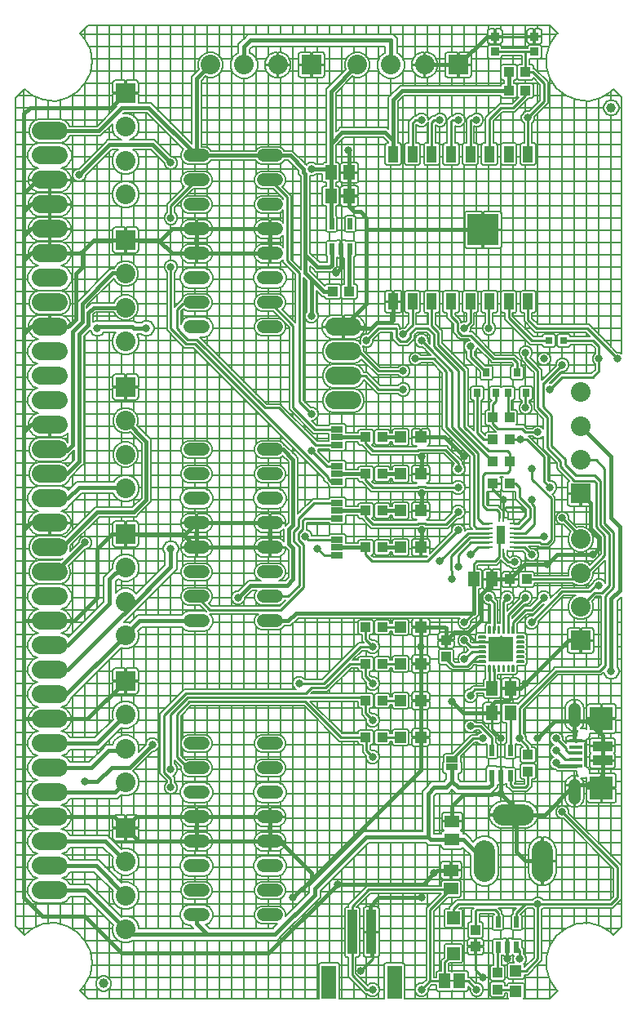
<source format=gbr>
G04 EAGLE Gerber RS-274X export*
G75*
%MOMM*%
%FSLAX34Y34*%
%LPD*%
%INTop Copper*%
%IPPOS*%
%AMOC8*
5,1,8,0,0,1.08239X$1,22.5*%
G01*
%ADD10R,1.240000X1.500000*%
%ADD11R,1.000000X1.075000*%
%ADD12R,0.550000X1.200000*%
%ADD13R,1.400000X1.400000*%
%ADD14R,1.000000X4.600000*%
%ADD15R,1.600000X3.400000*%
%ADD16R,1.200000X1.200000*%
%ADD17R,1.000000X1.100000*%
%ADD18R,1.500000X1.240000*%
%ADD19R,1.100000X1.700000*%
%ADD20R,3.200000X3.200000*%
%ADD21R,1.100000X1.000000*%
%ADD22R,0.900000X0.900000*%
%ADD23C,0.140000*%
%ADD24R,2.500000X2.500000*%
%ADD25R,2.413000X2.413000*%
%ADD26C,1.308000*%
%ADD27R,1.350000X0.400000*%
%ADD28R,2.000000X1.000000*%
%ADD29R,0.800000X0.900000*%
%ADD30R,0.800000X0.800000*%
%ADD31R,1.168400X1.600200*%
%ADD32R,0.635000X0.203200*%
%ADD33R,0.240000X0.900000*%
%ADD34R,0.900000X0.240000*%
%ADD35R,0.900000X1.900000*%
%ADD36C,1.320800*%
%ADD37C,2.184400*%
%ADD38R,1.270000X0.635000*%
%ADD39R,2.032000X2.032000*%
%ADD40C,2.032000*%
%ADD41C,1.879600*%
%ADD42C,1.000000*%
%ADD43C,0.254000*%
%ADD44C,0.812800*%
%ADD45C,0.457200*%
%ADD46C,0.127000*%


D10*
X498500Y325120D03*
X517500Y325120D03*
D11*
X450850Y358022D03*
X450850Y375022D03*
D10*
X331368Y835660D03*
X350368Y835660D03*
D12*
X332130Y780749D03*
X341630Y780749D03*
X351130Y780749D03*
X351130Y806751D03*
X332130Y806751D03*
D13*
X458470Y87080D03*
X458470Y50080D03*
D14*
X373220Y72560D03*
X353220Y72560D03*
D15*
X397220Y20560D03*
X329220Y20560D03*
D12*
X504850Y56849D03*
X514350Y56849D03*
X523850Y56849D03*
X523850Y82851D03*
X504850Y82851D03*
D16*
X523240Y11090D03*
X523240Y32090D03*
D17*
X504190Y13090D03*
X504190Y30090D03*
D18*
X455930Y117500D03*
X455930Y136500D03*
D17*
X481330Y74540D03*
X481330Y57540D03*
D19*
X535855Y879140D03*
X515855Y879140D03*
X495855Y879140D03*
X475855Y879140D03*
X455855Y879140D03*
X435855Y879140D03*
X415855Y879140D03*
X395855Y879140D03*
X395855Y726140D03*
X415855Y726140D03*
X435855Y726140D03*
X455855Y726140D03*
X475855Y726140D03*
X495855Y726140D03*
X515855Y726140D03*
X535855Y726140D03*
D20*
X489155Y800640D03*
D21*
X533010Y944880D03*
X516010Y944880D03*
X533010Y963930D03*
X516010Y963930D03*
X517280Y438150D03*
X534280Y438150D03*
X516500Y560070D03*
X499500Y560070D03*
D22*
X542470Y1001140D03*
X542470Y985140D03*
X501470Y985140D03*
X501470Y1001140D03*
D23*
X491300Y378960D02*
X484700Y378960D01*
X491300Y378960D02*
X491300Y377560D01*
X484700Y377560D01*
X484700Y378960D01*
X484700Y378890D02*
X491300Y378890D01*
X491300Y373960D02*
X484700Y373960D01*
X491300Y373960D02*
X491300Y372560D01*
X484700Y372560D01*
X484700Y373960D01*
X484700Y373890D02*
X491300Y373890D01*
X491300Y368960D02*
X484700Y368960D01*
X491300Y368960D02*
X491300Y367560D01*
X484700Y367560D01*
X484700Y368960D01*
X484700Y368890D02*
X491300Y368890D01*
X491300Y363960D02*
X484700Y363960D01*
X491300Y363960D02*
X491300Y362560D01*
X484700Y362560D01*
X484700Y363960D01*
X484700Y363890D02*
X491300Y363890D01*
X491300Y358960D02*
X484700Y358960D01*
X491300Y358960D02*
X491300Y357560D01*
X484700Y357560D01*
X484700Y358960D01*
X484700Y358890D02*
X491300Y358890D01*
X491300Y353960D02*
X484700Y353960D01*
X491300Y353960D02*
X491300Y352560D01*
X484700Y352560D01*
X484700Y353960D01*
X484700Y353890D02*
X491300Y353890D01*
X496200Y349060D02*
X496200Y342460D01*
X494800Y342460D01*
X494800Y349060D01*
X496200Y349060D01*
X496200Y343790D02*
X494800Y343790D01*
X494800Y345120D02*
X496200Y345120D01*
X496200Y346450D02*
X494800Y346450D01*
X494800Y347780D02*
X496200Y347780D01*
X501200Y349060D02*
X501200Y342460D01*
X499800Y342460D01*
X499800Y349060D01*
X501200Y349060D01*
X501200Y343790D02*
X499800Y343790D01*
X499800Y345120D02*
X501200Y345120D01*
X501200Y346450D02*
X499800Y346450D01*
X499800Y347780D02*
X501200Y347780D01*
X506200Y349060D02*
X506200Y342460D01*
X504800Y342460D01*
X504800Y349060D01*
X506200Y349060D01*
X506200Y343790D02*
X504800Y343790D01*
X504800Y345120D02*
X506200Y345120D01*
X506200Y346450D02*
X504800Y346450D01*
X504800Y347780D02*
X506200Y347780D01*
X511200Y349060D02*
X511200Y342460D01*
X509800Y342460D01*
X509800Y349060D01*
X511200Y349060D01*
X511200Y343790D02*
X509800Y343790D01*
X509800Y345120D02*
X511200Y345120D01*
X511200Y346450D02*
X509800Y346450D01*
X509800Y347780D02*
X511200Y347780D01*
X516200Y349060D02*
X516200Y342460D01*
X514800Y342460D01*
X514800Y349060D01*
X516200Y349060D01*
X516200Y343790D02*
X514800Y343790D01*
X514800Y345120D02*
X516200Y345120D01*
X516200Y346450D02*
X514800Y346450D01*
X514800Y347780D02*
X516200Y347780D01*
X521200Y349060D02*
X521200Y342460D01*
X519800Y342460D01*
X519800Y349060D01*
X521200Y349060D01*
X521200Y343790D02*
X519800Y343790D01*
X519800Y345120D02*
X521200Y345120D01*
X521200Y346450D02*
X519800Y346450D01*
X519800Y347780D02*
X521200Y347780D01*
X524700Y352560D02*
X531300Y352560D01*
X524700Y352560D02*
X524700Y353960D01*
X531300Y353960D01*
X531300Y352560D01*
X531300Y353890D02*
X524700Y353890D01*
X524700Y357560D02*
X531300Y357560D01*
X524700Y357560D02*
X524700Y358960D01*
X531300Y358960D01*
X531300Y357560D01*
X531300Y358890D02*
X524700Y358890D01*
X524700Y362560D02*
X531300Y362560D01*
X524700Y362560D02*
X524700Y363960D01*
X531300Y363960D01*
X531300Y362560D01*
X531300Y363890D02*
X524700Y363890D01*
X524700Y367560D02*
X531300Y367560D01*
X524700Y367560D02*
X524700Y368960D01*
X531300Y368960D01*
X531300Y367560D01*
X531300Y368890D02*
X524700Y368890D01*
X524700Y372560D02*
X531300Y372560D01*
X524700Y372560D02*
X524700Y373960D01*
X531300Y373960D01*
X531300Y372560D01*
X531300Y373890D02*
X524700Y373890D01*
X524700Y377560D02*
X531300Y377560D01*
X524700Y377560D02*
X524700Y378960D01*
X531300Y378960D01*
X531300Y377560D01*
X531300Y378890D02*
X524700Y378890D01*
X519800Y382460D02*
X519800Y389060D01*
X521200Y389060D01*
X521200Y382460D01*
X519800Y382460D01*
X519800Y383790D02*
X521200Y383790D01*
X521200Y385120D02*
X519800Y385120D01*
X519800Y386450D02*
X521200Y386450D01*
X521200Y387780D02*
X519800Y387780D01*
X514800Y389060D02*
X514800Y382460D01*
X514800Y389060D02*
X516200Y389060D01*
X516200Y382460D01*
X514800Y382460D01*
X514800Y383790D02*
X516200Y383790D01*
X516200Y385120D02*
X514800Y385120D01*
X514800Y386450D02*
X516200Y386450D01*
X516200Y387780D02*
X514800Y387780D01*
X509800Y389060D02*
X509800Y382460D01*
X509800Y389060D02*
X511200Y389060D01*
X511200Y382460D01*
X509800Y382460D01*
X509800Y383790D02*
X511200Y383790D01*
X511200Y385120D02*
X509800Y385120D01*
X509800Y386450D02*
X511200Y386450D01*
X511200Y387780D02*
X509800Y387780D01*
X504800Y389060D02*
X504800Y382460D01*
X504800Y389060D02*
X506200Y389060D01*
X506200Y382460D01*
X504800Y382460D01*
X504800Y383790D02*
X506200Y383790D01*
X506200Y385120D02*
X504800Y385120D01*
X504800Y386450D02*
X506200Y386450D01*
X506200Y387780D02*
X504800Y387780D01*
X499800Y389060D02*
X499800Y382460D01*
X499800Y389060D02*
X501200Y389060D01*
X501200Y382460D01*
X499800Y382460D01*
X499800Y383790D02*
X501200Y383790D01*
X501200Y385120D02*
X499800Y385120D01*
X499800Y386450D02*
X501200Y386450D01*
X501200Y387780D02*
X499800Y387780D01*
X494800Y389060D02*
X494800Y382460D01*
X494800Y389060D02*
X496200Y389060D01*
X496200Y382460D01*
X494800Y382460D01*
X494800Y383790D02*
X496200Y383790D01*
X496200Y385120D02*
X494800Y385120D01*
X494800Y386450D02*
X496200Y386450D01*
X496200Y387780D02*
X494800Y387780D01*
D24*
X508000Y365760D03*
D25*
X612090Y293810D03*
X612090Y221810D03*
D26*
X584090Y224810D02*
X584090Y211730D01*
X584090Y290810D02*
X584090Y303890D01*
D27*
X585340Y244810D03*
X585340Y251310D03*
X585340Y257810D03*
X585340Y264310D03*
X585340Y270810D03*
D28*
X613090Y250310D03*
X613090Y265310D03*
D10*
X331368Y859790D03*
X350368Y859790D03*
D21*
X516500Y582930D03*
X499500Y582930D03*
X499500Y605790D03*
X516500Y605790D03*
D29*
X492760Y652350D03*
X502260Y631350D03*
X483260Y631350D03*
X524510Y652350D03*
X534010Y631350D03*
X515010Y631350D03*
D21*
X350130Y736600D03*
X333130Y736600D03*
D30*
X572770Y685800D03*
X557530Y685800D03*
D31*
X464820Y21590D03*
X449580Y21590D03*
D32*
X457200Y21590D03*
D33*
X510500Y465870D03*
D34*
X521000Y471370D03*
X521000Y476370D03*
X521000Y481370D03*
X521000Y486370D03*
X521000Y491370D03*
X521000Y496370D03*
D33*
X510500Y501870D03*
X505500Y501870D03*
D34*
X495000Y496370D03*
X495000Y491370D03*
X495000Y486370D03*
X495000Y481370D03*
X495000Y476370D03*
X495000Y471370D03*
D33*
X505500Y465870D03*
D35*
X508000Y483870D03*
D36*
X198374Y267970D02*
X185166Y267970D01*
X185166Y242570D02*
X198374Y242570D01*
X198374Y115570D02*
X185166Y115570D01*
X185166Y90170D02*
X198374Y90170D01*
X198374Y217170D02*
X185166Y217170D01*
X185166Y191770D02*
X198374Y191770D01*
X198374Y140970D02*
X185166Y140970D01*
X185166Y166370D02*
X198374Y166370D01*
X261366Y90170D02*
X274574Y90170D01*
X274574Y115570D02*
X261366Y115570D01*
X261366Y140970D02*
X274574Y140970D01*
X274574Y166370D02*
X261366Y166370D01*
X261366Y191770D02*
X274574Y191770D01*
X274574Y217170D02*
X261366Y217170D01*
X261366Y242570D02*
X274574Y242570D01*
X274574Y267970D02*
X261366Y267970D01*
D21*
X516500Y537210D03*
X499500Y537210D03*
X384420Y471170D03*
X367420Y471170D03*
D16*
X424520Y471170D03*
X403520Y471170D03*
D10*
X479450Y438150D03*
X498450Y438150D03*
D36*
X198374Y572770D02*
X185166Y572770D01*
X185166Y547370D02*
X198374Y547370D01*
X198374Y420370D02*
X185166Y420370D01*
X185166Y394970D02*
X198374Y394970D01*
X198374Y521970D02*
X185166Y521970D01*
X185166Y496570D02*
X198374Y496570D01*
X198374Y445770D02*
X185166Y445770D01*
X185166Y471170D02*
X198374Y471170D01*
X261366Y394970D02*
X274574Y394970D01*
X274574Y420370D02*
X261366Y420370D01*
X261366Y445770D02*
X274574Y445770D01*
X274574Y471170D02*
X261366Y471170D01*
X261366Y496570D02*
X274574Y496570D01*
X274574Y521970D02*
X261366Y521970D01*
X261366Y547370D02*
X274574Y547370D01*
X274574Y572770D02*
X261366Y572770D01*
D21*
X384420Y509270D03*
X367420Y509270D03*
D16*
X424520Y509270D03*
X403520Y509270D03*
D21*
X384420Y274320D03*
X367420Y274320D03*
D16*
X424520Y274320D03*
X403520Y274320D03*
D21*
X384420Y312420D03*
X367420Y312420D03*
D16*
X424520Y312420D03*
X403520Y312420D03*
D21*
X384420Y350520D03*
X367420Y350520D03*
D16*
X424520Y350520D03*
X403520Y350520D03*
D21*
X384420Y388620D03*
X367420Y388620D03*
D16*
X424520Y388620D03*
X403520Y388620D03*
D21*
X384420Y547370D03*
X367420Y547370D03*
D16*
X424520Y547370D03*
X403520Y547370D03*
D36*
X198374Y877570D02*
X185166Y877570D01*
X185166Y852170D02*
X198374Y852170D01*
X198374Y725170D02*
X185166Y725170D01*
X185166Y699770D02*
X198374Y699770D01*
X198374Y826770D02*
X185166Y826770D01*
X185166Y801370D02*
X198374Y801370D01*
X198374Y750570D02*
X185166Y750570D01*
X185166Y775970D02*
X198374Y775970D01*
X261366Y699770D02*
X274574Y699770D01*
X274574Y725170D02*
X261366Y725170D01*
X261366Y750570D02*
X274574Y750570D01*
X274574Y775970D02*
X261366Y775970D01*
X261366Y801370D02*
X274574Y801370D01*
X274574Y826770D02*
X261366Y826770D01*
X261366Y852170D02*
X274574Y852170D01*
X274574Y877570D02*
X261366Y877570D01*
D21*
X384420Y585470D03*
X367420Y585470D03*
D16*
X424520Y585470D03*
X403520Y585470D03*
D37*
X509778Y194050D02*
X531622Y194050D01*
X550700Y156972D02*
X550700Y135128D01*
X490700Y135128D02*
X490700Y156972D01*
D38*
X337820Y463042D03*
X337820Y471170D03*
X337820Y479298D03*
X337820Y517398D03*
X337820Y509270D03*
X337820Y501142D03*
X337820Y555498D03*
X337820Y547370D03*
X337820Y539242D03*
X337820Y593598D03*
X337820Y585470D03*
X337820Y577342D03*
D39*
X590550Y374650D03*
D40*
X590550Y409650D03*
X590550Y444650D03*
X590550Y479650D03*
D39*
X463550Y971550D03*
D40*
X428550Y971550D03*
X393550Y971550D03*
X358550Y971550D03*
D41*
X48768Y801370D02*
X29972Y801370D01*
X29972Y775970D02*
X48768Y775970D01*
X48768Y750570D02*
X29972Y750570D01*
X29972Y725170D02*
X48768Y725170D01*
X48768Y598170D02*
X29972Y598170D01*
X29972Y572770D02*
X48768Y572770D01*
X48768Y547370D02*
X29972Y547370D01*
X29972Y521970D02*
X48768Y521970D01*
X48768Y699770D02*
X29972Y699770D01*
X29972Y674370D02*
X48768Y674370D01*
X48768Y648970D02*
X29972Y648970D01*
X29972Y623570D02*
X48768Y623570D01*
D12*
X498500Y234649D03*
X508000Y234649D03*
X517500Y234649D03*
X517500Y260651D03*
X498500Y260651D03*
D10*
X517500Y299720D03*
X498500Y299720D03*
D41*
X48768Y496570D02*
X29972Y496570D01*
X29972Y471170D02*
X48768Y471170D01*
X48768Y445770D02*
X29972Y445770D01*
X29972Y420370D02*
X48768Y420370D01*
X48768Y394970D02*
X29972Y394970D01*
X29972Y369570D02*
X48768Y369570D01*
X48768Y344170D02*
X29972Y344170D01*
X29972Y318770D02*
X48768Y318770D01*
D38*
X457200Y251714D03*
X457200Y243586D03*
D39*
X590550Y527050D03*
D40*
X590550Y562050D03*
X590550Y597050D03*
X590550Y632050D03*
D39*
X118110Y942340D03*
D40*
X118110Y907340D03*
X118110Y872340D03*
X118110Y837340D03*
D39*
X118110Y789940D03*
D40*
X118110Y754940D03*
X118110Y719940D03*
X118110Y684940D03*
D39*
X118110Y637540D03*
D40*
X118110Y602540D03*
X118110Y567540D03*
X118110Y532540D03*
D39*
X118110Y485140D03*
D40*
X118110Y450140D03*
X118110Y415140D03*
X118110Y380140D03*
D39*
X118110Y332740D03*
D40*
X118110Y297740D03*
X118110Y262740D03*
X118110Y227740D03*
D41*
X48768Y293370D02*
X29972Y293370D01*
X29972Y267970D02*
X48768Y267970D01*
X48768Y242570D02*
X29972Y242570D01*
X29972Y217170D02*
X48768Y217170D01*
D39*
X118110Y180340D03*
D40*
X118110Y145340D03*
X118110Y110340D03*
X118110Y75340D03*
D41*
X48768Y191770D02*
X29972Y191770D01*
X29972Y166370D02*
X48768Y166370D01*
X48768Y140970D02*
X29972Y140970D01*
X29972Y115570D02*
X48768Y115570D01*
D39*
X311150Y971550D03*
D40*
X276150Y971550D03*
X241150Y971550D03*
X206150Y971550D03*
D41*
X48768Y826770D02*
X29972Y826770D01*
X29972Y852170D02*
X48768Y852170D01*
X48768Y877570D02*
X29972Y877570D01*
X29972Y902970D02*
X48768Y902970D01*
D42*
X622300Y927100D03*
X95250Y19050D03*
D18*
X457200Y168300D03*
X457200Y187300D03*
D17*
X535940Y239150D03*
X535940Y256150D03*
D41*
X353568Y699770D02*
X334772Y699770D01*
X334772Y674370D02*
X353568Y674370D01*
X353568Y648970D02*
X334772Y648970D01*
X334772Y623570D02*
X353568Y623570D01*
D43*
X487702Y373558D02*
X488000Y373260D01*
X487702Y373558D02*
X481409Y373558D01*
X472951Y382016D01*
X517500Y325120D02*
X520700Y325120D01*
D44*
X533400Y330200D03*
D43*
X500260Y373260D02*
X488000Y373260D01*
X500260Y373260D02*
X501650Y374650D01*
X508000Y368300D01*
X508000Y365760D01*
X498500Y299720D02*
X498500Y282666D01*
X508000Y273166D02*
X508000Y273050D01*
D44*
X508000Y273050D03*
X508000Y215900D03*
D43*
X508000Y273166D02*
X498500Y282666D01*
D45*
X584090Y224810D02*
X553330Y194050D01*
X520700Y194050D01*
X603591Y231136D02*
X609600Y231136D01*
X613090Y234626D01*
X613090Y250310D01*
X613090Y265310D01*
X613090Y275910D01*
X604516Y284484D02*
X603560Y284484D01*
X597234Y290810D02*
X584090Y290810D01*
X597234Y290810D02*
X603560Y284484D01*
X604516Y284484D02*
X613090Y275910D01*
X523875Y190875D02*
X520700Y194050D01*
X523875Y190875D02*
X523875Y155575D01*
X533400Y146050D01*
X550700Y146050D01*
D43*
X514350Y56849D02*
X514350Y44450D01*
D44*
X514350Y44450D03*
X488950Y25400D03*
D43*
X481330Y33020D01*
X481330Y57540D01*
D44*
X361950Y31750D03*
D43*
X374650Y44450D01*
X374650Y71130D01*
X373220Y72560D01*
X373220Y87630D02*
X371950Y88900D01*
X373220Y87630D02*
X373220Y72560D01*
D44*
X425450Y107950D03*
X438150Y133350D03*
X546100Y273050D03*
D45*
X457200Y203200D02*
X457200Y187300D01*
X508000Y215900D02*
X520700Y203200D01*
X520700Y194050D01*
X508000Y215900D02*
X508000Y234649D01*
X499726Y215900D02*
X498456Y214630D01*
X499726Y215900D02*
X508000Y215900D01*
X468630Y214630D02*
X457200Y203200D01*
X468630Y214630D02*
X498456Y214630D01*
X425450Y107950D02*
X381000Y107950D01*
X371950Y98900D01*
X371950Y88900D01*
X584090Y272060D02*
X585340Y270810D01*
X584090Y272060D02*
X584090Y290810D01*
X563860Y290810D02*
X546100Y273050D01*
X563860Y290810D02*
X584090Y290810D01*
X533400Y330200D02*
X528320Y325120D01*
X520700Y325120D01*
X514350Y311538D02*
X502038Y311538D01*
X498500Y308000D01*
X514350Y311538D02*
X517500Y314688D01*
X517500Y325120D01*
X533400Y330200D02*
X577850Y374650D01*
X590550Y374650D01*
X106680Y191770D02*
X39370Y191770D01*
X106680Y191770D02*
X118110Y180340D01*
X132080Y166370D01*
X191770Y166370D01*
X266700Y166370D01*
X267970Y166370D01*
X78740Y293370D02*
X39370Y293370D01*
X78740Y293370D02*
X118110Y332740D01*
X64770Y394970D02*
X39370Y394970D01*
X64770Y394970D02*
X88900Y419100D01*
X88900Y469900D01*
X104140Y485140D01*
X118110Y485140D01*
X39370Y394970D02*
X13970Y394970D01*
X12700Y393700D01*
X12700Y292100D01*
X12700Y190500D01*
X12700Y107950D01*
X76200Y88900D02*
X114300Y50800D01*
X266700Y50800D01*
X31750Y88900D02*
X12700Y107950D01*
X31750Y88900D02*
X76200Y88900D01*
X441300Y136500D02*
X455930Y136500D01*
X441300Y136500D02*
X438150Y133350D01*
X426923Y122123D01*
X338023Y122123D01*
X266700Y50800D01*
X39370Y191770D02*
X13970Y191770D01*
X12700Y190500D01*
X13970Y293370D02*
X39370Y293370D01*
X13970Y293370D02*
X12700Y292100D01*
X13970Y394970D02*
X12700Y396240D01*
X12700Y488950D01*
X12700Y590550D01*
X12700Y692150D01*
X12700Y768350D01*
X12700Y793750D01*
X12700Y819150D01*
X12700Y838200D01*
X26670Y852170D01*
X39370Y852170D01*
X39370Y826770D02*
X20320Y826770D01*
X12700Y819150D01*
X20320Y801370D02*
X39370Y801370D01*
X20320Y801370D02*
X12700Y793750D01*
X20320Y775970D02*
X39370Y775970D01*
X20320Y775970D02*
X12700Y768350D01*
X20320Y699770D02*
X39370Y699770D01*
X20320Y699770D02*
X12700Y692150D01*
X20320Y598170D02*
X39370Y598170D01*
X20320Y598170D02*
X12700Y590550D01*
X191770Y775970D02*
X191770Y801370D01*
X267970Y801370D02*
X267970Y775970D01*
X152400Y789940D02*
X118110Y789940D01*
X152400Y789940D02*
X154940Y789940D01*
X166370Y801370D02*
X191770Y801370D01*
X166370Y801370D02*
X154940Y789940D01*
X152400Y789940D02*
X166370Y775970D01*
X191770Y775970D01*
X191770Y801370D02*
X267970Y801370D01*
X267970Y775970D02*
X191770Y775970D01*
X39370Y496570D02*
X20320Y496570D01*
X12700Y488950D01*
X191770Y191770D02*
X191770Y166370D01*
X267970Y167640D02*
X267970Y191770D01*
X267970Y167640D02*
X266700Y166370D01*
X267970Y191770D02*
X191770Y191770D01*
X129540Y191770D01*
X118110Y180340D01*
X191770Y496570D02*
X267970Y496570D01*
X267970Y471170D01*
X191770Y471170D01*
X191770Y496570D01*
X180340Y485140D01*
X118110Y485140D01*
X180340Y482600D02*
X191770Y471170D01*
X180340Y482600D02*
X180340Y485140D01*
X118110Y789940D02*
X85090Y789940D01*
X73025Y777875D01*
X12700Y838200D02*
X12700Y920750D01*
X19050Y927100D01*
X102870Y927100D02*
X118110Y942340D01*
X102870Y927100D02*
X19050Y927100D01*
D44*
X338023Y122123D03*
X292100Y107950D03*
D45*
X278130Y166370D02*
X267970Y166370D01*
X278130Y166370D02*
X311150Y133350D01*
X311150Y127000D01*
X292100Y107950D01*
X424520Y240370D02*
X424520Y274320D01*
X424520Y240370D02*
X311150Y127000D01*
D43*
X501470Y1001140D02*
X542470Y1001140D01*
D45*
X449580Y388620D02*
X424520Y388620D01*
X449580Y388620D02*
X450850Y387350D01*
X424520Y388620D02*
X424520Y368300D01*
X424520Y350520D01*
X424520Y312420D01*
X424520Y274320D01*
X468630Y299720D02*
X498500Y299720D01*
X468630Y299720D02*
X457200Y311150D01*
D44*
X457200Y311150D03*
D45*
X450850Y375022D02*
X450850Y387350D01*
D43*
X457014Y381186D02*
X457844Y382016D01*
X472951Y382016D02*
X474093Y383157D01*
D44*
X603250Y463550D03*
D45*
X58420Y699770D02*
X39370Y699770D01*
X39370Y775970D02*
X71120Y775970D01*
X73025Y777875D01*
D44*
X556260Y453390D03*
D45*
X532520Y453390D01*
X517280Y438150D01*
X556260Y453390D02*
X566420Y463550D01*
X603250Y463550D01*
X517280Y438150D02*
X498450Y438150D01*
X498450Y434104D01*
X486918Y422572D01*
X486918Y395983D01*
X474093Y383157D01*
X458985Y383157D01*
X457014Y381186D01*
X457844Y382016D02*
X450850Y375022D01*
X603250Y463550D02*
X609600Y469900D01*
D43*
X533400Y504186D02*
X533400Y508000D01*
X533400Y504186D02*
X525584Y496370D01*
X521000Y496370D01*
X510500Y501870D02*
X510500Y510384D01*
X513450Y513334D01*
X528066Y513334D02*
X533400Y508000D01*
X528066Y513334D02*
X513450Y513334D01*
D45*
X590550Y527050D02*
X600710Y516890D01*
X600710Y490077D02*
X609600Y481187D01*
X609600Y469900D01*
X600710Y490077D02*
X600710Y516890D01*
D43*
X510500Y520700D02*
X510500Y510384D01*
D45*
X449580Y585470D02*
X424520Y585470D01*
X449580Y585470D02*
X469900Y565150D01*
D44*
X469900Y565150D03*
X424520Y368300D03*
X425450Y527050D03*
D45*
X425450Y510200D01*
X424520Y509270D01*
D44*
X425450Y488950D03*
D45*
X425450Y472100D01*
X424520Y471170D01*
D44*
X425450Y565150D03*
D45*
X425450Y548300D01*
X424520Y547370D01*
D43*
X499500Y537210D02*
X499500Y531700D01*
X510500Y520700D01*
D44*
X510500Y520700D03*
D45*
X66294Y707644D02*
X58420Y699770D01*
X66294Y755084D02*
X73025Y761815D01*
X73025Y777875D01*
X66294Y755084D02*
X66294Y707644D01*
X350368Y835660D02*
X350368Y859790D01*
D44*
X349250Y882650D03*
D45*
X350368Y881532D01*
X350368Y859790D01*
X341630Y780749D02*
X341630Y760730D01*
X336550Y755650D01*
D44*
X336550Y755650D03*
D45*
X344170Y699770D02*
X345440Y698500D01*
X395855Y707005D02*
X395855Y726140D01*
X493140Y1001140D02*
X501470Y1001140D01*
X493140Y1001140D02*
X463550Y971550D01*
X428550Y971550D01*
X368300Y723900D02*
X344170Y699770D01*
X355600Y819150D02*
X361950Y819150D01*
X355600Y819150D02*
X350368Y824382D01*
X350368Y835660D01*
X361950Y819150D02*
X368300Y812800D01*
X368300Y800100D01*
X368300Y723900D01*
X373097Y698500D02*
X345440Y698500D01*
X373097Y698500D02*
X378685Y704088D01*
X392938Y704088D01*
X395855Y707005D01*
X368840Y800640D02*
X489155Y800640D01*
X368840Y800640D02*
X368300Y800100D01*
X457014Y381186D02*
X450850Y375022D01*
D43*
X584090Y290810D02*
X598671Y290810D01*
X603981Y285500D01*
D45*
X597265Y224810D02*
X584090Y224810D01*
X597265Y224810D02*
X602153Y229698D01*
X603591Y231136D01*
X612090Y293609D02*
X612090Y293810D01*
X612090Y293609D02*
X603981Y285500D01*
X610040Y221810D02*
X612090Y221810D01*
X610040Y221810D02*
X602153Y229698D01*
X498500Y299720D02*
X498500Y308000D01*
D46*
X528459Y498796D02*
X528041Y499519D01*
X527449Y500111D01*
X526726Y500529D01*
X525918Y500745D01*
X521000Y500745D01*
X521000Y496370D01*
X521000Y496370D01*
X521000Y500745D01*
X516082Y500745D01*
X515274Y500529D01*
X514875Y500298D01*
X514875Y501870D01*
X510500Y501870D01*
X510500Y501870D01*
X514875Y501870D01*
X514875Y506788D01*
X514659Y507596D01*
X514241Y508319D01*
X513649Y508911D01*
X512926Y509329D01*
X512118Y509545D01*
X510500Y509545D01*
X510500Y501870D01*
X510500Y501870D01*
X510500Y509545D01*
X509437Y509545D01*
X509437Y509631D01*
X506937Y512131D01*
X504631Y514437D01*
X494431Y514437D01*
X492887Y515981D01*
X492887Y529221D01*
X493582Y529035D01*
X498865Y529035D01*
X498865Y536575D01*
X500135Y536575D01*
X500135Y529035D01*
X505418Y529035D01*
X506226Y529251D01*
X506949Y529669D01*
X507541Y530261D01*
X507959Y530984D01*
X508175Y531792D01*
X508175Y536575D01*
X500135Y536575D01*
X500135Y537845D01*
X508175Y537845D01*
X508175Y542628D01*
X507959Y543436D01*
X507541Y544159D01*
X506997Y544703D01*
X509721Y544703D01*
X508333Y543315D01*
X508333Y531105D01*
X509895Y529543D01*
X523105Y529543D01*
X523113Y529551D01*
X523113Y521352D01*
X534035Y510430D01*
X534035Y503923D01*
X528554Y498441D01*
X528459Y498796D01*
X508000Y379498D02*
X507595Y379093D01*
X508000Y379498D02*
X508405Y379093D01*
X508635Y379093D01*
X508635Y366395D01*
X507365Y366395D01*
X507365Y379093D01*
X507595Y379093D01*
X611455Y222445D02*
X611455Y221175D01*
X608765Y221175D01*
X608765Y222445D01*
X611455Y222445D01*
X613725Y250945D02*
X613725Y257135D01*
X613725Y250945D02*
X612455Y250945D01*
X612455Y264675D01*
X613725Y264675D01*
X613725Y257135D01*
X542045Y247317D02*
X529835Y247317D01*
X528273Y245755D01*
X528273Y232545D01*
X529835Y230983D01*
X532003Y230983D01*
X532003Y226421D01*
X531769Y226187D01*
X522331Y226187D01*
X521945Y226573D01*
X522917Y227544D01*
X522917Y241754D01*
X521355Y243316D01*
X513645Y243316D01*
X513109Y242780D01*
X512699Y243190D01*
X511976Y243608D01*
X511168Y243824D01*
X508635Y243824D01*
X508635Y235284D01*
X507365Y235284D01*
X507365Y243824D01*
X504832Y243824D01*
X504024Y243608D01*
X503692Y243416D01*
X502776Y244332D01*
X494224Y244332D01*
X492067Y242175D01*
X492067Y228219D01*
X466022Y228219D01*
X463169Y231072D01*
X463169Y236728D01*
X465076Y236728D01*
X467233Y238885D01*
X467233Y248287D01*
X466217Y249303D01*
X466217Y255163D01*
X480167Y269113D01*
X483368Y269113D01*
X485137Y267344D01*
X487611Y266319D01*
X490289Y266319D01*
X492763Y267344D01*
X493083Y267664D01*
X493083Y253546D01*
X494645Y251984D01*
X502355Y251984D01*
X503917Y253546D01*
X503917Y267756D01*
X502437Y269236D01*
X502437Y275548D01*
X488298Y289687D01*
X481832Y289687D01*
X480063Y291456D01*
X477589Y292481D01*
X474911Y292481D01*
X472437Y291456D01*
X470544Y289563D01*
X469519Y287089D01*
X469519Y284411D01*
X470544Y281937D01*
X472437Y280044D01*
X474911Y279019D01*
X477589Y279019D01*
X480063Y280044D01*
X481832Y281813D01*
X485036Y281813D01*
X487227Y279622D01*
X485137Y278756D01*
X483368Y276987D01*
X476905Y276987D01*
X474599Y274681D01*
X457474Y257556D01*
X449745Y257556D01*
X448183Y255994D01*
X448183Y249303D01*
X447167Y248287D01*
X447167Y238885D01*
X449324Y236728D01*
X451231Y236728D01*
X451231Y231072D01*
X448378Y228219D01*
X435678Y228219D01*
X429582Y222123D01*
X426085Y218626D01*
X426085Y176911D01*
X365320Y176911D01*
X308356Y119947D01*
X308356Y113597D01*
X283845Y89086D01*
X283845Y92014D01*
X282434Y95422D01*
X279826Y98030D01*
X276418Y99441D01*
X259522Y99441D01*
X256114Y98030D01*
X253506Y95422D01*
X252095Y92014D01*
X252095Y88326D01*
X253506Y84918D01*
X256114Y82310D01*
X259522Y80899D01*
X275658Y80899D01*
X270578Y75819D01*
X205672Y75819D01*
X201260Y80231D01*
X204201Y81449D01*
X207095Y84343D01*
X208661Y88124D01*
X208661Y92216D01*
X207095Y95997D01*
X204201Y98891D01*
X200420Y100457D01*
X183120Y100457D01*
X179339Y98891D01*
X176445Y95997D01*
X174879Y92216D01*
X174879Y88124D01*
X176445Y84343D01*
X179339Y81449D01*
X183120Y79883D01*
X185801Y79883D01*
X185801Y78808D01*
X188790Y75819D01*
X131953Y75819D01*
X131953Y78094D01*
X129846Y83181D01*
X125951Y87076D01*
X120864Y89183D01*
X115356Y89183D01*
X113484Y88407D01*
X83849Y118042D01*
X80352Y121539D01*
X60454Y121539D01*
X59858Y122980D01*
X56178Y126660D01*
X52290Y128270D01*
X56178Y129880D01*
X59858Y133560D01*
X60454Y135001D01*
X85008Y135001D01*
X105043Y114966D01*
X104267Y113094D01*
X104267Y107586D01*
X106374Y102499D01*
X110269Y98604D01*
X115356Y96497D01*
X120864Y96497D01*
X125951Y98604D01*
X129846Y102499D01*
X131953Y107586D01*
X131953Y113094D01*
X129846Y118181D01*
X125951Y122076D01*
X120864Y124183D01*
X115356Y124183D01*
X113484Y123407D01*
X89952Y146939D01*
X60454Y146939D01*
X59858Y148380D01*
X56178Y152060D01*
X52290Y153670D01*
X56178Y155280D01*
X59858Y158960D01*
X60454Y160401D01*
X94608Y160401D01*
X105043Y149966D01*
X104267Y148094D01*
X104267Y142586D01*
X106374Y137499D01*
X110269Y133604D01*
X115356Y131497D01*
X120864Y131497D01*
X125951Y133604D01*
X129846Y137499D01*
X131953Y142586D01*
X131953Y148094D01*
X129846Y153181D01*
X125951Y157076D01*
X120864Y159183D01*
X115356Y159183D01*
X113484Y158407D01*
X99552Y172339D01*
X60454Y172339D01*
X59858Y173780D01*
X56178Y177460D01*
X51370Y179451D01*
X51361Y179451D01*
X51712Y179507D01*
X53594Y180118D01*
X55358Y181017D01*
X56959Y182180D01*
X58358Y183579D01*
X59521Y185180D01*
X60420Y186944D01*
X61031Y188826D01*
X61341Y190780D01*
X61341Y191135D01*
X40005Y191135D01*
X40005Y192405D01*
X61341Y192405D01*
X61341Y192760D01*
X61031Y194714D01*
X60420Y196596D01*
X59521Y198360D01*
X58358Y199961D01*
X56959Y201360D01*
X55358Y202523D01*
X53594Y203422D01*
X51712Y204033D01*
X51361Y204089D01*
X51370Y204089D01*
X56178Y206080D01*
X59858Y209760D01*
X60454Y211201D01*
X110012Y211201D01*
X113484Y214673D01*
X115356Y213897D01*
X120864Y213897D01*
X125951Y216004D01*
X129846Y219899D01*
X131953Y224986D01*
X131953Y230494D01*
X129846Y235581D01*
X125951Y239476D01*
X125866Y239511D01*
X146324Y259969D01*
X147389Y259969D01*
X149863Y260994D01*
X151756Y262887D01*
X152781Y265361D01*
X152781Y268039D01*
X151756Y270513D01*
X149863Y272406D01*
X147389Y273431D01*
X144711Y273431D01*
X142237Y272406D01*
X140344Y270513D01*
X139319Y268039D01*
X139319Y266974D01*
X131685Y259340D01*
X131953Y259986D01*
X131953Y265494D01*
X129846Y270581D01*
X125951Y274476D01*
X120864Y276583D01*
X115356Y276583D01*
X110269Y274476D01*
X106374Y270581D01*
X104609Y266319D01*
X97858Y266319D01*
X94361Y262822D01*
X80078Y248539D01*
X60454Y248539D01*
X59858Y249980D01*
X56178Y253660D01*
X52290Y255270D01*
X56178Y256880D01*
X59858Y260560D01*
X60454Y262001D01*
X90812Y262001D01*
X113484Y284673D01*
X115356Y283897D01*
X120864Y283897D01*
X125951Y286004D01*
X129846Y289899D01*
X131953Y294986D01*
X131953Y300494D01*
X129846Y305581D01*
X125951Y309476D01*
X120864Y311583D01*
X115356Y311583D01*
X110269Y309476D01*
X106374Y305581D01*
X104267Y300494D01*
X104267Y294986D01*
X105043Y293114D01*
X85868Y273939D01*
X60454Y273939D01*
X59858Y275380D01*
X56178Y279060D01*
X51370Y281051D01*
X51361Y281051D01*
X51712Y281107D01*
X53594Y281718D01*
X55358Y282617D01*
X56959Y283780D01*
X58358Y285179D01*
X59521Y286780D01*
X60420Y288544D01*
X61031Y290426D01*
X61341Y292380D01*
X61341Y292735D01*
X40005Y292735D01*
X40005Y294005D01*
X61341Y294005D01*
X61341Y294360D01*
X61031Y296314D01*
X60420Y298196D01*
X59521Y299960D01*
X58358Y301561D01*
X56959Y302960D01*
X55358Y304123D01*
X53594Y305022D01*
X51712Y305633D01*
X51361Y305689D01*
X51370Y305689D01*
X56178Y307680D01*
X59858Y311360D01*
X61332Y314921D01*
X113484Y367073D01*
X115356Y366297D01*
X120864Y366297D01*
X125951Y368404D01*
X129846Y372299D01*
X131953Y377386D01*
X131953Y382894D01*
X131177Y384766D01*
X135412Y389001D01*
X176587Y389001D01*
X179339Y386249D01*
X183120Y384683D01*
X200420Y384683D01*
X204201Y386249D01*
X207095Y389143D01*
X208661Y392924D01*
X208661Y397016D01*
X207095Y400797D01*
X205429Y402463D01*
X255748Y402463D01*
X253506Y400222D01*
X252095Y396814D01*
X252095Y393126D01*
X253506Y389718D01*
X256114Y387110D01*
X259522Y385699D01*
X276418Y385699D01*
X279826Y387110D01*
X282434Y389718D01*
X282557Y390017D01*
X289072Y390017D01*
X297327Y398272D01*
X297352Y398297D01*
X464978Y398297D01*
X464194Y397513D01*
X463169Y395039D01*
X463169Y392361D01*
X464194Y389887D01*
X466087Y387994D01*
X468561Y386969D01*
X471239Y386969D01*
X473713Y387994D01*
X475606Y389887D01*
X476631Y392361D01*
X476631Y394863D01*
X480040Y398272D01*
X481477Y398272D01*
X481502Y398297D01*
X484403Y401198D01*
X484403Y427983D01*
X486755Y427983D01*
X488317Y429545D01*
X488317Y446755D01*
X486755Y448317D01*
X483387Y448317D01*
X483387Y452419D01*
X484231Y453263D01*
X503281Y453263D01*
X505587Y455569D01*
X508000Y457982D01*
X513989Y451993D01*
X516388Y451993D01*
X518157Y450224D01*
X520631Y449199D01*
X523309Y449199D01*
X525783Y450224D01*
X527676Y452117D01*
X528701Y454591D01*
X528701Y457269D01*
X527676Y459743D01*
X525783Y461636D01*
X523309Y462661D01*
X520631Y462661D01*
X518157Y461636D01*
X516819Y460298D01*
X514437Y462681D01*
X514437Y467501D01*
X514367Y467571D01*
X514367Y468531D01*
X515395Y467503D01*
X519299Y467503D01*
X519369Y467433D01*
X530299Y467433D01*
X533019Y464713D01*
X533019Y462211D01*
X534044Y459737D01*
X535937Y457844D01*
X538411Y456819D01*
X541089Y456819D01*
X543563Y457844D01*
X545456Y459737D01*
X546481Y462211D01*
X546481Y464889D01*
X545456Y467363D01*
X543563Y469256D01*
X541089Y470281D01*
X538587Y470281D01*
X536435Y472433D01*
X546632Y472433D01*
X547768Y471297D01*
X557132Y471297D01*
X561447Y475612D01*
X563753Y477918D01*
X563753Y523598D01*
X560523Y526828D01*
X562613Y527694D01*
X564506Y529587D01*
X565531Y532061D01*
X565531Y534739D01*
X564506Y537213D01*
X562613Y539106D01*
X560139Y540131D01*
X557637Y540131D01*
X556387Y541381D01*
X556387Y566781D01*
X536555Y586613D01*
X540518Y586613D01*
X542287Y584844D01*
X544761Y583819D01*
X547439Y583819D01*
X549913Y584844D01*
X551746Y586677D01*
X551746Y573102D01*
X554052Y570796D01*
X565785Y559063D01*
X565785Y553359D01*
X568091Y551053D01*
X579045Y540099D01*
X578441Y539751D01*
X577849Y539159D01*
X577431Y538436D01*
X577215Y537628D01*
X577215Y527685D01*
X589915Y527685D01*
X589915Y526415D01*
X577215Y526415D01*
X577215Y516472D01*
X577431Y515664D01*
X577849Y514941D01*
X578441Y514349D01*
X579164Y513931D01*
X579972Y513715D01*
X589915Y513715D01*
X589915Y526415D01*
X591185Y526415D01*
X591185Y513715D01*
X601128Y513715D01*
X601936Y513931D01*
X602361Y514177D01*
X602361Y490761D01*
X604667Y488454D01*
X611434Y481688D01*
X611434Y464602D01*
X600086Y453254D01*
X597816Y455524D01*
X593101Y457477D01*
X587999Y457477D01*
X583284Y455524D01*
X579676Y451916D01*
X577723Y447201D01*
X577723Y442099D01*
X577728Y442087D01*
X542447Y442087D01*
X542447Y444255D01*
X540885Y445817D01*
X527675Y445817D01*
X526113Y444255D01*
X526113Y432045D01*
X527675Y430483D01*
X540885Y430483D01*
X542447Y432045D01*
X542447Y434213D01*
X582847Y434213D01*
X583284Y433776D01*
X587999Y431823D01*
X593101Y431823D01*
X597816Y433776D01*
X601424Y437384D01*
X603377Y442099D01*
X603377Y445409D01*
X616006Y458038D01*
X616006Y433923D01*
X615306Y435613D01*
X613413Y437506D01*
X610939Y438531D01*
X608261Y438531D01*
X605787Y437506D01*
X603894Y435613D01*
X603480Y434613D01*
X598253Y429387D01*
X569869Y429387D01*
X567563Y427081D01*
X559181Y418699D01*
X559181Y420439D01*
X558156Y422913D01*
X556263Y424806D01*
X553789Y425831D01*
X551111Y425831D01*
X548637Y424806D01*
X546744Y422913D01*
X545719Y420439D01*
X545719Y417937D01*
X538119Y410337D01*
X531769Y410337D01*
X519437Y398005D01*
X519437Y399569D01*
X532237Y412369D01*
X534739Y412369D01*
X537213Y413394D01*
X539106Y415287D01*
X540131Y417761D01*
X540131Y420439D01*
X539106Y422913D01*
X537213Y424806D01*
X534739Y425831D01*
X532061Y425831D01*
X529587Y424806D01*
X527694Y422913D01*
X526669Y420439D01*
X526669Y417937D01*
X514437Y405705D01*
X514437Y412369D01*
X515689Y412369D01*
X518163Y413394D01*
X520056Y415287D01*
X521081Y417761D01*
X521081Y420439D01*
X520056Y422913D01*
X518163Y424806D01*
X515689Y425831D01*
X513011Y425831D01*
X510537Y424806D01*
X508644Y422913D01*
X507619Y420439D01*
X507619Y417937D01*
X506563Y416881D01*
X506563Y392427D01*
X504437Y392427D01*
X504437Y415531D01*
X502031Y417937D01*
X502031Y420439D01*
X501006Y422913D01*
X499113Y424806D01*
X496639Y425831D01*
X493961Y425831D01*
X491487Y424806D01*
X489594Y422913D01*
X488569Y420439D01*
X488569Y417761D01*
X489594Y415287D01*
X491487Y413394D01*
X493961Y412369D01*
X496463Y412369D01*
X496563Y412269D01*
X496563Y392427D01*
X493405Y392427D01*
X491433Y390455D01*
X491433Y382327D01*
X483305Y382327D01*
X481333Y380355D01*
X481333Y376165D01*
X481438Y376060D01*
X481089Y375456D01*
X480825Y374470D01*
X480825Y373325D01*
X487935Y373325D01*
X487935Y373195D01*
X480825Y373195D01*
X480825Y372197D01*
X477921Y372197D01*
X476631Y373487D01*
X476631Y375989D01*
X475606Y378463D01*
X473713Y380356D01*
X471239Y381381D01*
X468561Y381381D01*
X466087Y380356D01*
X464194Y378463D01*
X463169Y375989D01*
X463169Y373311D01*
X464194Y370837D01*
X466087Y368944D01*
X468561Y367919D01*
X471063Y367919D01*
X473857Y365125D01*
X471063Y362331D01*
X468561Y362331D01*
X466087Y361306D01*
X464194Y359413D01*
X463169Y356939D01*
X463169Y354261D01*
X464035Y352171D01*
X459847Y352171D01*
X458517Y353501D01*
X458517Y364502D01*
X456955Y366064D01*
X444745Y366064D01*
X443183Y364502D01*
X443183Y351542D01*
X444745Y349980D01*
X450902Y349980D01*
X454279Y346603D01*
X456585Y344297D01*
X474582Y344297D01*
X476888Y346603D01*
X479608Y349323D01*
X483175Y349323D01*
X483305Y349193D01*
X491433Y349193D01*
X491433Y341065D01*
X491563Y340935D01*
X491563Y335287D01*
X491195Y335287D01*
X489633Y333725D01*
X489633Y327787D01*
X478937Y327787D01*
X476631Y325481D01*
X475381Y324231D01*
X474911Y324231D01*
X472437Y323206D01*
X470544Y321313D01*
X469519Y318839D01*
X469519Y316161D01*
X470544Y313687D01*
X472437Y311794D01*
X474911Y310769D01*
X477589Y310769D01*
X480063Y311794D01*
X481956Y313687D01*
X482981Y316161D01*
X482981Y318839D01*
X482536Y319913D01*
X489633Y319913D01*
X489633Y316515D01*
X491195Y314953D01*
X505805Y314953D01*
X507367Y316515D01*
X507367Y333725D01*
X505805Y335287D01*
X504437Y335287D01*
X504437Y339093D01*
X507595Y339093D01*
X508000Y339498D01*
X508405Y339093D01*
X512595Y339093D01*
X513000Y339498D01*
X513405Y339093D01*
X517595Y339093D01*
X518000Y339498D01*
X518405Y339093D01*
X522595Y339093D01*
X524567Y341065D01*
X524567Y349193D01*
X532695Y349193D01*
X534667Y351165D01*
X534667Y355355D01*
X534262Y355760D01*
X534667Y356165D01*
X534667Y360355D01*
X534262Y360760D01*
X534667Y361165D01*
X534667Y365355D01*
X534262Y365760D01*
X534667Y366165D01*
X534667Y370355D01*
X534262Y370760D01*
X534667Y371165D01*
X534667Y375355D01*
X534262Y375760D01*
X534667Y376165D01*
X534667Y380355D01*
X532695Y382327D01*
X524567Y382327D01*
X524567Y390455D01*
X524437Y390585D01*
X524437Y391869D01*
X535031Y402463D01*
X541381Y402463D01*
X551287Y412369D01*
X552851Y412369D01*
X540913Y400431D01*
X538411Y400431D01*
X535937Y399406D01*
X534044Y397513D01*
X533019Y395039D01*
X533019Y392361D01*
X534044Y389887D01*
X535937Y387994D01*
X538411Y386969D01*
X541089Y386969D01*
X543563Y387994D01*
X545456Y389887D01*
X546481Y392361D01*
X546481Y394863D01*
X573131Y421513D01*
X585671Y421513D01*
X583284Y420524D01*
X579676Y416916D01*
X577723Y412201D01*
X577723Y407099D01*
X579676Y402384D01*
X583284Y398776D01*
X587999Y396823D01*
X593101Y396823D01*
X597816Y398776D01*
X601424Y402384D01*
X603377Y407099D01*
X603377Y412201D01*
X601998Y415530D01*
X606965Y420497D01*
X611759Y420497D01*
X611759Y350627D01*
X608223Y347091D01*
X563773Y347091D01*
X561467Y344785D01*
X525687Y309005D01*
X524805Y309887D01*
X510195Y309887D01*
X508633Y308325D01*
X508633Y291115D01*
X510195Y289553D01*
X513563Y289553D01*
X513563Y269236D01*
X512083Y267756D01*
X512083Y253546D01*
X513645Y251984D01*
X521355Y251984D01*
X522917Y253546D01*
X522917Y267664D01*
X523237Y267344D01*
X525711Y266319D01*
X528213Y266319D01*
X530215Y264317D01*
X529835Y264317D01*
X528273Y262755D01*
X528273Y249545D01*
X529835Y247983D01*
X542045Y247983D01*
X543607Y249545D01*
X543607Y262755D01*
X542045Y264317D01*
X539877Y264317D01*
X539877Y265791D01*
X537571Y268097D01*
X533781Y271887D01*
X533781Y274389D01*
X532756Y276863D01*
X530987Y278632D01*
X530987Y303169D01*
X567035Y339217D01*
X611485Y339217D01*
X613791Y341523D01*
X614553Y342285D01*
X614553Y341359D01*
X615732Y338512D01*
X617912Y336332D01*
X620759Y335153D01*
X623841Y335153D01*
X626688Y336332D01*
X628868Y338512D01*
X630047Y341359D01*
X630047Y344441D01*
X628868Y347288D01*
X628269Y347887D01*
X628269Y415805D01*
X632770Y420306D01*
X632770Y77780D01*
X624510Y69520D01*
X621365Y72910D01*
X610709Y79062D01*
X598714Y81800D01*
X598714Y81800D01*
X586445Y80880D01*
X586445Y80880D01*
X574993Y76385D01*
X574992Y76385D01*
X565373Y68714D01*
X565373Y68714D01*
X565373Y68714D01*
X558443Y58549D01*
X558443Y58549D01*
X554816Y46792D01*
X554816Y34488D01*
X558443Y22731D01*
X558443Y22731D01*
X565373Y12566D01*
X565373Y12566D01*
X565373Y12566D01*
X566588Y11598D01*
X558016Y3026D01*
X530948Y3026D01*
X531907Y3985D01*
X531907Y18195D01*
X530345Y19757D01*
X516135Y19757D01*
X514573Y18195D01*
X514573Y17027D01*
X511857Y17027D01*
X511857Y19695D01*
X510295Y21257D01*
X498085Y21257D01*
X496523Y19695D01*
X496523Y6485D01*
X498085Y4923D01*
X510295Y4923D01*
X511857Y6485D01*
X511857Y9153D01*
X514573Y9153D01*
X514573Y3985D01*
X515532Y3026D01*
X407887Y3026D01*
X407887Y38665D01*
X406325Y40227D01*
X388115Y40227D01*
X386553Y38665D01*
X386553Y3026D01*
X339887Y3026D01*
X339887Y38665D01*
X338325Y40227D01*
X320115Y40227D01*
X318553Y38665D01*
X318553Y3026D01*
X79524Y3026D01*
X70790Y11760D01*
X76013Y17389D01*
X76013Y17389D01*
X81351Y28474D01*
X81351Y28474D01*
X83185Y40640D01*
X81351Y52806D01*
X81351Y52806D01*
X76013Y63891D01*
X76013Y63891D01*
X67645Y72910D01*
X67645Y72910D01*
X56989Y79062D01*
X56989Y79062D01*
X44994Y81800D01*
X44994Y81800D01*
X32725Y80880D01*
X32725Y80880D01*
X21273Y76385D01*
X21272Y76385D01*
X12868Y69682D01*
X4130Y78420D01*
X4130Y937580D01*
X12868Y946318D01*
X21272Y939615D01*
X21273Y939615D01*
X32725Y935120D01*
X32725Y935120D01*
X44994Y934200D01*
X44994Y934200D01*
X56989Y936938D01*
X56989Y936938D01*
X67645Y943090D01*
X67645Y943090D01*
X67645Y943090D01*
X76013Y952109D01*
X76013Y952109D01*
X81351Y963194D01*
X81351Y963194D01*
X83185Y975360D01*
X81351Y987526D01*
X81351Y987526D01*
X76013Y998611D01*
X76013Y998611D01*
X70790Y1004240D01*
X79216Y1012666D01*
X558324Y1012666D01*
X566588Y1004402D01*
X565373Y1003434D01*
X565373Y1003434D01*
X565373Y1003434D01*
X558443Y993269D01*
X558443Y993269D01*
X554816Y981512D01*
X554816Y969208D01*
X558443Y957451D01*
X558443Y957451D01*
X565373Y947286D01*
X565373Y947286D01*
X565373Y947286D01*
X574992Y939615D01*
X574993Y939615D01*
X586445Y935120D01*
X586445Y935120D01*
X598714Y934200D01*
X598714Y934200D01*
X610709Y936938D01*
X610709Y936938D01*
X621365Y943090D01*
X621365Y943090D01*
X621365Y943090D01*
X624510Y946480D01*
X632770Y938220D01*
X632770Y672149D01*
X632463Y672456D01*
X629989Y673481D01*
X627487Y673481D01*
X618109Y682859D01*
X618109Y682975D01*
X598647Y702437D01*
X546291Y702437D01*
X539792Y708936D01*
X539792Y714973D01*
X542460Y714973D01*
X544022Y716535D01*
X544022Y735745D01*
X542460Y737307D01*
X529250Y737307D01*
X527688Y735745D01*
X527688Y716535D01*
X529250Y714973D01*
X531918Y714973D01*
X531918Y705674D01*
X540723Y696869D01*
X543029Y694563D01*
X595385Y694563D01*
X600211Y689737D01*
X579437Y689737D01*
X579437Y690905D01*
X577875Y692467D01*
X567665Y692467D01*
X566103Y690905D01*
X566103Y680695D01*
X567665Y679133D01*
X577875Y679133D01*
X579437Y680695D01*
X579437Y681863D01*
X601619Y681863D01*
X605663Y677819D01*
X605663Y672332D01*
X603894Y670563D01*
X602869Y668089D01*
X602869Y665411D01*
X603894Y662937D01*
X605663Y661168D01*
X605663Y655681D01*
X601619Y651637D01*
X569869Y651637D01*
X567563Y649331D01*
X559963Y641731D01*
X558399Y641731D01*
X570337Y653669D01*
X572839Y653669D01*
X575313Y654694D01*
X577206Y656587D01*
X578231Y659061D01*
X578231Y661739D01*
X577206Y664213D01*
X575313Y666106D01*
X572839Y667131D01*
X570161Y667131D01*
X567687Y666106D01*
X565794Y664213D01*
X564769Y661739D01*
X564769Y659237D01*
X550819Y645287D01*
X550037Y645287D01*
X550037Y655681D01*
X547731Y657987D01*
X544556Y661162D01*
X544556Y661162D01*
X537768Y667949D01*
X539106Y669287D01*
X540131Y671761D01*
X540131Y674439D01*
X539106Y676913D01*
X537213Y678806D01*
X534739Y679831D01*
X532061Y679831D01*
X529587Y678806D01*
X527694Y676913D01*
X526669Y674439D01*
X526669Y671761D01*
X527694Y669287D01*
X529463Y667518D01*
X529463Y665119D01*
X538988Y655594D01*
X538988Y655594D01*
X542163Y652419D01*
X542163Y614319D01*
X551746Y604736D01*
X551746Y594423D01*
X549913Y596256D01*
X547439Y597281D01*
X544761Y597281D01*
X542287Y596256D01*
X540518Y594487D01*
X535031Y594487D01*
X531221Y598297D01*
X523279Y598297D01*
X524667Y599685D01*
X524667Y611895D01*
X523105Y613457D01*
X518947Y613457D01*
X518947Y624183D01*
X520115Y624183D01*
X521677Y625745D01*
X521677Y636955D01*
X520115Y638517D01*
X509905Y638517D01*
X508635Y637247D01*
X507365Y638517D01*
X497155Y638517D01*
X495593Y636955D01*
X495593Y625745D01*
X497155Y624183D01*
X497965Y624183D01*
X495563Y621781D01*
X495563Y613457D01*
X492895Y613457D01*
X491333Y611895D01*
X491333Y599685D01*
X492895Y598123D01*
X495563Y598123D01*
X495563Y597419D01*
X502385Y590597D01*
X492895Y590597D01*
X491333Y589035D01*
X491333Y587385D01*
X487197Y591521D01*
X487197Y624183D01*
X488365Y624183D01*
X489927Y625745D01*
X489927Y636955D01*
X488365Y638517D01*
X478155Y638517D01*
X476593Y636955D01*
X476593Y625745D01*
X478155Y624183D01*
X479323Y624183D01*
X479323Y592281D01*
X473837Y597767D01*
X473837Y655797D01*
X446659Y682975D01*
X446659Y695675D01*
X439792Y702542D01*
X439792Y714973D01*
X442460Y714973D01*
X444022Y716535D01*
X444022Y735745D01*
X442460Y737307D01*
X429250Y737307D01*
X427688Y735745D01*
X427688Y716535D01*
X429250Y714973D01*
X431918Y714973D01*
X431918Y702437D01*
X419792Y702437D01*
X419792Y714973D01*
X422460Y714973D01*
X424022Y716535D01*
X424022Y735745D01*
X422460Y737307D01*
X409250Y737307D01*
X407688Y735745D01*
X407688Y716535D01*
X409250Y714973D01*
X411918Y714973D01*
X411918Y703236D01*
X407563Y698881D01*
X405061Y698881D01*
X402971Y698015D01*
X402971Y700131D01*
X400665Y702437D01*
X379369Y702437D01*
X377063Y700131D01*
X377063Y700131D01*
X369463Y692531D01*
X366961Y692531D01*
X364487Y691506D01*
X362594Y689613D01*
X361569Y687139D01*
X361569Y684461D01*
X362297Y682703D01*
X360402Y684598D01*
X355968Y686435D01*
X332372Y686435D01*
X327938Y684598D01*
X324544Y681204D01*
X322707Y676770D01*
X322707Y671970D01*
X324544Y667536D01*
X327938Y664142D01*
X332372Y662305D01*
X355968Y662305D01*
X360402Y664142D01*
X362871Y666611D01*
X379369Y650113D01*
X400818Y650113D01*
X402587Y648344D01*
X405061Y647319D01*
X407739Y647319D01*
X410213Y648344D01*
X412106Y650237D01*
X413131Y652711D01*
X413131Y655389D01*
X412106Y657863D01*
X410213Y659756D01*
X407739Y660781D01*
X405061Y660781D01*
X402587Y659756D01*
X400818Y657987D01*
X382631Y657987D01*
X365633Y674985D01*
X365633Y676770D01*
X364093Y680488D01*
X364487Y680094D01*
X366961Y679069D01*
X369639Y679069D01*
X372113Y680094D01*
X374006Y681987D01*
X375031Y684461D01*
X375031Y686963D01*
X382631Y694563D01*
X395097Y694563D01*
X395097Y687468D01*
X397403Y685162D01*
X401718Y680847D01*
X411082Y680847D01*
X413388Y683153D01*
X417703Y687468D01*
X417703Y691419D01*
X420847Y694563D01*
X430169Y694563D01*
X434213Y690519D01*
X434213Y682605D01*
X432181Y684637D01*
X432181Y687139D01*
X431156Y689613D01*
X429263Y691506D01*
X426789Y692531D01*
X424111Y692531D01*
X421637Y691506D01*
X419744Y689613D01*
X418719Y687139D01*
X418719Y684461D01*
X419744Y681987D01*
X421637Y680094D01*
X424111Y679069D01*
X426613Y679069D01*
X429641Y676041D01*
X429641Y675925D01*
X434879Y670687D01*
X424682Y670687D01*
X422913Y672456D01*
X420439Y673481D01*
X417761Y673481D01*
X415287Y672456D01*
X413394Y670563D01*
X412369Y668089D01*
X412369Y665411D01*
X413394Y662937D01*
X415287Y661044D01*
X417761Y660019D01*
X420439Y660019D01*
X422913Y661044D01*
X424682Y662813D01*
X436288Y662813D01*
X446913Y652188D01*
X446913Y594158D01*
X449219Y591851D01*
X475488Y565583D01*
X475488Y492914D01*
X477794Y490608D01*
X478095Y490307D01*
X472039Y490307D01*
X470281Y488549D01*
X470281Y490289D01*
X469256Y492763D01*
X467363Y494656D01*
X464889Y495681D01*
X462211Y495681D01*
X459737Y494656D01*
X457844Y492763D01*
X456819Y490289D01*
X456819Y487787D01*
X433662Y464630D01*
X433695Y464752D01*
X433695Y470535D01*
X425155Y470535D01*
X425155Y471805D01*
X433695Y471805D01*
X433695Y477588D01*
X433479Y478396D01*
X433061Y479119D01*
X432469Y479711D01*
X431746Y480129D01*
X430938Y480345D01*
X425155Y480345D01*
X425155Y471805D01*
X423885Y471805D01*
X423885Y480345D01*
X418102Y480345D01*
X417294Y480129D01*
X416571Y479711D01*
X415979Y479119D01*
X415561Y478396D01*
X415345Y477588D01*
X415345Y471805D01*
X423885Y471805D01*
X423885Y470535D01*
X415345Y470535D01*
X415345Y464752D01*
X415561Y463944D01*
X415979Y463221D01*
X416571Y462629D01*
X417294Y462211D01*
X418102Y461995D01*
X423885Y461995D01*
X423885Y470535D01*
X425155Y470535D01*
X425155Y461995D01*
X430938Y461995D01*
X431060Y462028D01*
X430169Y461137D01*
X375401Y461137D01*
X373035Y463503D01*
X374025Y463503D01*
X375587Y465065D01*
X375587Y477275D01*
X374025Y478837D01*
X360815Y478837D01*
X359253Y477275D01*
X359253Y476123D01*
X346837Y476123D01*
X346837Y483578D01*
X345275Y485140D01*
X330365Y485140D01*
X328803Y483578D01*
X328803Y483235D01*
X311531Y483235D01*
X311531Y483939D01*
X310506Y486413D01*
X308613Y488306D01*
X306197Y489307D01*
X306197Y497205D01*
X328803Y497205D01*
X328803Y496862D01*
X330365Y495300D01*
X345275Y495300D01*
X346837Y496862D01*
X346837Y504317D01*
X359253Y504317D01*
X359253Y503165D01*
X360815Y501603D01*
X363483Y501603D01*
X363483Y500899D01*
X370713Y493669D01*
X373019Y491363D01*
X423014Y491363D01*
X424030Y492379D01*
X426870Y492379D01*
X427886Y491363D01*
X452481Y491363D01*
X454787Y493669D01*
X462387Y501269D01*
X464889Y501269D01*
X467363Y502294D01*
X469256Y504187D01*
X470281Y506661D01*
X470281Y509339D01*
X469256Y511813D01*
X467363Y513706D01*
X464889Y514731D01*
X462211Y514731D01*
X459737Y513706D01*
X457844Y511813D01*
X456819Y509339D01*
X456819Y506837D01*
X449219Y499237D01*
X431148Y499237D01*
X430290Y500095D01*
X430938Y500095D01*
X431746Y500311D01*
X432469Y500729D01*
X433061Y501321D01*
X433479Y502044D01*
X433695Y502852D01*
X433695Y508635D01*
X425155Y508635D01*
X425155Y509905D01*
X433695Y509905D01*
X433695Y515688D01*
X433479Y516496D01*
X433061Y517219D01*
X432469Y517811D01*
X431746Y518229D01*
X430938Y518445D01*
X425155Y518445D01*
X425155Y509905D01*
X423885Y509905D01*
X423885Y518445D01*
X418102Y518445D01*
X417294Y518229D01*
X416571Y517811D01*
X415979Y517219D01*
X415561Y516496D01*
X415345Y515688D01*
X415345Y509905D01*
X423885Y509905D01*
X423885Y508635D01*
X415345Y508635D01*
X415345Y502852D01*
X415561Y502044D01*
X415979Y501321D01*
X416571Y500729D01*
X417294Y500311D01*
X418102Y500095D01*
X420610Y500095D01*
X419752Y499237D01*
X376281Y499237D01*
X373915Y501603D01*
X374025Y501603D01*
X375587Y503165D01*
X375587Y515375D01*
X374025Y516937D01*
X360815Y516937D01*
X359253Y515375D01*
X359253Y514223D01*
X346837Y514223D01*
X346837Y521678D01*
X345275Y523240D01*
X330365Y523240D01*
X328803Y521678D01*
X328803Y521335D01*
X312451Y521335D01*
X297053Y505937D01*
X297053Y564212D01*
X294152Y567113D01*
X283542Y577723D01*
X282557Y577723D01*
X282434Y578022D01*
X279826Y580630D01*
X276418Y582041D01*
X259522Y582041D01*
X256114Y580630D01*
X253506Y578022D01*
X252095Y574614D01*
X252095Y570926D01*
X253506Y567518D01*
X256114Y564910D01*
X259522Y563499D01*
X276418Y563499D01*
X279826Y564910D01*
X281086Y566170D01*
X287147Y560109D01*
X287147Y496737D01*
X285222Y494813D01*
X283871Y493461D01*
X283977Y493718D01*
X284353Y495607D01*
X284353Y495935D01*
X268605Y495935D01*
X268605Y497205D01*
X284353Y497205D01*
X284353Y497533D01*
X283977Y499422D01*
X283240Y501202D01*
X282170Y502804D01*
X280808Y504166D01*
X279206Y505236D01*
X277426Y505973D01*
X275537Y506349D01*
X268605Y506349D01*
X268605Y497205D01*
X267335Y497205D01*
X267335Y506349D01*
X260403Y506349D01*
X258514Y505973D01*
X256734Y505236D01*
X255132Y504166D01*
X253770Y502804D01*
X252700Y501202D01*
X251963Y499422D01*
X251587Y497533D01*
X251587Y497205D01*
X267335Y497205D01*
X267335Y495935D01*
X251587Y495935D01*
X251587Y495607D01*
X251963Y493718D01*
X252700Y491938D01*
X253770Y490336D01*
X255132Y488974D01*
X256734Y487904D01*
X258514Y487167D01*
X260403Y486791D01*
X267335Y486791D01*
X267335Y495935D01*
X268605Y495935D01*
X268605Y486791D01*
X275537Y486791D01*
X277426Y487167D01*
X279206Y487904D01*
X280808Y488974D01*
X282170Y490336D01*
X282321Y490563D01*
X282321Y477177D01*
X282170Y477404D01*
X280808Y478766D01*
X279206Y479836D01*
X277426Y480573D01*
X275537Y480949D01*
X268605Y480949D01*
X268605Y471805D01*
X267335Y471805D01*
X267335Y480949D01*
X260403Y480949D01*
X258514Y480573D01*
X256734Y479836D01*
X255132Y478766D01*
X253770Y477404D01*
X252700Y475802D01*
X251963Y474022D01*
X251587Y472133D01*
X251587Y471805D01*
X267335Y471805D01*
X267335Y470535D01*
X251587Y470535D01*
X251587Y470207D01*
X251963Y468318D01*
X252700Y466538D01*
X253770Y464936D01*
X255132Y463574D01*
X256734Y462504D01*
X258514Y461767D01*
X260403Y461391D01*
X267335Y461391D01*
X267335Y470535D01*
X268605Y470535D01*
X268605Y461391D01*
X275537Y461391D01*
X277426Y461767D01*
X279206Y462504D01*
X280808Y463574D01*
X282170Y464936D01*
X283240Y466538D01*
X283977Y468318D01*
X284353Y470207D01*
X284353Y470535D01*
X268605Y470535D01*
X268605Y471805D01*
X283805Y471805D01*
X287147Y468463D01*
X287147Y440202D01*
X283698Y436753D01*
X277031Y436753D01*
X279826Y437910D01*
X282434Y440518D01*
X283845Y443926D01*
X283845Y447614D01*
X282434Y451022D01*
X279826Y453630D01*
X276418Y455041D01*
X259522Y455041D01*
X256114Y453630D01*
X253506Y451022D01*
X252095Y447614D01*
X252095Y443926D01*
X253506Y440518D01*
X256114Y437910D01*
X258909Y436753D01*
X245598Y436753D01*
X242697Y433852D01*
X234676Y425831D01*
X233611Y425831D01*
X231137Y424806D01*
X229244Y422913D01*
X228219Y420439D01*
X228219Y417761D01*
X229244Y415287D01*
X231137Y413394D01*
X233611Y412369D01*
X236289Y412369D01*
X238763Y413394D01*
X240656Y415287D01*
X241681Y417761D01*
X241681Y418826D01*
X249702Y426847D01*
X254732Y426847D01*
X253506Y425622D01*
X252095Y422214D01*
X252095Y418526D01*
X253506Y415118D01*
X256114Y412510D01*
X259522Y411099D01*
X276418Y411099D01*
X279826Y412510D01*
X282434Y415118D01*
X282978Y416433D01*
X283865Y416433D01*
X277769Y410337D01*
X207371Y410337D01*
X204411Y413296D01*
X206234Y415118D01*
X207645Y418526D01*
X207645Y422214D01*
X206234Y425622D01*
X203626Y428230D01*
X200218Y429641D01*
X183322Y429641D01*
X179914Y428230D01*
X177306Y425622D01*
X175895Y422214D01*
X175895Y418526D01*
X177306Y415118D01*
X179914Y412510D01*
X183322Y411099D01*
X195473Y411099D01*
X201803Y404769D01*
X201948Y404624D01*
X200420Y405257D01*
X183120Y405257D01*
X179339Y403691D01*
X176587Y400939D01*
X130468Y400939D01*
X122736Y393207D01*
X120864Y393983D01*
X116674Y393983D01*
X120269Y397578D01*
X120582Y397891D01*
X167572Y444881D01*
X171069Y448378D01*
X171069Y464913D01*
X171668Y465512D01*
X172847Y468359D01*
X172847Y471441D01*
X171668Y474288D01*
X169488Y476468D01*
X166641Y477647D01*
X163559Y477647D01*
X160712Y476468D01*
X158532Y474288D01*
X157353Y471441D01*
X157353Y468359D01*
X158532Y465512D01*
X159131Y464913D01*
X159131Y453322D01*
X129318Y423509D01*
X125951Y426876D01*
X120864Y428983D01*
X115356Y428983D01*
X110269Y426876D01*
X107569Y424176D01*
X107569Y435678D01*
X110288Y438396D01*
X115356Y436297D01*
X120864Y436297D01*
X125951Y438404D01*
X129846Y442299D01*
X131953Y447386D01*
X131953Y452894D01*
X129846Y457981D01*
X125951Y461876D01*
X120864Y463983D01*
X115356Y463983D01*
X110269Y461876D01*
X106374Y457981D01*
X104267Y452894D01*
X104267Y449258D01*
X95631Y440622D01*
X95631Y415222D01*
X58623Y378214D01*
X56178Y380660D01*
X51370Y382651D01*
X51361Y382651D01*
X51712Y382707D01*
X53594Y383318D01*
X55358Y384217D01*
X56959Y385380D01*
X58358Y386779D01*
X59521Y388380D01*
X60420Y390144D01*
X61031Y392026D01*
X61341Y393980D01*
X61341Y394335D01*
X40005Y394335D01*
X40005Y395605D01*
X61341Y395605D01*
X61341Y395960D01*
X61031Y397914D01*
X60420Y399796D01*
X59521Y401560D01*
X58358Y403161D01*
X56959Y404560D01*
X55358Y405723D01*
X53594Y406622D01*
X51712Y407233D01*
X51361Y407289D01*
X51370Y407289D01*
X56178Y409280D01*
X59858Y412960D01*
X61849Y417768D01*
X61849Y422972D01*
X59858Y427780D01*
X56178Y431460D01*
X51370Y433451D01*
X27370Y433451D01*
X22562Y431460D01*
X18882Y427780D01*
X16891Y422972D01*
X16891Y417768D01*
X18882Y412960D01*
X22562Y409280D01*
X27370Y407289D01*
X27379Y407289D01*
X27028Y407233D01*
X25146Y406622D01*
X23382Y405723D01*
X21781Y404560D01*
X20382Y403161D01*
X19219Y401560D01*
X18320Y399796D01*
X17709Y397914D01*
X17399Y395960D01*
X17399Y395605D01*
X38735Y395605D01*
X38735Y394335D01*
X17399Y394335D01*
X17399Y393980D01*
X17709Y392026D01*
X18320Y390144D01*
X19219Y388380D01*
X20382Y386779D01*
X21781Y385380D01*
X23382Y384217D01*
X25146Y383318D01*
X27028Y382707D01*
X27379Y382651D01*
X27370Y382651D01*
X22562Y380660D01*
X18882Y376980D01*
X16891Y372172D01*
X16891Y366968D01*
X18882Y362160D01*
X22562Y358480D01*
X26450Y356870D01*
X22562Y355260D01*
X18882Y351580D01*
X16891Y346772D01*
X16891Y341568D01*
X18882Y336760D01*
X22562Y333080D01*
X26450Y331470D01*
X22562Y329860D01*
X18882Y326180D01*
X16891Y321372D01*
X16891Y316168D01*
X18882Y311360D01*
X22562Y307680D01*
X27370Y305689D01*
X27379Y305689D01*
X27028Y305633D01*
X25146Y305022D01*
X23382Y304123D01*
X21781Y302960D01*
X20382Y301561D01*
X19219Y299960D01*
X18320Y298196D01*
X17709Y296314D01*
X17399Y294360D01*
X17399Y294005D01*
X38735Y294005D01*
X38735Y292735D01*
X17399Y292735D01*
X17399Y292380D01*
X17709Y290426D01*
X18320Y288544D01*
X19219Y286780D01*
X20382Y285179D01*
X21781Y283780D01*
X23382Y282617D01*
X25146Y281718D01*
X27028Y281107D01*
X27379Y281051D01*
X27370Y281051D01*
X22562Y279060D01*
X18882Y275380D01*
X16891Y270572D01*
X16891Y265368D01*
X18882Y260560D01*
X22562Y256880D01*
X26450Y255270D01*
X22562Y253660D01*
X18882Y249980D01*
X16891Y245172D01*
X16891Y239968D01*
X18882Y235160D01*
X22562Y231480D01*
X26450Y229870D01*
X22562Y228260D01*
X18882Y224580D01*
X16891Y219772D01*
X16891Y214568D01*
X18882Y209760D01*
X22562Y206080D01*
X27370Y204089D01*
X27379Y204089D01*
X27028Y204033D01*
X25146Y203422D01*
X23382Y202523D01*
X21781Y201360D01*
X20382Y199961D01*
X19219Y198360D01*
X18320Y196596D01*
X17709Y194714D01*
X17399Y192760D01*
X17399Y192405D01*
X38735Y192405D01*
X38735Y191135D01*
X17399Y191135D01*
X17399Y190780D01*
X17709Y188826D01*
X18320Y186944D01*
X19219Y185180D01*
X20382Y183579D01*
X21781Y182180D01*
X23382Y181017D01*
X25146Y180118D01*
X27028Y179507D01*
X27379Y179451D01*
X27370Y179451D01*
X22562Y177460D01*
X18882Y173780D01*
X16891Y168972D01*
X16891Y163768D01*
X18882Y158960D01*
X22562Y155280D01*
X26450Y153670D01*
X22562Y152060D01*
X18882Y148380D01*
X16891Y143572D01*
X16891Y138368D01*
X18882Y133560D01*
X22562Y129880D01*
X26450Y128270D01*
X22562Y126660D01*
X18882Y122980D01*
X16891Y118172D01*
X16891Y112968D01*
X18882Y108160D01*
X22562Y104480D01*
X27370Y102489D01*
X51370Y102489D01*
X56178Y104480D01*
X59858Y108160D01*
X60454Y109601D01*
X75408Y109601D01*
X105043Y79966D01*
X104267Y78094D01*
X104267Y72586D01*
X106374Y67499D01*
X110269Y63604D01*
X115356Y61497D01*
X120864Y61497D01*
X125951Y63604D01*
X126228Y63881D01*
X275522Y63881D01*
X279019Y67378D01*
X279019Y67378D01*
X316797Y105156D01*
X316797Y105156D01*
X320294Y108653D01*
X320294Y115003D01*
X370264Y164973D01*
X429836Y164973D01*
X432478Y162331D01*
X446017Y162331D01*
X446017Y160574D01*
X448174Y158417D01*
X466226Y158417D01*
X468059Y160250D01*
X476095Y152214D01*
X476095Y132223D01*
X478318Y126855D01*
X482427Y122746D01*
X487795Y120523D01*
X493605Y120523D01*
X498973Y122746D01*
X503082Y126855D01*
X505305Y132223D01*
X505305Y159877D01*
X503082Y165245D01*
X498973Y169354D01*
X493605Y171577D01*
X487795Y171577D01*
X482427Y169354D01*
X479132Y166059D01*
X474419Y170772D01*
X470922Y174269D01*
X468383Y174269D01*
X468383Y176026D01*
X466226Y178183D01*
X465998Y178183D01*
X466649Y178559D01*
X467241Y179151D01*
X467659Y179874D01*
X467875Y180682D01*
X467875Y186665D01*
X457835Y186665D01*
X457835Y187935D01*
X467875Y187935D01*
X467875Y193918D01*
X467659Y194726D01*
X467241Y195449D01*
X466649Y196041D01*
X465926Y196459D01*
X465118Y196675D01*
X457835Y196675D01*
X457835Y187935D01*
X456565Y187935D01*
X456565Y196675D01*
X449282Y196675D01*
X448474Y196459D01*
X447751Y196041D01*
X447159Y195449D01*
X446741Y194726D01*
X446525Y193918D01*
X446525Y187935D01*
X456565Y187935D01*
X456565Y186665D01*
X446525Y186665D01*
X446525Y180682D01*
X446741Y179874D01*
X447159Y179151D01*
X447751Y178559D01*
X448402Y178183D01*
X448174Y178183D01*
X446017Y176026D01*
X446017Y174269D01*
X438023Y174269D01*
X438023Y213682D01*
X440622Y216281D01*
X453322Y216281D01*
X456819Y219778D01*
X457200Y220159D01*
X461078Y216281D01*
X497772Y216281D01*
X501269Y219778D01*
X504469Y222978D01*
X504469Y225571D01*
X504832Y225474D01*
X507365Y225474D01*
X507365Y234014D01*
X508635Y234014D01*
X508635Y225474D01*
X511168Y225474D01*
X511976Y225690D01*
X512699Y226108D01*
X513109Y226518D01*
X513563Y226064D01*
X513563Y223819D01*
X516763Y220619D01*
X519069Y218313D01*
X535031Y218313D01*
X537571Y220853D01*
X539877Y223159D01*
X539877Y230983D01*
X542045Y230983D01*
X543607Y232545D01*
X543607Y245755D01*
X542045Y247317D01*
X147447Y696959D02*
X147447Y700041D01*
X146268Y702888D01*
X144088Y705068D01*
X141241Y706247D01*
X138159Y706247D01*
X135312Y705068D01*
X134713Y704469D01*
X128934Y704469D01*
X127000Y706403D01*
X88362Y706403D01*
X88206Y706247D01*
X87359Y706247D01*
X84512Y705068D01*
X84455Y705011D01*
X84455Y712450D01*
X86992Y714987D01*
X106278Y714987D01*
X107236Y712674D01*
X110844Y709066D01*
X115559Y707113D01*
X120661Y707113D01*
X125376Y709066D01*
X128984Y712674D01*
X130937Y717389D01*
X130937Y722491D01*
X128984Y727206D01*
X125376Y730814D01*
X120661Y732767D01*
X115559Y732767D01*
X110844Y730814D01*
X107236Y727206D01*
X106278Y724893D01*
X82888Y724893D01*
X77851Y719856D01*
X77851Y721848D01*
X106193Y750191D01*
X107236Y747674D01*
X110844Y744066D01*
X115559Y742113D01*
X120661Y742113D01*
X125376Y744066D01*
X128984Y747674D01*
X130937Y752389D01*
X130937Y757491D01*
X128984Y762206D01*
X125376Y765814D01*
X120661Y767767D01*
X115559Y767767D01*
X110844Y765814D01*
X107236Y762206D01*
X106572Y760603D01*
X102596Y760603D01*
X99695Y757702D01*
X67945Y725952D01*
X67945Y706902D01*
X61194Y700151D01*
X61194Y700151D01*
X60178Y699135D01*
X40005Y699135D01*
X40005Y700405D01*
X61341Y700405D01*
X61341Y700760D01*
X61031Y702714D01*
X60420Y704596D01*
X59521Y706360D01*
X58358Y707961D01*
X56959Y709360D01*
X55358Y710523D01*
X53594Y711422D01*
X51712Y712033D01*
X49758Y712343D01*
X40005Y712343D01*
X40005Y700405D01*
X38735Y700405D01*
X38735Y712343D01*
X28982Y712343D01*
X27028Y712033D01*
X25146Y711422D01*
X23382Y710523D01*
X21781Y709360D01*
X20382Y707961D01*
X19219Y706360D01*
X18320Y704596D01*
X17709Y702714D01*
X17399Y700760D01*
X17399Y700405D01*
X38735Y700405D01*
X38735Y699135D01*
X17399Y699135D01*
X17399Y698780D01*
X17709Y696826D01*
X18320Y694944D01*
X19219Y693180D01*
X20382Y691579D01*
X21781Y690180D01*
X23382Y689017D01*
X25146Y688118D01*
X27028Y687507D01*
X27379Y687451D01*
X27370Y687451D01*
X22562Y685460D01*
X18882Y681780D01*
X16891Y676972D01*
X16891Y671768D01*
X18882Y666960D01*
X22562Y663280D01*
X26450Y661670D01*
X22562Y660060D01*
X18882Y656380D01*
X16891Y651572D01*
X16891Y646368D01*
X18882Y641560D01*
X22562Y637880D01*
X26450Y636270D01*
X22562Y634660D01*
X18882Y630980D01*
X16891Y626172D01*
X16891Y620968D01*
X18882Y616160D01*
X22562Y612480D01*
X27370Y610489D01*
X27379Y610489D01*
X27028Y610433D01*
X25146Y609822D01*
X23382Y608923D01*
X21781Y607760D01*
X20382Y606361D01*
X19219Y604760D01*
X18320Y602996D01*
X17709Y601114D01*
X17399Y599160D01*
X17399Y598805D01*
X38735Y598805D01*
X38735Y597535D01*
X17399Y597535D01*
X17399Y597180D01*
X17709Y595226D01*
X18320Y593344D01*
X19219Y591580D01*
X20382Y589979D01*
X21781Y588580D01*
X23382Y587417D01*
X25146Y586518D01*
X27028Y585907D01*
X28982Y585597D01*
X38735Y585597D01*
X38735Y597535D01*
X40005Y597535D01*
X40005Y585597D01*
X49758Y585597D01*
X51712Y585907D01*
X53594Y586518D01*
X55358Y587417D01*
X56959Y588580D01*
X58293Y589914D01*
X58293Y580307D01*
X55602Y582998D01*
X51168Y584835D01*
X27572Y584835D01*
X23138Y582998D01*
X19744Y579604D01*
X17907Y575170D01*
X17907Y570370D01*
X19744Y565936D01*
X23138Y562542D01*
X27572Y560705D01*
X51168Y560705D01*
X55602Y562542D01*
X58996Y565936D01*
X59283Y566629D01*
X62103Y569448D01*
X62103Y569448D01*
X64897Y572242D01*
X64897Y562122D01*
X57988Y555213D01*
X55602Y557598D01*
X51168Y559435D01*
X27572Y559435D01*
X23138Y557598D01*
X19744Y554204D01*
X17907Y549770D01*
X17907Y544970D01*
X19744Y540536D01*
X23138Y537142D01*
X27572Y535305D01*
X51168Y535305D01*
X55602Y537142D01*
X58996Y540536D01*
X60181Y543397D01*
X71902Y555117D01*
X74803Y558018D01*
X74803Y612427D01*
X75057Y612681D01*
X75057Y687598D01*
X74803Y687852D01*
X74803Y690098D01*
X81303Y696598D01*
X82332Y694112D01*
X84512Y691932D01*
X87359Y690753D01*
X90441Y690753D01*
X93288Y691932D01*
X95468Y694112D01*
X95614Y694465D01*
X108058Y694465D01*
X106374Y692781D01*
X104267Y687694D01*
X104267Y682186D01*
X106374Y677099D01*
X110269Y673204D01*
X115356Y671097D01*
X120864Y671097D01*
X125951Y673204D01*
X129846Y677099D01*
X131953Y682186D01*
X131953Y687694D01*
X129949Y692531D01*
X134713Y692531D01*
X135312Y691932D01*
X138159Y690753D01*
X141241Y690753D01*
X144088Y691932D01*
X146268Y694112D01*
X147447Y696959D01*
X470281Y913061D02*
X470281Y915739D01*
X469256Y918213D01*
X467363Y920106D01*
X464889Y921131D01*
X462211Y921131D01*
X459737Y920106D01*
X457968Y918337D01*
X455569Y918337D01*
X454224Y916992D01*
X454224Y916992D01*
X451918Y914686D01*
X451918Y890307D01*
X449250Y890307D01*
X447688Y888745D01*
X447688Y869535D01*
X449250Y867973D01*
X462460Y867973D01*
X464022Y869535D01*
X464022Y888745D01*
X462460Y890307D01*
X459792Y890307D01*
X459792Y908671D01*
X462211Y907669D01*
X464889Y907669D01*
X467363Y908694D01*
X469256Y910587D01*
X470281Y913061D01*
X559181Y668089D02*
X559181Y665411D01*
X559181Y668089D02*
X558156Y670563D01*
X556263Y672456D01*
X553789Y673481D01*
X551111Y673481D01*
X548637Y672456D01*
X546744Y670563D01*
X545719Y668089D01*
X545719Y665411D01*
X546744Y662937D01*
X548637Y661044D01*
X551111Y660019D01*
X553789Y660019D01*
X556263Y661044D01*
X558156Y662937D01*
X559181Y665411D01*
X540131Y617289D02*
X540131Y614611D01*
X540131Y617289D02*
X539106Y619763D01*
X537337Y621532D01*
X537337Y624183D01*
X539115Y624183D01*
X540677Y625745D01*
X540677Y636955D01*
X539115Y638517D01*
X528905Y638517D01*
X527343Y636955D01*
X527343Y625745D01*
X528905Y624183D01*
X529463Y624183D01*
X529463Y621532D01*
X527694Y619763D01*
X526669Y617289D01*
X526669Y614611D01*
X527694Y612137D01*
X529587Y610244D01*
X532061Y609219D01*
X534739Y609219D01*
X537213Y610244D01*
X539106Y612137D01*
X540131Y614611D01*
X522331Y923163D02*
X519069Y923163D01*
X522331Y923163D02*
X534641Y935473D01*
X536381Y937213D01*
X539615Y937213D01*
X541177Y938775D01*
X541177Y950985D01*
X539615Y952547D01*
X526405Y952547D01*
X524843Y950985D01*
X524843Y938775D01*
X525825Y937793D01*
X519069Y931037D01*
X506369Y931037D01*
X491918Y916586D01*
X491918Y890307D01*
X489250Y890307D01*
X487688Y888745D01*
X487688Y869535D01*
X489250Y867973D01*
X502460Y867973D01*
X504022Y869535D01*
X504022Y888745D01*
X502460Y890307D01*
X499792Y890307D01*
X499792Y913324D01*
X509631Y923163D01*
X519069Y923163D01*
X366141Y699135D02*
X366141Y698780D01*
X366141Y699135D02*
X344805Y699135D01*
X344805Y700405D01*
X366141Y700405D01*
X366141Y700760D01*
X365831Y702714D01*
X365220Y704596D01*
X364321Y706360D01*
X363158Y707961D01*
X361759Y709360D01*
X360158Y710523D01*
X358394Y711422D01*
X356512Y712033D01*
X354558Y712343D01*
X344805Y712343D01*
X344805Y700405D01*
X343535Y700405D01*
X343535Y712343D01*
X333782Y712343D01*
X331828Y712033D01*
X329946Y711422D01*
X328182Y710523D01*
X326581Y709360D01*
X325182Y707961D01*
X324019Y706360D01*
X323120Y704596D01*
X322509Y702714D01*
X322199Y700760D01*
X322199Y700405D01*
X343535Y700405D01*
X343535Y699135D01*
X322199Y699135D01*
X322199Y698780D01*
X322509Y696826D01*
X323120Y694944D01*
X324019Y693180D01*
X325182Y691579D01*
X326581Y690180D01*
X328182Y689017D01*
X329946Y688118D01*
X331828Y687507D01*
X333782Y687197D01*
X343535Y687197D01*
X343535Y699135D01*
X344805Y699135D01*
X344805Y687197D01*
X354558Y687197D01*
X356512Y687507D01*
X358394Y688118D01*
X360158Y689017D01*
X361759Y690180D01*
X363158Y691579D01*
X364321Y693180D01*
X365220Y694944D01*
X365831Y696826D01*
X366141Y698780D01*
X17399Y827405D02*
X17399Y827760D01*
X17399Y827405D02*
X38735Y827405D01*
X38735Y826135D01*
X17399Y826135D01*
X17399Y825780D01*
X17709Y823826D01*
X18320Y821944D01*
X19219Y820180D01*
X20382Y818579D01*
X21781Y817180D01*
X23382Y816017D01*
X25146Y815118D01*
X27028Y814507D01*
X28982Y814197D01*
X38735Y814197D01*
X38735Y826135D01*
X40005Y826135D01*
X40005Y814197D01*
X49758Y814197D01*
X51712Y814507D01*
X53594Y815118D01*
X55358Y816017D01*
X56959Y817180D01*
X58358Y818579D01*
X59521Y820180D01*
X60420Y821944D01*
X61031Y823826D01*
X61341Y825780D01*
X61341Y826135D01*
X40005Y826135D01*
X40005Y827405D01*
X61341Y827405D01*
X61341Y827760D01*
X61031Y829714D01*
X60420Y831596D01*
X59521Y833360D01*
X58358Y834961D01*
X56959Y836360D01*
X55358Y837523D01*
X53594Y838422D01*
X51712Y839033D01*
X49758Y839343D01*
X40005Y839343D01*
X40005Y827405D01*
X38735Y827405D01*
X38735Y839343D01*
X28982Y839343D01*
X27028Y839033D01*
X25146Y838422D01*
X23382Y837523D01*
X21781Y836360D01*
X20382Y834961D01*
X19219Y833360D01*
X18320Y831596D01*
X17709Y829714D01*
X17399Y827760D01*
X254993Y968796D02*
X254993Y974304D01*
X252886Y979391D01*
X248991Y983286D01*
X247119Y984061D01*
X247119Y987978D01*
X250122Y990981D01*
X387731Y990981D01*
X387731Y984123D01*
X385709Y983286D01*
X381814Y979391D01*
X379707Y974304D01*
X379707Y968796D01*
X381814Y963709D01*
X385709Y959814D01*
X390796Y957707D01*
X396304Y957707D01*
X401391Y959814D01*
X405286Y963709D01*
X407393Y968796D01*
X407393Y974304D01*
X405286Y979391D01*
X401391Y983286D01*
X399669Y983999D01*
X399669Y999422D01*
X396172Y1002919D01*
X245178Y1002919D01*
X241681Y999422D01*
X238678Y996419D01*
X235181Y992922D01*
X235181Y984061D01*
X233309Y983286D01*
X229414Y979391D01*
X227307Y974304D01*
X227307Y968796D01*
X229414Y963709D01*
X233309Y959814D01*
X238396Y957707D01*
X243904Y957707D01*
X248991Y959814D01*
X252886Y963709D01*
X254993Y968796D01*
X310515Y970915D02*
X310515Y958215D01*
X310515Y970915D02*
X311785Y970915D01*
X311785Y958215D01*
X321728Y958215D01*
X322536Y958431D01*
X323259Y958849D01*
X323851Y959441D01*
X324269Y960164D01*
X324485Y960972D01*
X324485Y970915D01*
X311785Y970915D01*
X311785Y972185D01*
X324485Y972185D01*
X324485Y982128D01*
X324269Y982936D01*
X323851Y983659D01*
X323259Y984251D01*
X322536Y984669D01*
X321728Y984885D01*
X311785Y984885D01*
X311785Y972185D01*
X310515Y972185D01*
X310515Y984885D01*
X300572Y984885D01*
X299764Y984669D01*
X299041Y984251D01*
X298449Y983659D01*
X298031Y982936D01*
X297815Y982128D01*
X297815Y972185D01*
X310515Y972185D01*
X310515Y970915D01*
X297815Y970915D01*
X297815Y960972D01*
X298031Y960164D01*
X298449Y959441D01*
X299041Y958849D01*
X299764Y958431D01*
X300572Y958215D01*
X310515Y958215D01*
X131445Y332105D02*
X118745Y332105D01*
X118745Y333375D01*
X131445Y333375D01*
X131445Y343318D01*
X131229Y344126D01*
X130811Y344849D01*
X130219Y345441D01*
X129496Y345859D01*
X128688Y346075D01*
X118745Y346075D01*
X118745Y333375D01*
X117475Y333375D01*
X117475Y346075D01*
X107532Y346075D01*
X106724Y345859D01*
X106001Y345441D01*
X105409Y344849D01*
X104991Y344126D01*
X104775Y343318D01*
X104775Y333375D01*
X117475Y333375D01*
X117475Y332105D01*
X104775Y332105D01*
X104775Y322162D01*
X104991Y321354D01*
X105409Y320631D01*
X106001Y320039D01*
X106724Y319621D01*
X107532Y319405D01*
X117475Y319405D01*
X117475Y332105D01*
X118745Y332105D01*
X118745Y319405D01*
X128688Y319405D01*
X129496Y319621D01*
X130219Y320039D01*
X130811Y320631D01*
X131229Y321354D01*
X131445Y322162D01*
X131445Y332105D01*
X131445Y636905D02*
X118745Y636905D01*
X118745Y638175D01*
X131445Y638175D01*
X131445Y648118D01*
X131229Y648926D01*
X130811Y649649D01*
X130219Y650241D01*
X129496Y650659D01*
X128688Y650875D01*
X118745Y650875D01*
X118745Y638175D01*
X117475Y638175D01*
X117475Y650875D01*
X107532Y650875D01*
X106724Y650659D01*
X106001Y650241D01*
X105409Y649649D01*
X104991Y648926D01*
X104775Y648118D01*
X104775Y638175D01*
X117475Y638175D01*
X117475Y636905D01*
X104775Y636905D01*
X104775Y626962D01*
X104991Y626154D01*
X105409Y625431D01*
X106001Y624839D01*
X106724Y624421D01*
X107532Y624205D01*
X117475Y624205D01*
X117475Y636905D01*
X118745Y636905D01*
X118745Y624205D01*
X128688Y624205D01*
X129496Y624421D01*
X130219Y624839D01*
X130811Y625431D01*
X131229Y626154D01*
X131445Y626962D01*
X131445Y636905D01*
X497865Y299085D02*
X497865Y289045D01*
X497865Y299085D02*
X499135Y299085D01*
X499135Y289045D01*
X505118Y289045D01*
X505926Y289261D01*
X506649Y289679D01*
X507241Y290271D01*
X507659Y290994D01*
X507875Y291802D01*
X507875Y299085D01*
X499135Y299085D01*
X499135Y300355D01*
X507875Y300355D01*
X507875Y307638D01*
X507659Y308446D01*
X507241Y309169D01*
X506649Y309761D01*
X505926Y310179D01*
X505118Y310395D01*
X499135Y310395D01*
X499135Y300355D01*
X497865Y300355D01*
X497865Y310395D01*
X491882Y310395D01*
X491074Y310179D01*
X490351Y309761D01*
X489759Y309169D01*
X489341Y308446D01*
X489125Y307638D01*
X489125Y300355D01*
X497865Y300355D01*
X497865Y299085D01*
X489125Y299085D01*
X489125Y291802D01*
X489341Y290994D01*
X489759Y290271D01*
X490351Y289679D01*
X491074Y289261D01*
X491882Y289045D01*
X497865Y289045D01*
X61341Y800380D02*
X61341Y800735D01*
X40005Y800735D01*
X40005Y802005D01*
X61341Y802005D01*
X61341Y802360D01*
X61031Y804314D01*
X60420Y806196D01*
X59521Y807960D01*
X58358Y809561D01*
X56959Y810960D01*
X55358Y812123D01*
X53594Y813022D01*
X51712Y813633D01*
X49758Y813943D01*
X40005Y813943D01*
X40005Y802005D01*
X38735Y802005D01*
X38735Y813943D01*
X28982Y813943D01*
X27028Y813633D01*
X25146Y813022D01*
X23382Y812123D01*
X21781Y810960D01*
X20382Y809561D01*
X19219Y807960D01*
X18320Y806196D01*
X17709Y804314D01*
X17399Y802360D01*
X17399Y802005D01*
X38735Y802005D01*
X38735Y800735D01*
X17399Y800735D01*
X17399Y800380D01*
X17709Y798426D01*
X18320Y796544D01*
X19219Y794780D01*
X20382Y793179D01*
X21781Y791780D01*
X23382Y790617D01*
X25146Y789718D01*
X27028Y789107D01*
X28982Y788797D01*
X38735Y788797D01*
X38735Y800735D01*
X40005Y800735D01*
X40005Y788797D01*
X49758Y788797D01*
X51712Y789107D01*
X53594Y789718D01*
X55358Y790617D01*
X56959Y791780D01*
X58358Y793179D01*
X59521Y794780D01*
X60420Y796544D01*
X61031Y798426D01*
X61341Y800380D01*
X462915Y958215D02*
X462915Y970915D01*
X464185Y970915D01*
X464185Y958215D01*
X474128Y958215D01*
X474936Y958431D01*
X475659Y958849D01*
X476251Y959441D01*
X476669Y960164D01*
X476885Y960972D01*
X476885Y970915D01*
X464185Y970915D01*
X464185Y972185D01*
X476885Y972185D01*
X476885Y982128D01*
X476669Y982936D01*
X476251Y983659D01*
X475659Y984251D01*
X474936Y984669D01*
X474128Y984885D01*
X464185Y984885D01*
X464185Y972185D01*
X462915Y972185D01*
X462915Y984885D01*
X452972Y984885D01*
X452164Y984669D01*
X451441Y984251D01*
X450849Y983659D01*
X450431Y982936D01*
X450215Y982128D01*
X450215Y972185D01*
X462915Y972185D01*
X462915Y970915D01*
X450215Y970915D01*
X450215Y960972D01*
X450431Y960164D01*
X450849Y959441D01*
X451441Y958849D01*
X452164Y958431D01*
X452972Y958215D01*
X462915Y958215D01*
X549591Y121031D02*
X550065Y121031D01*
X550065Y145415D01*
X551335Y145415D01*
X551335Y121031D01*
X551809Y121031D01*
X554001Y121378D01*
X556111Y122064D01*
X558088Y123071D01*
X559884Y124375D01*
X561453Y125944D01*
X562757Y127740D01*
X563764Y129717D01*
X564450Y131827D01*
X564797Y134019D01*
X564797Y145415D01*
X551335Y145415D01*
X551335Y146685D01*
X564797Y146685D01*
X564797Y158081D01*
X564450Y160273D01*
X563764Y162383D01*
X562757Y164360D01*
X561453Y166156D01*
X559884Y167725D01*
X558088Y169029D01*
X556111Y170036D01*
X554001Y170722D01*
X551809Y171069D01*
X551335Y171069D01*
X551335Y146685D01*
X550065Y146685D01*
X550065Y171069D01*
X549591Y171069D01*
X547399Y170722D01*
X545289Y170036D01*
X543312Y169029D01*
X541516Y167725D01*
X539947Y166156D01*
X538643Y164360D01*
X537636Y162383D01*
X536950Y160273D01*
X536603Y158081D01*
X536603Y146685D01*
X550065Y146685D01*
X550065Y145415D01*
X536603Y145415D01*
X536603Y134019D01*
X536950Y131827D01*
X537636Y129717D01*
X538643Y127740D01*
X539947Y125944D01*
X541516Y124375D01*
X543312Y123071D01*
X545289Y122064D01*
X547399Y121378D01*
X549591Y121031D01*
X376253Y579365D02*
X376253Y591575D01*
X376253Y579365D02*
X377815Y577803D01*
X391025Y577803D01*
X392587Y579365D01*
X392587Y580517D01*
X394853Y580517D01*
X394853Y578365D01*
X396415Y576803D01*
X410625Y576803D01*
X412187Y578365D01*
X412187Y592575D01*
X410625Y594137D01*
X396415Y594137D01*
X394853Y592575D01*
X394853Y590423D01*
X392587Y590423D01*
X392587Y591575D01*
X391025Y593137D01*
X377815Y593137D01*
X376253Y591575D01*
X276620Y760857D02*
X259320Y760857D01*
X255539Y759291D01*
X252645Y756397D01*
X251079Y752616D01*
X251079Y748524D01*
X252645Y744743D01*
X255539Y741849D01*
X259320Y740283D01*
X276620Y740283D01*
X280401Y741849D01*
X283295Y744743D01*
X284861Y748524D01*
X284861Y752616D01*
X283295Y756397D01*
X280401Y759291D01*
X276620Y760857D01*
X276418Y709041D02*
X259522Y709041D01*
X256114Y707630D01*
X253506Y705022D01*
X252095Y701614D01*
X252095Y697926D01*
X253506Y694518D01*
X256114Y691910D01*
X259522Y690499D01*
X276418Y690499D01*
X279826Y691910D01*
X282434Y694518D01*
X283845Y697926D01*
X283845Y701614D01*
X282434Y705022D01*
X279826Y707630D01*
X276418Y709041D01*
X208153Y800407D02*
X208153Y800735D01*
X192405Y800735D01*
X192405Y802005D01*
X208153Y802005D01*
X208153Y802333D01*
X207777Y804222D01*
X207040Y806002D01*
X205970Y807604D01*
X204608Y808966D01*
X203006Y810036D01*
X201226Y810773D01*
X199337Y811149D01*
X192405Y811149D01*
X192405Y802005D01*
X191135Y802005D01*
X191135Y811149D01*
X184203Y811149D01*
X182314Y810773D01*
X180534Y810036D01*
X178932Y808966D01*
X177570Y807604D01*
X176500Y806002D01*
X175763Y804222D01*
X175387Y802333D01*
X175387Y802005D01*
X191135Y802005D01*
X191135Y800735D01*
X175387Y800735D01*
X175387Y800407D01*
X175763Y798518D01*
X176500Y796738D01*
X177570Y795136D01*
X178932Y793774D01*
X180534Y792704D01*
X182314Y791967D01*
X184203Y791591D01*
X191135Y791591D01*
X191135Y800735D01*
X192405Y800735D01*
X192405Y791591D01*
X199337Y791591D01*
X201226Y791967D01*
X203006Y792704D01*
X204608Y793774D01*
X205970Y795136D01*
X207040Y796738D01*
X207777Y798518D01*
X208153Y800407D01*
X200218Y836041D02*
X183322Y836041D01*
X179914Y834630D01*
X177306Y832022D01*
X175895Y828614D01*
X175895Y824926D01*
X177306Y821518D01*
X179914Y818910D01*
X183322Y817499D01*
X200218Y817499D01*
X203626Y818910D01*
X206234Y821518D01*
X207645Y824926D01*
X207645Y828614D01*
X206234Y832022D01*
X203626Y834630D01*
X200218Y836041D01*
X200420Y710057D02*
X183120Y710057D01*
X179339Y708491D01*
X176445Y705597D01*
X175387Y703043D01*
X175387Y715919D01*
X178346Y718879D01*
X179914Y717310D01*
X183322Y715899D01*
X200218Y715899D01*
X203626Y717310D01*
X206234Y719918D01*
X207645Y723326D01*
X207645Y727014D01*
X206234Y730422D01*
X203626Y733030D01*
X200218Y734441D01*
X183322Y734441D01*
X179914Y733030D01*
X177306Y730422D01*
X176236Y727837D01*
X176169Y727837D01*
X169819Y721487D01*
X169037Y720705D01*
X169037Y756418D01*
X170806Y758187D01*
X171831Y760661D01*
X171831Y763339D01*
X170806Y765813D01*
X168913Y767706D01*
X166439Y768731D01*
X163761Y768731D01*
X161287Y767706D01*
X159394Y765813D01*
X158369Y763339D01*
X158369Y760661D01*
X159394Y758187D01*
X161163Y756418D01*
X161163Y696753D01*
X165735Y692181D01*
X165735Y691721D01*
X176750Y680706D01*
X176750Y680706D01*
X179056Y678400D01*
X188265Y678400D01*
X324231Y542434D01*
X324231Y541196D01*
X328803Y536624D01*
X328803Y534962D01*
X330365Y533400D01*
X345275Y533400D01*
X346837Y534962D01*
X346837Y542417D01*
X359253Y542417D01*
X359253Y541265D01*
X360815Y539703D01*
X363483Y539703D01*
X363483Y538999D01*
X365789Y536693D01*
X370713Y531769D01*
X370713Y531769D01*
X373019Y529463D01*
X423014Y529463D01*
X424030Y530479D01*
X426870Y530479D01*
X427886Y529463D01*
X457968Y529463D01*
X459737Y527694D01*
X462211Y526669D01*
X464889Y526669D01*
X467363Y527694D01*
X469256Y529587D01*
X470281Y532061D01*
X470281Y534739D01*
X469256Y537213D01*
X467363Y539106D01*
X464889Y540131D01*
X462211Y540131D01*
X459737Y539106D01*
X457968Y537337D01*
X431148Y537337D01*
X430290Y538195D01*
X430938Y538195D01*
X431746Y538411D01*
X432469Y538829D01*
X433061Y539421D01*
X433479Y540144D01*
X433695Y540952D01*
X433695Y546735D01*
X425155Y546735D01*
X425155Y548005D01*
X433695Y548005D01*
X433695Y553788D01*
X433479Y554596D01*
X433061Y555319D01*
X432469Y555911D01*
X431746Y556329D01*
X430938Y556545D01*
X425155Y556545D01*
X425155Y548005D01*
X423885Y548005D01*
X423885Y556545D01*
X418102Y556545D01*
X417294Y556329D01*
X416571Y555911D01*
X415979Y555319D01*
X415561Y554596D01*
X415345Y553788D01*
X415345Y548005D01*
X423885Y548005D01*
X423885Y546735D01*
X415345Y546735D01*
X415345Y540952D01*
X415561Y540144D01*
X415979Y539421D01*
X416571Y538829D01*
X417294Y538411D01*
X418102Y538195D01*
X420610Y538195D01*
X419752Y537337D01*
X376281Y537337D01*
X373915Y539703D01*
X374025Y539703D01*
X375587Y541265D01*
X375587Y553475D01*
X374025Y555037D01*
X360815Y555037D01*
X359253Y553475D01*
X359253Y552323D01*
X346837Y552323D01*
X346837Y559778D01*
X345275Y561340D01*
X330365Y561340D01*
X328803Y559778D01*
X328803Y559435D01*
X328783Y559435D01*
X317881Y570337D01*
X317881Y572839D01*
X317646Y573405D01*
X328803Y573405D01*
X328803Y573062D01*
X330365Y571500D01*
X345275Y571500D01*
X346837Y573062D01*
X346837Y580517D01*
X359253Y580517D01*
X359253Y579365D01*
X360815Y577803D01*
X363483Y577803D01*
X363483Y577099D01*
X365789Y574793D01*
X370713Y569869D01*
X373019Y567563D01*
X423014Y567563D01*
X424030Y568579D01*
X448203Y568579D01*
X459182Y557601D01*
X457844Y556263D01*
X456819Y553789D01*
X456819Y551111D01*
X457844Y548637D01*
X459737Y546744D01*
X462211Y545719D01*
X464889Y545719D01*
X467363Y546744D01*
X469256Y548637D01*
X470281Y551111D01*
X470281Y553789D01*
X469256Y556263D01*
X467487Y558032D01*
X467487Y560431D01*
X453771Y574147D01*
X451465Y576453D01*
X431527Y576453D01*
X431746Y576511D01*
X432469Y576929D01*
X433061Y577521D01*
X433479Y578244D01*
X433695Y579052D01*
X433695Y584835D01*
X425155Y584835D01*
X425155Y586105D01*
X433695Y586105D01*
X433695Y591888D01*
X433479Y592696D01*
X433061Y593419D01*
X432469Y594011D01*
X431746Y594429D01*
X430938Y594645D01*
X425155Y594645D01*
X425155Y586105D01*
X423885Y586105D01*
X423885Y594645D01*
X418102Y594645D01*
X417294Y594429D01*
X416571Y594011D01*
X415979Y593419D01*
X415561Y592696D01*
X415345Y591888D01*
X415345Y586105D01*
X423885Y586105D01*
X423885Y584835D01*
X415345Y584835D01*
X415345Y579052D01*
X415561Y578244D01*
X415979Y577521D01*
X416571Y576929D01*
X417294Y576511D01*
X418102Y576295D01*
X420610Y576295D01*
X419752Y575437D01*
X376281Y575437D01*
X373915Y577803D01*
X374025Y577803D01*
X375587Y579365D01*
X375587Y591575D01*
X374025Y593137D01*
X360815Y593137D01*
X359253Y591575D01*
X359253Y590423D01*
X346837Y590423D01*
X346837Y597878D01*
X345275Y599440D01*
X330365Y599440D01*
X328803Y597878D01*
X328803Y597535D01*
X316083Y597535D01*
X310749Y602869D01*
X312489Y602869D01*
X314963Y603894D01*
X316856Y605787D01*
X317881Y608261D01*
X317881Y610939D01*
X316856Y613413D01*
X314963Y615306D01*
X312489Y616331D01*
X309987Y616331D01*
X302387Y623931D01*
X302387Y751058D01*
X302748Y750697D01*
X302748Y750697D01*
X306197Y747248D01*
X306197Y715766D01*
X305444Y715013D01*
X304419Y712539D01*
X304419Y709861D01*
X305444Y707387D01*
X307337Y705494D01*
X309811Y704469D01*
X312489Y704469D01*
X314963Y705494D01*
X316856Y707387D01*
X317881Y709861D01*
X317881Y712539D01*
X316856Y715013D01*
X316103Y715766D01*
X316103Y737342D01*
X318897Y734548D01*
X321798Y731647D01*
X324963Y731647D01*
X324963Y730495D01*
X326525Y728933D01*
X339735Y728933D01*
X341297Y730495D01*
X341297Y742705D01*
X339735Y744267D01*
X326525Y744267D01*
X324963Y742705D01*
X324963Y742492D01*
X313202Y754253D01*
X313202Y754253D01*
X309753Y757702D01*
X309753Y762742D01*
X312547Y759948D01*
X315448Y757047D01*
X332252Y757047D01*
X335153Y759948D01*
X335153Y759948D01*
X337083Y761878D01*
X337083Y772120D01*
X337654Y771790D01*
X338462Y771574D01*
X340995Y771574D01*
X340995Y780114D01*
X342265Y780114D01*
X342265Y771574D01*
X344798Y771574D01*
X345177Y771676D01*
X345177Y744267D01*
X343525Y744267D01*
X341963Y742705D01*
X341963Y730495D01*
X343525Y728933D01*
X356735Y728933D01*
X358297Y730495D01*
X358297Y742705D01*
X356735Y744267D01*
X355083Y744267D01*
X355083Y772180D01*
X356547Y773644D01*
X356547Y787854D01*
X354985Y789416D01*
X347275Y789416D01*
X346739Y788880D01*
X346329Y789290D01*
X345606Y789708D01*
X344798Y789924D01*
X342265Y789924D01*
X342265Y781384D01*
X340995Y781384D01*
X340995Y789924D01*
X338462Y789924D01*
X337654Y789708D01*
X336931Y789290D01*
X336521Y788880D01*
X335985Y789416D01*
X328275Y789416D01*
X326713Y787854D01*
X326713Y773644D01*
X327177Y773180D01*
X327177Y766953D01*
X319552Y766953D01*
X309753Y776752D01*
X309753Y856893D01*
X309811Y856869D01*
X312489Y856869D01*
X314963Y857894D01*
X315716Y858647D01*
X322501Y858647D01*
X322501Y851185D01*
X324063Y849623D01*
X326415Y849623D01*
X326415Y845827D01*
X324063Y845827D01*
X322501Y844265D01*
X322501Y827055D01*
X324063Y825493D01*
X326415Y825493D01*
X326415Y805461D01*
X326713Y805163D01*
X326713Y799646D01*
X328275Y798084D01*
X335985Y798084D01*
X337547Y799646D01*
X337547Y813856D01*
X336321Y815082D01*
X336321Y825493D01*
X338673Y825493D01*
X340235Y827055D01*
X340235Y844265D01*
X338673Y845827D01*
X336321Y845827D01*
X336321Y849623D01*
X338673Y849623D01*
X340235Y851185D01*
X340235Y868395D01*
X338673Y869957D01*
X336321Y869957D01*
X336321Y888116D01*
X344952Y896747D01*
X385298Y896747D01*
X390902Y891143D01*
X390902Y890307D01*
X389250Y890307D01*
X387688Y888745D01*
X387688Y869535D01*
X389250Y867973D01*
X402460Y867973D01*
X404022Y869535D01*
X404022Y888745D01*
X402460Y890307D01*
X400808Y890307D01*
X400808Y933553D01*
X407182Y939927D01*
X507843Y939927D01*
X507843Y938775D01*
X509405Y937213D01*
X522615Y937213D01*
X524177Y938775D01*
X524177Y950985D01*
X522615Y952547D01*
X520963Y952547D01*
X520963Y956263D01*
X522615Y956263D01*
X524177Y957825D01*
X524177Y970035D01*
X522615Y971597D01*
X509405Y971597D01*
X507843Y970035D01*
X507843Y957825D01*
X509405Y956263D01*
X511057Y956263D01*
X511057Y952547D01*
X509405Y952547D01*
X507843Y950985D01*
X507843Y949833D01*
X403078Y949833D01*
X390902Y937657D01*
X390902Y905153D01*
X389402Y906653D01*
X340848Y906653D01*
X337947Y903752D01*
X337947Y903752D01*
X336321Y902126D01*
X336321Y942316D01*
X353686Y959681D01*
X355999Y958723D01*
X361101Y958723D01*
X365816Y960676D01*
X369424Y964284D01*
X371377Y968999D01*
X371377Y974101D01*
X369424Y978816D01*
X365816Y982424D01*
X361101Y984377D01*
X355999Y984377D01*
X351284Y982424D01*
X347676Y978816D01*
X345723Y974101D01*
X345723Y968999D01*
X346681Y966686D01*
X326415Y946420D01*
X326415Y869957D01*
X324063Y869957D01*
X322659Y868553D01*
X315716Y868553D01*
X314963Y869306D01*
X312489Y870331D01*
X309811Y870331D01*
X307337Y869306D01*
X305702Y867671D01*
X304820Y868553D01*
X290850Y882523D01*
X282557Y882523D01*
X282434Y882822D01*
X279826Y885430D01*
X276418Y886841D01*
X259522Y886841D01*
X256114Y885430D01*
X253506Y882822D01*
X253383Y882523D01*
X206357Y882523D01*
X206234Y882822D01*
X203626Y885430D01*
X200218Y886841D01*
X196723Y886841D01*
X196723Y955118D01*
X201286Y959681D01*
X203599Y958723D01*
X208701Y958723D01*
X213416Y960676D01*
X217024Y964284D01*
X218977Y968999D01*
X218977Y974101D01*
X217024Y978816D01*
X213416Y982424D01*
X208701Y984377D01*
X203599Y984377D01*
X198884Y982424D01*
X195276Y978816D01*
X193323Y974101D01*
X193323Y968999D01*
X194281Y966686D01*
X186817Y959222D01*
X186817Y889528D01*
X144292Y932053D01*
X131445Y932053D01*
X131445Y941705D01*
X118745Y941705D01*
X118745Y942975D01*
X131445Y942975D01*
X131445Y952918D01*
X131229Y953726D01*
X130811Y954449D01*
X130219Y955041D01*
X129496Y955459D01*
X128688Y955675D01*
X118745Y955675D01*
X118745Y942975D01*
X117475Y942975D01*
X117475Y955675D01*
X107532Y955675D01*
X106724Y955459D01*
X106001Y955041D01*
X105409Y954449D01*
X104991Y953726D01*
X104775Y952918D01*
X104775Y942975D01*
X117475Y942975D01*
X117475Y941705D01*
X104775Y941705D01*
X104775Y931762D01*
X104991Y930954D01*
X105409Y930231D01*
X106001Y929639D01*
X106724Y929221D01*
X107532Y929005D01*
X109200Y929005D01*
X88118Y907923D01*
X59775Y907923D01*
X58996Y909804D01*
X55602Y913198D01*
X51168Y915035D01*
X27572Y915035D01*
X23138Y913198D01*
X19744Y909804D01*
X17907Y905370D01*
X17907Y900570D01*
X19744Y896136D01*
X23138Y892742D01*
X27572Y890905D01*
X51168Y890905D01*
X55602Y892742D01*
X58996Y896136D01*
X59775Y898017D01*
X92222Y898017D01*
X104267Y910062D01*
X104267Y904586D01*
X106374Y899499D01*
X110269Y895604D01*
X114256Y893953D01*
X99548Y893953D01*
X96647Y891052D01*
X96647Y891052D01*
X69576Y863981D01*
X68511Y863981D01*
X66037Y862956D01*
X64144Y861063D01*
X63119Y858589D01*
X63119Y855911D01*
X64144Y853437D01*
X66037Y851544D01*
X68511Y850519D01*
X71189Y850519D01*
X73663Y851544D01*
X75556Y853437D01*
X76581Y855911D01*
X76581Y856976D01*
X103652Y884047D01*
X110240Y884047D01*
X106374Y880181D01*
X104267Y875094D01*
X104267Y869586D01*
X106374Y864499D01*
X110269Y860604D01*
X115356Y858497D01*
X120864Y858497D01*
X125951Y860604D01*
X129846Y864499D01*
X131953Y869586D01*
X131953Y875094D01*
X129846Y880181D01*
X125980Y884047D01*
X143998Y884047D01*
X158369Y869676D01*
X158369Y868611D01*
X159394Y866137D01*
X161287Y864244D01*
X163761Y863219D01*
X166439Y863219D01*
X168913Y864244D01*
X170806Y866137D01*
X171831Y868611D01*
X171831Y871289D01*
X170806Y873763D01*
X168913Y875656D01*
X166439Y876681D01*
X165374Y876681D01*
X151003Y891052D01*
X151003Y891052D01*
X148102Y893953D01*
X121964Y893953D01*
X125951Y895604D01*
X129846Y899499D01*
X131953Y904586D01*
X131953Y910094D01*
X129846Y915181D01*
X125951Y919076D01*
X120864Y921183D01*
X115388Y921183D01*
X116352Y922147D01*
X140188Y922147D01*
X178410Y883925D01*
X177306Y882822D01*
X175895Y879414D01*
X175895Y875726D01*
X177306Y872318D01*
X179914Y869710D01*
X183322Y868299D01*
X200218Y868299D01*
X203626Y869710D01*
X206234Y872318D01*
X206357Y872617D01*
X253383Y872617D01*
X253506Y872318D01*
X256114Y869710D01*
X259522Y868299D01*
X276418Y868299D01*
X279826Y869710D01*
X282434Y872318D01*
X282557Y872617D01*
X286746Y872617D01*
X297815Y861548D01*
X297815Y858076D01*
X299847Y856044D01*
X299847Y759821D01*
X289687Y769981D01*
X289687Y836021D01*
X287381Y838327D01*
X280611Y845096D01*
X282434Y846918D01*
X283845Y850326D01*
X283845Y854014D01*
X282434Y857422D01*
X279826Y860030D01*
X276418Y861441D01*
X259522Y861441D01*
X256114Y860030D01*
X253506Y857422D01*
X252095Y854014D01*
X252095Y850326D01*
X253506Y846918D01*
X256114Y844310D01*
X259522Y842899D01*
X271673Y842899D01*
X281813Y832759D01*
X281813Y832642D01*
X279826Y834630D01*
X276418Y836041D01*
X259522Y836041D01*
X256114Y834630D01*
X253506Y832022D01*
X252095Y828614D01*
X252095Y824926D01*
X253506Y821518D01*
X256114Y818910D01*
X259522Y817499D01*
X276418Y817499D01*
X279826Y818910D01*
X281813Y820898D01*
X281813Y807961D01*
X280808Y808966D01*
X279206Y810036D01*
X277426Y810773D01*
X275537Y811149D01*
X268605Y811149D01*
X268605Y802005D01*
X267335Y802005D01*
X267335Y811149D01*
X260403Y811149D01*
X258514Y810773D01*
X256734Y810036D01*
X255132Y808966D01*
X253770Y807604D01*
X252700Y806002D01*
X251963Y804222D01*
X251587Y802333D01*
X251587Y802005D01*
X267335Y802005D01*
X267335Y800735D01*
X251587Y800735D01*
X251587Y800407D01*
X251963Y798518D01*
X252700Y796738D01*
X253770Y795136D01*
X255132Y793774D01*
X256734Y792704D01*
X258514Y791967D01*
X260403Y791591D01*
X267335Y791591D01*
X267335Y800735D01*
X268605Y800735D01*
X268605Y791591D01*
X275537Y791591D01*
X277426Y791967D01*
X279206Y792704D01*
X280808Y793774D01*
X281813Y794779D01*
X281813Y782561D01*
X280808Y783566D01*
X279206Y784636D01*
X277426Y785373D01*
X275537Y785749D01*
X268605Y785749D01*
X268605Y776605D01*
X267335Y776605D01*
X267335Y785749D01*
X260403Y785749D01*
X258514Y785373D01*
X256734Y784636D01*
X255132Y783566D01*
X253770Y782204D01*
X252700Y780602D01*
X251963Y778822D01*
X251587Y776933D01*
X251587Y776605D01*
X267335Y776605D01*
X267335Y775335D01*
X251587Y775335D01*
X251587Y775007D01*
X251963Y773118D01*
X252700Y771338D01*
X253770Y769736D01*
X255132Y768374D01*
X256734Y767304D01*
X258514Y766567D01*
X260403Y766191D01*
X267335Y766191D01*
X267335Y775335D01*
X268605Y775335D01*
X268605Y766191D01*
X275537Y766191D01*
X277426Y766567D01*
X279206Y767304D01*
X280808Y768374D01*
X281813Y769379D01*
X281813Y766719D01*
X284119Y764413D01*
X294513Y754019D01*
X294513Y704195D01*
X280611Y718096D01*
X282434Y719918D01*
X283845Y723326D01*
X283845Y727014D01*
X282434Y730422D01*
X279826Y733030D01*
X276418Y734441D01*
X259522Y734441D01*
X256114Y733030D01*
X253506Y730422D01*
X252095Y727014D01*
X252095Y723326D01*
X253506Y719918D01*
X256114Y717310D01*
X259522Y715899D01*
X271673Y715899D01*
X288163Y699409D01*
X288163Y614319D01*
X290469Y612013D01*
X312821Y589661D01*
X328803Y589661D01*
X328803Y581279D01*
X317356Y581279D01*
X281054Y617581D01*
X278748Y619887D01*
X264379Y619887D01*
X194783Y689483D01*
X200420Y689483D01*
X204201Y691049D01*
X207095Y693943D01*
X208661Y697724D01*
X208661Y701816D01*
X207095Y705597D01*
X204201Y708491D01*
X200420Y710057D01*
X200218Y861441D02*
X183322Y861441D01*
X179914Y860030D01*
X177306Y857422D01*
X175895Y854014D01*
X175895Y850326D01*
X177306Y846918D01*
X179129Y845096D01*
X161163Y827131D01*
X161163Y818382D01*
X159394Y816613D01*
X158369Y814139D01*
X158369Y811461D01*
X159394Y808987D01*
X161287Y807094D01*
X163761Y806069D01*
X166439Y806069D01*
X168913Y807094D01*
X170806Y808987D01*
X171831Y811461D01*
X171831Y814139D01*
X170806Y816613D01*
X169037Y818382D01*
X169037Y823869D01*
X188067Y842899D01*
X200218Y842899D01*
X203626Y844310D01*
X206234Y846918D01*
X207645Y850326D01*
X207645Y854014D01*
X206234Y857422D01*
X203626Y860030D01*
X200218Y861441D01*
X425155Y387985D02*
X433695Y387985D01*
X425155Y387985D02*
X425155Y389255D01*
X433695Y389255D01*
X433695Y395038D01*
X433479Y395846D01*
X433061Y396569D01*
X432469Y397161D01*
X431746Y397579D01*
X430938Y397795D01*
X425155Y397795D01*
X425155Y389255D01*
X423885Y389255D01*
X423885Y397795D01*
X418102Y397795D01*
X417294Y397579D01*
X416571Y397161D01*
X415979Y396569D01*
X415561Y395846D01*
X415345Y395038D01*
X415345Y389255D01*
X423885Y389255D01*
X423885Y387985D01*
X415345Y387985D01*
X415345Y382202D01*
X415561Y381394D01*
X415979Y380671D01*
X416571Y380079D01*
X417294Y379661D01*
X418102Y379445D01*
X423885Y379445D01*
X423885Y387985D01*
X425155Y387985D01*
X425155Y379445D01*
X430938Y379445D01*
X431746Y379661D01*
X432469Y380079D01*
X433061Y380671D01*
X433479Y381394D01*
X433695Y382202D01*
X433695Y387985D01*
X376253Y382515D02*
X376253Y394725D01*
X376253Y382515D02*
X377815Y380953D01*
X391025Y380953D01*
X392587Y382515D01*
X392587Y384683D01*
X394853Y384683D01*
X394853Y381515D01*
X396415Y379953D01*
X410625Y379953D01*
X412187Y381515D01*
X412187Y395725D01*
X410625Y397287D01*
X396415Y397287D01*
X394853Y395725D01*
X394853Y392557D01*
X392587Y392557D01*
X392587Y394725D01*
X391025Y396287D01*
X377815Y396287D01*
X376253Y394725D01*
X425155Y311785D02*
X433695Y311785D01*
X425155Y311785D02*
X425155Y313055D01*
X433695Y313055D01*
X433695Y318838D01*
X433479Y319646D01*
X433061Y320369D01*
X432469Y320961D01*
X431746Y321379D01*
X430938Y321595D01*
X425155Y321595D01*
X425155Y313055D01*
X423885Y313055D01*
X423885Y321595D01*
X418102Y321595D01*
X417294Y321379D01*
X416571Y320961D01*
X415979Y320369D01*
X415561Y319646D01*
X415345Y318838D01*
X415345Y313055D01*
X423885Y313055D01*
X423885Y311785D01*
X415345Y311785D01*
X415345Y306002D01*
X415561Y305194D01*
X415979Y304471D01*
X416571Y303879D01*
X417294Y303461D01*
X418102Y303245D01*
X423885Y303245D01*
X423885Y311785D01*
X425155Y311785D01*
X425155Y303245D01*
X430938Y303245D01*
X431746Y303461D01*
X432469Y303879D01*
X433061Y304471D01*
X433479Y305194D01*
X433695Y306002D01*
X433695Y311785D01*
X360815Y304753D02*
X359253Y306315D01*
X360815Y304753D02*
X363483Y304753D01*
X363483Y297699D01*
X367919Y293263D01*
X367919Y290761D01*
X368944Y288287D01*
X370837Y286394D01*
X373311Y285369D01*
X375989Y285369D01*
X378463Y286394D01*
X380356Y288287D01*
X381381Y290761D01*
X381381Y293439D01*
X380356Y295913D01*
X378463Y297806D01*
X375989Y298831D01*
X373487Y298831D01*
X371357Y300961D01*
X371357Y304753D01*
X374025Y304753D01*
X375587Y306315D01*
X375587Y318525D01*
X374025Y320087D01*
X360815Y320087D01*
X360387Y319659D01*
X310493Y319659D01*
X312525Y321691D01*
X327375Y321691D01*
X329681Y323997D01*
X352267Y346583D01*
X359253Y346583D01*
X359253Y344415D01*
X360815Y342853D01*
X363483Y342853D01*
X363483Y335799D01*
X367919Y331363D01*
X367919Y328861D01*
X368944Y326387D01*
X370837Y324494D01*
X373311Y323469D01*
X375989Y323469D01*
X378463Y324494D01*
X380356Y326387D01*
X381381Y328861D01*
X381381Y331539D01*
X380356Y334013D01*
X378463Y335906D01*
X375989Y336931D01*
X373487Y336931D01*
X371357Y339061D01*
X371357Y342853D01*
X374025Y342853D01*
X375587Y344415D01*
X375587Y356625D01*
X374025Y358187D01*
X360815Y358187D01*
X359253Y356625D01*
X359253Y354457D01*
X353675Y354457D01*
X363581Y364363D01*
X369068Y364363D01*
X370837Y362594D01*
X373311Y361569D01*
X375989Y361569D01*
X378463Y362594D01*
X380356Y364487D01*
X381381Y366961D01*
X381381Y369639D01*
X380356Y372113D01*
X378463Y374006D01*
X375989Y375031D01*
X373487Y375031D01*
X371357Y377161D01*
X371357Y380953D01*
X374025Y380953D01*
X375587Y382515D01*
X375587Y394725D01*
X374025Y396287D01*
X360815Y396287D01*
X359253Y394725D01*
X359253Y382515D01*
X360815Y380953D01*
X363483Y380953D01*
X363483Y373899D01*
X365145Y372237D01*
X360319Y372237D01*
X322219Y334137D01*
X304032Y334137D01*
X302263Y335906D01*
X299789Y336931D01*
X297111Y336931D01*
X294637Y335906D01*
X292744Y334013D01*
X291719Y331539D01*
X291719Y328861D01*
X292744Y326387D01*
X294637Y324494D01*
X295272Y324231D01*
X179079Y324231D01*
X153797Y298949D01*
X153797Y236618D01*
X156103Y234312D01*
X161163Y229252D01*
X161163Y227832D01*
X159394Y226063D01*
X158369Y223589D01*
X158369Y220911D01*
X159394Y218437D01*
X161287Y216544D01*
X163761Y215519D01*
X166439Y215519D01*
X168913Y216544D01*
X170806Y218437D01*
X171831Y220911D01*
X171831Y223589D01*
X170806Y226063D01*
X169037Y227832D01*
X169037Y232514D01*
X166823Y234728D01*
X168913Y235594D01*
X170806Y237487D01*
X171831Y239961D01*
X171831Y242639D01*
X170806Y245113D01*
X169037Y246882D01*
X169037Y250845D01*
X169819Y250063D01*
X169819Y250063D01*
X175895Y243987D01*
X175895Y240726D01*
X177306Y237318D01*
X179914Y234710D01*
X183322Y233299D01*
X200218Y233299D01*
X203626Y234710D01*
X206234Y237318D01*
X207645Y240726D01*
X207645Y244414D01*
X206234Y247822D01*
X203626Y250430D01*
X200218Y251841D01*
X183322Y251841D01*
X180391Y250627D01*
X175387Y255631D01*
X175387Y296472D01*
X186128Y307213D01*
X303169Y307213D01*
X339999Y270383D01*
X359253Y270383D01*
X359253Y268215D01*
X360815Y266653D01*
X364363Y266653D01*
X364363Y258719D01*
X367919Y255163D01*
X367919Y252661D01*
X368944Y250187D01*
X370837Y248294D01*
X373311Y247269D01*
X375989Y247269D01*
X378463Y248294D01*
X380356Y250187D01*
X381381Y252661D01*
X381381Y255339D01*
X380356Y257813D01*
X378463Y259706D01*
X375989Y260731D01*
X373487Y260731D01*
X372237Y261981D01*
X372237Y266653D01*
X374025Y266653D01*
X375587Y268215D01*
X375587Y280425D01*
X374025Y281987D01*
X360815Y281987D01*
X359253Y280425D01*
X359253Y278257D01*
X343261Y278257D01*
X309733Y311785D01*
X359253Y311785D01*
X359253Y306315D01*
X376253Y306315D02*
X376253Y318525D01*
X376253Y306315D02*
X377815Y304753D01*
X391025Y304753D01*
X392587Y306315D01*
X392587Y308483D01*
X394853Y308483D01*
X394853Y305315D01*
X396415Y303753D01*
X410625Y303753D01*
X412187Y305315D01*
X412187Y319525D01*
X410625Y321087D01*
X396415Y321087D01*
X394853Y319525D01*
X394853Y316357D01*
X392587Y316357D01*
X392587Y318525D01*
X391025Y320087D01*
X377815Y320087D01*
X376253Y318525D01*
X376253Y503165D02*
X376253Y515375D01*
X376253Y503165D02*
X377815Y501603D01*
X391025Y501603D01*
X392587Y503165D01*
X392587Y504317D01*
X394853Y504317D01*
X394853Y502165D01*
X396415Y500603D01*
X410625Y500603D01*
X412187Y502165D01*
X412187Y516375D01*
X410625Y517937D01*
X396415Y517937D01*
X394853Y516375D01*
X394853Y514223D01*
X392587Y514223D01*
X392587Y515375D01*
X391025Y516937D01*
X377815Y516937D01*
X376253Y515375D01*
X276418Y556641D02*
X259522Y556641D01*
X256114Y555230D01*
X253506Y552622D01*
X252095Y549214D01*
X252095Y545526D01*
X253506Y542118D01*
X256114Y539510D01*
X259522Y538099D01*
X276418Y538099D01*
X279826Y539510D01*
X282434Y542118D01*
X283845Y545526D01*
X283845Y549214D01*
X282434Y552622D01*
X279826Y555230D01*
X276418Y556641D01*
X276620Y532257D02*
X259320Y532257D01*
X255539Y530691D01*
X252645Y527797D01*
X251079Y524016D01*
X251079Y519924D01*
X252645Y516143D01*
X255539Y513249D01*
X259320Y511683D01*
X276620Y511683D01*
X280401Y513249D01*
X283295Y516143D01*
X284861Y519924D01*
X284861Y524016D01*
X283295Y527797D01*
X280401Y530691D01*
X276620Y532257D01*
X208153Y495935D02*
X208153Y495607D01*
X208153Y495935D02*
X192405Y495935D01*
X192405Y497205D01*
X208153Y497205D01*
X208153Y497533D01*
X207777Y499422D01*
X207040Y501202D01*
X205970Y502804D01*
X204608Y504166D01*
X203006Y505236D01*
X201226Y505973D01*
X199337Y506349D01*
X192405Y506349D01*
X192405Y497205D01*
X191135Y497205D01*
X191135Y506349D01*
X184203Y506349D01*
X182314Y505973D01*
X180534Y505236D01*
X178932Y504166D01*
X177570Y502804D01*
X176500Y501202D01*
X175763Y499422D01*
X175387Y497533D01*
X175387Y497205D01*
X191135Y497205D01*
X191135Y495935D01*
X175387Y495935D01*
X175387Y495607D01*
X175763Y493718D01*
X176500Y491938D01*
X177570Y490336D01*
X178932Y488974D01*
X180534Y487904D01*
X182314Y487167D01*
X184203Y486791D01*
X191135Y486791D01*
X191135Y495935D01*
X192405Y495935D01*
X192405Y486791D01*
X199337Y486791D01*
X201226Y487167D01*
X203006Y487904D01*
X204608Y488974D01*
X205970Y490336D01*
X207040Y491938D01*
X207777Y493718D01*
X208153Y495607D01*
X200420Y532257D02*
X183120Y532257D01*
X179339Y530691D01*
X176445Y527797D01*
X174879Y524016D01*
X174879Y519924D01*
X176445Y516143D01*
X179339Y513249D01*
X183120Y511683D01*
X200420Y511683D01*
X204201Y513249D01*
X207095Y516143D01*
X208661Y519924D01*
X208661Y524016D01*
X207095Y527797D01*
X204201Y530691D01*
X200420Y532257D01*
X200218Y556641D02*
X183322Y556641D01*
X179914Y555230D01*
X177306Y552622D01*
X175895Y549214D01*
X175895Y545526D01*
X177306Y542118D01*
X179914Y539510D01*
X183322Y538099D01*
X200218Y538099D01*
X203626Y539510D01*
X206234Y542118D01*
X207645Y545526D01*
X207645Y549214D01*
X206234Y552622D01*
X203626Y555230D01*
X200218Y556641D01*
X200218Y582041D02*
X183322Y582041D01*
X179914Y580630D01*
X177306Y578022D01*
X175895Y574614D01*
X175895Y570926D01*
X177306Y567518D01*
X179914Y564910D01*
X183322Y563499D01*
X200218Y563499D01*
X203626Y564910D01*
X206234Y567518D01*
X207645Y570926D01*
X207645Y574614D01*
X206234Y578022D01*
X203626Y580630D01*
X200218Y582041D01*
X284353Y191135D02*
X284353Y190807D01*
X284353Y191135D02*
X268605Y191135D01*
X268605Y192405D01*
X284353Y192405D01*
X284353Y192733D01*
X283977Y194622D01*
X283240Y196402D01*
X282170Y198004D01*
X280808Y199366D01*
X279206Y200436D01*
X277426Y201173D01*
X275537Y201549D01*
X268605Y201549D01*
X268605Y192405D01*
X267335Y192405D01*
X267335Y201549D01*
X260403Y201549D01*
X258514Y201173D01*
X256734Y200436D01*
X255132Y199366D01*
X253770Y198004D01*
X252700Y196402D01*
X251963Y194622D01*
X251587Y192733D01*
X251587Y192405D01*
X267335Y192405D01*
X267335Y191135D01*
X251587Y191135D01*
X251587Y190807D01*
X251963Y188918D01*
X252700Y187138D01*
X253770Y185536D01*
X255132Y184174D01*
X256734Y183104D01*
X258514Y182367D01*
X260403Y181991D01*
X267335Y181991D01*
X267335Y191135D01*
X268605Y191135D01*
X268605Y181991D01*
X275537Y181991D01*
X277426Y182367D01*
X279206Y183104D01*
X280808Y184174D01*
X282170Y185536D01*
X283240Y187138D01*
X283977Y188918D01*
X284353Y190807D01*
X208153Y165735D02*
X208153Y165407D01*
X208153Y165735D02*
X192405Y165735D01*
X192405Y167005D01*
X208153Y167005D01*
X208153Y167333D01*
X207777Y169222D01*
X207040Y171002D01*
X205970Y172604D01*
X204608Y173966D01*
X203006Y175036D01*
X201226Y175773D01*
X199337Y176149D01*
X192405Y176149D01*
X192405Y167005D01*
X191135Y167005D01*
X191135Y176149D01*
X184203Y176149D01*
X182314Y175773D01*
X180534Y175036D01*
X178932Y173966D01*
X177570Y172604D01*
X176500Y171002D01*
X175763Y169222D01*
X175387Y167333D01*
X175387Y167005D01*
X191135Y167005D01*
X191135Y165735D01*
X175387Y165735D01*
X175387Y165407D01*
X175763Y163518D01*
X176500Y161738D01*
X177570Y160136D01*
X178932Y158774D01*
X180534Y157704D01*
X182314Y156967D01*
X184203Y156591D01*
X191135Y156591D01*
X191135Y165735D01*
X192405Y165735D01*
X192405Y156591D01*
X199337Y156591D01*
X201226Y156967D01*
X203006Y157704D01*
X204608Y158774D01*
X205970Y160136D01*
X207040Y161738D01*
X207777Y163518D01*
X208153Y165407D01*
X200420Y151257D02*
X183120Y151257D01*
X179339Y149691D01*
X176445Y146797D01*
X174879Y143016D01*
X174879Y138924D01*
X176445Y135143D01*
X179339Y132249D01*
X183120Y130683D01*
X200420Y130683D01*
X204201Y132249D01*
X207095Y135143D01*
X208661Y138924D01*
X208661Y143016D01*
X207095Y146797D01*
X204201Y149691D01*
X200420Y151257D01*
X499427Y646745D02*
X499427Y657955D01*
X497865Y659517D01*
X491161Y659517D01*
X480187Y670491D01*
X480187Y673868D01*
X481956Y675637D01*
X482981Y678111D01*
X482981Y678506D01*
X496368Y665119D01*
X498674Y662813D01*
X519069Y662813D01*
X520573Y661309D01*
X520573Y659517D01*
X519405Y659517D01*
X517843Y657955D01*
X517843Y646745D01*
X519405Y645183D01*
X529615Y645183D01*
X531177Y646745D01*
X531177Y657955D01*
X529615Y659517D01*
X528447Y659517D01*
X528447Y664571D01*
X524637Y668381D01*
X524637Y668381D01*
X522331Y670687D01*
X501936Y670687D01*
X477552Y695071D01*
X475765Y695071D01*
X476631Y697161D01*
X476631Y699663D01*
X479792Y702824D01*
X479792Y714973D01*
X482460Y714973D01*
X484022Y716535D01*
X484022Y735745D01*
X482460Y737307D01*
X469250Y737307D01*
X467688Y735745D01*
X467688Y716535D01*
X469250Y714973D01*
X471918Y714973D01*
X471918Y706086D01*
X471063Y705231D01*
X468561Y705231D01*
X466471Y704365D01*
X466471Y706152D01*
X464165Y708458D01*
X459792Y712831D01*
X459792Y714973D01*
X462460Y714973D01*
X464022Y716535D01*
X464022Y735745D01*
X462460Y737307D01*
X449250Y737307D01*
X447688Y735745D01*
X447688Y716535D01*
X449250Y714973D01*
X451918Y714973D01*
X451918Y709569D01*
X458597Y702890D01*
X458597Y693818D01*
X460903Y691512D01*
X460903Y691512D01*
X462912Y689503D01*
X465218Y687197D01*
X474290Y687197D01*
X475306Y686181D01*
X474911Y686181D01*
X472437Y685156D01*
X470544Y683263D01*
X469519Y680789D01*
X469519Y678111D01*
X470544Y675637D01*
X472313Y673868D01*
X472313Y667229D01*
X474619Y664923D01*
X486093Y653449D01*
X486093Y646745D01*
X487655Y645183D01*
X497865Y645183D01*
X499427Y646745D01*
X613725Y273485D02*
X623508Y273485D01*
X613725Y273485D02*
X613725Y265945D01*
X612455Y265945D01*
X612455Y273485D01*
X602672Y273485D01*
X601864Y273269D01*
X601141Y272851D01*
X600549Y272259D01*
X600131Y271536D01*
X599915Y270728D01*
X599915Y265945D01*
X612455Y265945D01*
X612455Y264675D01*
X599915Y264675D01*
X599915Y259892D01*
X600131Y259084D01*
X600549Y258361D01*
X601100Y257810D01*
X600549Y257259D01*
X600131Y256536D01*
X599915Y255728D01*
X599915Y250945D01*
X612455Y250945D01*
X612455Y249675D01*
X599915Y249675D01*
X599915Y244892D01*
X600131Y244084D01*
X600549Y243361D01*
X601141Y242769D01*
X601864Y242351D01*
X602672Y242135D01*
X612455Y242135D01*
X612455Y249675D01*
X613725Y249675D01*
X613725Y242135D01*
X623508Y242135D01*
X624316Y242351D01*
X625039Y242769D01*
X625631Y243361D01*
X626049Y244084D01*
X626265Y244892D01*
X626265Y249675D01*
X613725Y249675D01*
X613725Y250945D01*
X626265Y250945D01*
X626265Y255728D01*
X626049Y256536D01*
X625631Y257259D01*
X625080Y257810D01*
X625631Y258361D01*
X626049Y259084D01*
X626265Y259892D01*
X626265Y264675D01*
X613725Y264675D01*
X613725Y265945D01*
X626265Y265945D01*
X626265Y270728D01*
X626049Y271536D01*
X625631Y272259D01*
X625039Y272851D01*
X624316Y273269D01*
X623508Y273485D01*
X584975Y271175D02*
X575415Y271175D01*
X584975Y271175D02*
X584975Y270445D01*
X575415Y270445D01*
X575415Y268392D01*
X575429Y268338D01*
X571881Y271887D01*
X571881Y274389D01*
X570856Y276863D01*
X568963Y278756D01*
X566489Y279781D01*
X563811Y279781D01*
X561337Y278756D01*
X559444Y276863D01*
X558419Y274389D01*
X558419Y271711D01*
X559444Y269237D01*
X561337Y267344D01*
X562891Y266700D01*
X561337Y266056D01*
X559444Y264163D01*
X558419Y261689D01*
X558419Y259011D01*
X559444Y256537D01*
X561337Y254644D01*
X562891Y254000D01*
X561337Y253356D01*
X559444Y251463D01*
X558419Y248989D01*
X558419Y246311D01*
X559444Y243837D01*
X561337Y241944D01*
X563811Y240919D01*
X564876Y240919D01*
X565938Y239857D01*
X586506Y239857D01*
X586415Y239638D01*
X586415Y236982D01*
X587431Y234529D01*
X588434Y233526D01*
X586924Y234152D01*
X585047Y234525D01*
X584725Y234525D01*
X584725Y225445D01*
X583455Y225445D01*
X583455Y234525D01*
X583133Y234525D01*
X581256Y234152D01*
X579488Y233419D01*
X577897Y232356D01*
X576544Y231003D01*
X575481Y229412D01*
X574748Y227644D01*
X574375Y225767D01*
X574375Y225445D01*
X583455Y225445D01*
X583455Y224175D01*
X574375Y224175D01*
X574375Y210773D01*
X574748Y208896D01*
X575481Y207128D01*
X576544Y205537D01*
X577897Y204184D01*
X579488Y203121D01*
X581256Y202388D01*
X583133Y202015D01*
X583455Y202015D01*
X583455Y224175D01*
X584725Y224175D01*
X584725Y202015D01*
X585047Y202015D01*
X586924Y202388D01*
X588692Y203121D01*
X590283Y204184D01*
X591636Y205537D01*
X592699Y207128D01*
X593432Y208896D01*
X593805Y210773D01*
X593805Y224175D01*
X584725Y224175D01*
X584725Y225445D01*
X593805Y225445D01*
X593805Y225767D01*
X593432Y227644D01*
X592699Y229412D01*
X591636Y231003D01*
X590468Y232171D01*
X591762Y231635D01*
X594418Y231635D01*
X596850Y232643D01*
X596850Y222445D01*
X602415Y222445D01*
X602415Y221175D01*
X596850Y221175D01*
X596850Y209327D01*
X597066Y208519D01*
X597484Y207796D01*
X598076Y207204D01*
X598799Y206786D01*
X599607Y206570D01*
X611455Y206570D01*
X611455Y214135D01*
X612725Y214135D01*
X612725Y206570D01*
X624573Y206570D01*
X625381Y206786D01*
X626104Y207204D01*
X626696Y207796D01*
X627114Y208519D01*
X627330Y209327D01*
X627330Y221175D01*
X621796Y221175D01*
X621831Y221692D01*
X621845Y221709D01*
X621839Y221810D01*
X621845Y221911D01*
X621831Y221928D01*
X621796Y222445D01*
X627330Y222445D01*
X627330Y234293D01*
X627114Y235101D01*
X626696Y235824D01*
X626104Y236416D01*
X625381Y236834D01*
X624573Y237050D01*
X612725Y237050D01*
X612725Y229485D01*
X611455Y229485D01*
X611455Y237050D01*
X599765Y237050D01*
X599765Y239638D01*
X598749Y242091D01*
X596871Y243969D01*
X594757Y244844D01*
X594757Y247915D01*
X594612Y248060D01*
X594757Y248205D01*
X594757Y254415D01*
X594612Y254560D01*
X594757Y254705D01*
X594757Y260915D01*
X594612Y261060D01*
X594757Y261205D01*
X594757Y267079D01*
X595049Y267584D01*
X595265Y268392D01*
X595265Y270445D01*
X585705Y270445D01*
X585705Y271175D01*
X590459Y271175D01*
X591762Y270635D01*
X594418Y270635D01*
X596871Y271651D01*
X598749Y273529D01*
X599765Y275982D01*
X599765Y278570D01*
X611455Y278570D01*
X611455Y286135D01*
X612725Y286135D01*
X612725Y278570D01*
X624573Y278570D01*
X625381Y278786D01*
X626104Y279204D01*
X626696Y279796D01*
X627114Y280519D01*
X627330Y281327D01*
X627330Y293175D01*
X621869Y293175D01*
X621790Y293810D01*
X621869Y294445D01*
X627330Y294445D01*
X627330Y306293D01*
X627114Y307101D01*
X626696Y307824D01*
X626104Y308416D01*
X625381Y308834D01*
X624573Y309050D01*
X612725Y309050D01*
X612725Y301485D01*
X611455Y301485D01*
X611455Y309050D01*
X599607Y309050D01*
X598799Y308834D01*
X598076Y308416D01*
X597484Y307824D01*
X597066Y307101D01*
X596850Y306293D01*
X596850Y294445D01*
X602311Y294445D01*
X602390Y293810D01*
X602311Y293175D01*
X596850Y293175D01*
X596850Y282977D01*
X594418Y283985D01*
X591762Y283985D01*
X590468Y283449D01*
X591636Y284617D01*
X592699Y286208D01*
X593432Y287976D01*
X593805Y289853D01*
X593805Y290175D01*
X584725Y290175D01*
X584725Y291445D01*
X593805Y291445D01*
X593805Y304847D01*
X593432Y306724D01*
X592699Y308492D01*
X591636Y310083D01*
X590283Y311436D01*
X588692Y312499D01*
X586924Y313232D01*
X585047Y313605D01*
X584725Y313605D01*
X584725Y291445D01*
X583455Y291445D01*
X583455Y313605D01*
X583133Y313605D01*
X581256Y313232D01*
X579488Y312499D01*
X577897Y311436D01*
X576544Y310083D01*
X575481Y308492D01*
X574748Y306724D01*
X574375Y304847D01*
X574375Y291445D01*
X583455Y291445D01*
X583455Y290175D01*
X574375Y290175D01*
X574375Y289853D01*
X574748Y287976D01*
X575481Y286208D01*
X576544Y284617D01*
X577897Y283264D01*
X579488Y282201D01*
X581256Y281468D01*
X583133Y281095D01*
X583455Y281095D01*
X583455Y290175D01*
X584725Y290175D01*
X584725Y281095D01*
X585047Y281095D01*
X586924Y281468D01*
X588434Y282094D01*
X587431Y281091D01*
X586415Y278638D01*
X586415Y275985D01*
X585705Y275985D01*
X585705Y271175D01*
X584975Y271175D01*
X584975Y275985D01*
X578172Y275985D01*
X577364Y275769D01*
X576641Y275351D01*
X576049Y274759D01*
X575631Y274036D01*
X575415Y273228D01*
X575415Y271175D01*
X502105Y1001775D02*
X502105Y1008815D01*
X502105Y1001775D02*
X500835Y1001775D01*
X500835Y1008815D01*
X496552Y1008815D01*
X495744Y1008599D01*
X495021Y1008181D01*
X494429Y1007589D01*
X494011Y1006866D01*
X493795Y1006058D01*
X493795Y1001775D01*
X500835Y1001775D01*
X500835Y1000505D01*
X493795Y1000505D01*
X493795Y996222D01*
X494011Y995414D01*
X494429Y994691D01*
X495021Y994099D01*
X495744Y993681D01*
X496552Y993465D01*
X500835Y993465D01*
X500835Y1000505D01*
X502105Y1000505D01*
X502105Y993465D01*
X506388Y993465D01*
X507196Y993681D01*
X507919Y994099D01*
X508511Y994691D01*
X508929Y995414D01*
X509145Y996222D01*
X509145Y1000505D01*
X502105Y1000505D01*
X502105Y1001775D01*
X509145Y1001775D01*
X509145Y1006058D01*
X508929Y1006866D01*
X508511Y1007589D01*
X507919Y1008181D01*
X507196Y1008599D01*
X506388Y1008815D01*
X502105Y1008815D01*
X517915Y446325D02*
X517915Y438785D01*
X516645Y438785D01*
X516645Y446325D01*
X511362Y446325D01*
X510554Y446109D01*
X509831Y445691D01*
X509239Y445099D01*
X508821Y444376D01*
X508605Y443568D01*
X508605Y438785D01*
X516645Y438785D01*
X516645Y437515D01*
X508605Y437515D01*
X508605Y432732D01*
X508821Y431924D01*
X509239Y431201D01*
X509831Y430609D01*
X510554Y430191D01*
X511362Y429975D01*
X516645Y429975D01*
X516645Y437515D01*
X517915Y437515D01*
X517915Y429975D01*
X523198Y429975D01*
X524006Y430191D01*
X524729Y430609D01*
X525321Y431201D01*
X525739Y431924D01*
X525955Y432732D01*
X525955Y437515D01*
X517915Y437515D01*
X517915Y438785D01*
X525955Y438785D01*
X525955Y443568D01*
X525739Y444376D01*
X525321Y445099D01*
X524729Y445691D01*
X524006Y446109D01*
X523198Y446325D01*
X517915Y446325D01*
X404530Y725505D02*
X396490Y725505D01*
X396490Y726775D01*
X404530Y726775D01*
X404530Y735058D01*
X404314Y735866D01*
X403896Y736589D01*
X403304Y737181D01*
X402581Y737599D01*
X401773Y737815D01*
X396490Y737815D01*
X396490Y726775D01*
X395220Y726775D01*
X395220Y737815D01*
X389937Y737815D01*
X389129Y737599D01*
X388406Y737181D01*
X387814Y736589D01*
X387396Y735866D01*
X387180Y735058D01*
X387180Y726775D01*
X395220Y726775D01*
X395220Y725505D01*
X387180Y725505D01*
X387180Y717222D01*
X387396Y716414D01*
X387814Y715691D01*
X388406Y715099D01*
X389129Y714681D01*
X389937Y714465D01*
X395220Y714465D01*
X395220Y725505D01*
X396490Y725505D01*
X396490Y714465D01*
X401773Y714465D01*
X402581Y714681D01*
X403304Y715099D01*
X403896Y715691D01*
X404314Y716414D01*
X404530Y717222D01*
X404530Y725505D01*
X429250Y867973D02*
X442460Y867973D01*
X444022Y869535D01*
X444022Y888745D01*
X442460Y890307D01*
X439792Y890307D01*
X439792Y909589D01*
X440687Y908694D01*
X443161Y907669D01*
X445839Y907669D01*
X448313Y908694D01*
X450206Y910587D01*
X451231Y913061D01*
X451231Y915739D01*
X450206Y918213D01*
X448313Y920106D01*
X445839Y921131D01*
X443161Y921131D01*
X440687Y920106D01*
X438918Y918337D01*
X436519Y918337D01*
X434213Y916031D01*
X432181Y913999D01*
X432181Y915739D01*
X431156Y918213D01*
X429263Y920106D01*
X426789Y921131D01*
X424111Y921131D01*
X421637Y920106D01*
X419868Y918337D01*
X417469Y918337D01*
X415163Y916031D01*
X411918Y912786D01*
X411918Y890307D01*
X409250Y890307D01*
X407688Y888745D01*
X407688Y869535D01*
X409250Y867973D01*
X422460Y867973D01*
X424022Y869535D01*
X424022Y888745D01*
X422460Y890307D01*
X419792Y890307D01*
X419792Y909524D01*
X420299Y910032D01*
X421637Y908694D01*
X424111Y907669D01*
X426789Y907669D01*
X429263Y908694D01*
X431156Y910587D01*
X431918Y912426D01*
X431918Y890307D01*
X429250Y890307D01*
X427688Y888745D01*
X427688Y869535D01*
X429250Y867973D01*
X469250Y867973D02*
X482460Y867973D01*
X484022Y869535D01*
X484022Y888745D01*
X482460Y890307D01*
X479792Y890307D01*
X479792Y908278D01*
X481261Y907669D01*
X483939Y907669D01*
X486413Y908694D01*
X488306Y910587D01*
X489331Y913061D01*
X489331Y915739D01*
X488306Y918213D01*
X486413Y920106D01*
X483939Y921131D01*
X481261Y921131D01*
X478787Y920106D01*
X477018Y918337D01*
X474619Y918337D01*
X474224Y917942D01*
X471918Y915636D01*
X471918Y890307D01*
X469250Y890307D01*
X467688Y888745D01*
X467688Y869535D01*
X469250Y867973D01*
X509250Y867973D02*
X522460Y867973D01*
X524022Y869535D01*
X524022Y888745D01*
X522460Y890307D01*
X509250Y890307D01*
X507688Y888745D01*
X507688Y869535D01*
X509250Y867973D01*
X529250Y867973D02*
X542460Y867973D01*
X544022Y869535D01*
X544022Y888745D01*
X542460Y890307D01*
X539792Y890307D01*
X539792Y911273D01*
X541561Y913042D01*
X542586Y915516D01*
X542586Y918018D01*
X554081Y929513D01*
X556387Y931819D01*
X556387Y954131D01*
X542651Y967867D01*
X541177Y967867D01*
X541177Y970035D01*
X539615Y971597D01*
X537337Y971597D01*
X537337Y977973D01*
X548075Y977973D01*
X549637Y979535D01*
X549637Y990745D01*
X548075Y992307D01*
X536865Y992307D01*
X535303Y990745D01*
X535303Y989077D01*
X508637Y989077D01*
X508637Y990745D01*
X507075Y992307D01*
X495865Y992307D01*
X494303Y990745D01*
X494303Y979535D01*
X495865Y977973D01*
X507075Y977973D01*
X508637Y979535D01*
X508637Y981203D01*
X529463Y981203D01*
X529463Y971597D01*
X526405Y971597D01*
X524843Y970035D01*
X524843Y957825D01*
X526405Y956263D01*
X539615Y956263D01*
X541177Y957825D01*
X541177Y958205D01*
X548513Y950869D01*
X548513Y935081D01*
X537018Y923586D01*
X534516Y923586D01*
X532042Y922561D01*
X530149Y920668D01*
X529124Y918194D01*
X529124Y915516D01*
X530149Y913042D01*
X531918Y911273D01*
X531918Y890307D01*
X529250Y890307D01*
X527688Y888745D01*
X527688Y869535D01*
X529250Y867973D01*
X455295Y137135D02*
X445255Y137135D01*
X455295Y137135D02*
X455295Y135865D01*
X445255Y135865D01*
X445255Y129882D01*
X445471Y129074D01*
X445889Y128351D01*
X446481Y127759D01*
X447204Y127341D01*
X448012Y127125D01*
X455295Y127125D01*
X455295Y135865D01*
X456565Y135865D01*
X456565Y127125D01*
X463848Y127125D01*
X464656Y127341D01*
X465379Y127759D01*
X465971Y128351D01*
X466389Y129074D01*
X466605Y129882D01*
X466605Y135865D01*
X456565Y135865D01*
X456565Y137135D01*
X466605Y137135D01*
X466605Y143118D01*
X466389Y143926D01*
X465971Y144649D01*
X465379Y145241D01*
X464656Y145659D01*
X463848Y145875D01*
X456565Y145875D01*
X456565Y137135D01*
X455295Y137135D01*
X455295Y145875D01*
X448012Y145875D01*
X447204Y145659D01*
X446481Y145241D01*
X445889Y144649D01*
X445471Y143926D01*
X445255Y143118D01*
X445255Y137135D01*
X372585Y71925D02*
X372585Y46385D01*
X372585Y71925D02*
X373855Y71925D01*
X373855Y46385D01*
X378638Y46385D01*
X379446Y46601D01*
X380169Y47019D01*
X380761Y47611D01*
X381179Y48334D01*
X381395Y49142D01*
X381395Y71925D01*
X373855Y71925D01*
X373855Y73195D01*
X381395Y73195D01*
X381395Y95978D01*
X381179Y96786D01*
X380761Y97509D01*
X380169Y98101D01*
X379446Y98519D01*
X378638Y98735D01*
X373855Y98735D01*
X373855Y73195D01*
X372585Y73195D01*
X372585Y98735D01*
X367802Y98735D01*
X366994Y98519D01*
X366271Y98101D01*
X365679Y97509D01*
X365261Y96786D01*
X365045Y95978D01*
X365045Y73195D01*
X372585Y73195D01*
X372585Y71925D01*
X365045Y71925D01*
X365045Y49142D01*
X365261Y48334D01*
X365679Y47611D01*
X366271Y47019D01*
X366994Y46601D01*
X367802Y46385D01*
X372585Y46385D01*
X356547Y799646D02*
X356547Y813856D01*
X354985Y815418D01*
X347275Y815418D01*
X345713Y813856D01*
X345713Y799646D01*
X347275Y798084D01*
X354985Y798084D01*
X356547Y799646D01*
X442675Y375657D02*
X450215Y375657D01*
X450215Y374387D01*
X442675Y374387D01*
X442675Y369229D01*
X442891Y368421D01*
X443309Y367698D01*
X443901Y367106D01*
X444624Y366688D01*
X445432Y366472D01*
X450215Y366472D01*
X450215Y374387D01*
X451485Y374387D01*
X451485Y366472D01*
X456268Y366472D01*
X457076Y366688D01*
X457799Y367106D01*
X458391Y367698D01*
X458809Y368421D01*
X459025Y369229D01*
X459025Y374387D01*
X451485Y374387D01*
X451485Y375657D01*
X459025Y375657D01*
X459025Y380815D01*
X458809Y381623D01*
X458391Y382346D01*
X457799Y382938D01*
X457076Y383356D01*
X456268Y383572D01*
X451485Y383572D01*
X451485Y375657D01*
X450215Y375657D01*
X450215Y383572D01*
X445432Y383572D01*
X444624Y383356D01*
X443901Y382938D01*
X443309Y382346D01*
X442891Y381623D01*
X442675Y380815D01*
X442675Y375657D01*
X518135Y335795D02*
X518135Y325755D01*
X516865Y325755D01*
X516865Y335795D01*
X510882Y335795D01*
X510074Y335579D01*
X509351Y335161D01*
X508759Y334569D01*
X508341Y333846D01*
X508125Y333038D01*
X508125Y325755D01*
X516865Y325755D01*
X516865Y324485D01*
X508125Y324485D01*
X508125Y317202D01*
X508341Y316394D01*
X508759Y315671D01*
X509351Y315079D01*
X510074Y314661D01*
X510882Y314445D01*
X516865Y314445D01*
X516865Y324485D01*
X518135Y324485D01*
X518135Y314445D01*
X524118Y314445D01*
X524926Y314661D01*
X525649Y315079D01*
X526241Y315671D01*
X526659Y316394D01*
X526875Y317202D01*
X526875Y324485D01*
X518135Y324485D01*
X518135Y325755D01*
X526875Y325755D01*
X526875Y333038D01*
X526659Y333846D01*
X526241Y334569D01*
X525649Y335161D01*
X524926Y335579D01*
X524118Y335795D01*
X518135Y335795D01*
X351003Y836295D02*
X351003Y846335D01*
X351003Y836295D02*
X349733Y836295D01*
X349733Y846335D01*
X343750Y846335D01*
X342942Y846119D01*
X342219Y845701D01*
X341627Y845109D01*
X341209Y844386D01*
X340993Y843578D01*
X340993Y836295D01*
X349733Y836295D01*
X349733Y835025D01*
X340993Y835025D01*
X340993Y827742D01*
X341209Y826934D01*
X341627Y826211D01*
X342219Y825619D01*
X342942Y825201D01*
X343750Y824985D01*
X349733Y824985D01*
X349733Y835025D01*
X351003Y835025D01*
X351003Y824985D01*
X356986Y824985D01*
X357794Y825201D01*
X358517Y825619D01*
X359109Y826211D01*
X359527Y826934D01*
X359743Y827742D01*
X359743Y835025D01*
X351003Y835025D01*
X351003Y836295D01*
X359743Y836295D01*
X359743Y843578D01*
X359527Y844386D01*
X359109Y845109D01*
X358517Y845701D01*
X357794Y846119D01*
X356986Y846335D01*
X351003Y846335D01*
X514985Y66024D02*
X514985Y57484D01*
X513715Y57484D01*
X513715Y66024D01*
X511182Y66024D01*
X510374Y65808D01*
X509651Y65390D01*
X509241Y64980D01*
X508705Y65516D01*
X500995Y65516D01*
X499433Y63954D01*
X499433Y49744D01*
X500253Y48924D01*
X500253Y38257D01*
X498085Y38257D01*
X496523Y36695D01*
X496523Y23485D01*
X498085Y21923D01*
X510295Y21923D01*
X511857Y23485D01*
X511857Y36695D01*
X510295Y38257D01*
X508127Y38257D01*
X508127Y48182D01*
X508705Y48182D01*
X509241Y48718D01*
X509651Y48308D01*
X510374Y47890D01*
X511182Y47674D01*
X513715Y47674D01*
X513715Y56214D01*
X514985Y56214D01*
X514985Y47674D01*
X517518Y47674D01*
X518326Y47890D01*
X519049Y48308D01*
X519459Y48718D01*
X519995Y48182D01*
X521310Y48182D01*
X520319Y45789D01*
X520319Y43111D01*
X521294Y40757D01*
X516135Y40757D01*
X514573Y39195D01*
X514573Y24985D01*
X516135Y23423D01*
X530345Y23423D01*
X531907Y24985D01*
X531907Y28153D01*
X535371Y28153D01*
X547731Y40513D01*
X550037Y42819D01*
X550037Y96018D01*
X551682Y97663D01*
X623931Y97663D01*
X630281Y104013D01*
X630281Y104013D01*
X632587Y106319D01*
X632587Y141331D01*
X630281Y143637D01*
X578231Y195687D01*
X578231Y198189D01*
X577206Y200663D01*
X575313Y202556D01*
X572839Y203581D01*
X570161Y203581D01*
X567687Y202556D01*
X565794Y200663D01*
X564769Y198189D01*
X564769Y195511D01*
X565794Y193037D01*
X567687Y191144D01*
X570161Y190119D01*
X572663Y190119D01*
X624713Y138069D01*
X624713Y109581D01*
X620669Y105537D01*
X551682Y105537D01*
X549913Y107306D01*
X547439Y108331D01*
X544761Y108331D01*
X542287Y107306D01*
X540518Y105537D01*
X461919Y105537D01*
X459613Y103231D01*
X454533Y98151D01*
X454533Y96747D01*
X450365Y96747D01*
X448803Y95185D01*
X448803Y78975D01*
X450365Y77413D01*
X466575Y77413D01*
X468137Y78975D01*
X468137Y95185D01*
X466575Y96747D01*
X464265Y96747D01*
X465181Y97663D01*
X479445Y97663D01*
X478663Y96881D01*
X477393Y95611D01*
X477393Y82707D01*
X475225Y82707D01*
X473663Y81145D01*
X473663Y67935D01*
X475225Y66373D01*
X487435Y66373D01*
X488997Y67935D01*
X488997Y81145D01*
X487435Y82707D01*
X485267Y82707D01*
X485267Y91313D01*
X500019Y91313D01*
X500405Y90927D01*
X499433Y89956D01*
X499433Y75746D01*
X500995Y74184D01*
X508705Y74184D01*
X510267Y75746D01*
X510267Y89956D01*
X508787Y91436D01*
X508787Y93681D01*
X505587Y96881D01*
X504805Y97663D01*
X523895Y97663D01*
X522219Y95987D01*
X522219Y95987D01*
X519913Y93681D01*
X519913Y91436D01*
X518433Y89956D01*
X518433Y75746D01*
X519995Y74184D01*
X527705Y74184D01*
X529267Y75746D01*
X529267Y89956D01*
X528295Y90927D01*
X535031Y97663D01*
X540518Y97663D01*
X542163Y96018D01*
X542163Y46081D01*
X532109Y36027D01*
X531907Y36027D01*
X531907Y39195D01*
X531610Y39491D01*
X532756Y40637D01*
X533781Y43111D01*
X533781Y45789D01*
X532756Y48263D01*
X530987Y50032D01*
X530987Y55280D01*
X529267Y57000D01*
X529267Y63954D01*
X527705Y65516D01*
X519995Y65516D01*
X519459Y64980D01*
X519049Y65390D01*
X518326Y65808D01*
X517518Y66024D01*
X514985Y66024D01*
X489505Y56905D02*
X481965Y56905D01*
X481965Y58175D01*
X489505Y58175D01*
X489505Y63458D01*
X489289Y64266D01*
X488871Y64989D01*
X488279Y65581D01*
X487556Y65999D01*
X486748Y66215D01*
X481965Y66215D01*
X481965Y58175D01*
X480695Y58175D01*
X480695Y66215D01*
X475912Y66215D01*
X475104Y65999D01*
X474381Y65581D01*
X473789Y64989D01*
X473371Y64266D01*
X473155Y63458D01*
X473155Y58175D01*
X480695Y58175D01*
X480695Y56905D01*
X473155Y56905D01*
X473155Y51622D01*
X473371Y50814D01*
X473789Y50091D01*
X474381Y49499D01*
X475104Y49081D01*
X475912Y48865D01*
X480695Y48865D01*
X480695Y56905D01*
X481965Y56905D01*
X481965Y48865D01*
X486748Y48865D01*
X487556Y49081D01*
X488279Y49499D01*
X488871Y50091D01*
X489289Y50814D01*
X489505Y51622D01*
X489505Y56905D01*
X509250Y714973D02*
X511918Y714973D01*
X511918Y708064D01*
X538119Y681863D01*
X550863Y681863D01*
X550863Y680695D01*
X552425Y679133D01*
X562635Y679133D01*
X564197Y680695D01*
X564197Y690905D01*
X562635Y692467D01*
X552425Y692467D01*
X550863Y690905D01*
X550863Y689737D01*
X541381Y689737D01*
X519792Y711326D01*
X519792Y714973D01*
X522460Y714973D01*
X524022Y716535D01*
X524022Y735745D01*
X522460Y737307D01*
X509250Y737307D01*
X507688Y735745D01*
X507688Y716535D01*
X509250Y714973D01*
X508330Y800005D02*
X489790Y800005D01*
X489790Y801275D01*
X508330Y801275D01*
X508330Y817058D01*
X508114Y817866D01*
X507696Y818589D01*
X507104Y819181D01*
X506381Y819599D01*
X505573Y819815D01*
X489790Y819815D01*
X489790Y801275D01*
X488520Y801275D01*
X488520Y819815D01*
X472737Y819815D01*
X471929Y819599D01*
X471206Y819181D01*
X470614Y818589D01*
X470196Y817866D01*
X469980Y817058D01*
X469980Y801275D01*
X488520Y801275D01*
X488520Y800005D01*
X469980Y800005D01*
X469980Y784222D01*
X470196Y783414D01*
X470614Y782691D01*
X471206Y782099D01*
X471929Y781681D01*
X472737Y781465D01*
X488520Y781465D01*
X488520Y800005D01*
X489790Y800005D01*
X489790Y781465D01*
X505573Y781465D01*
X506381Y781681D01*
X507104Y782099D01*
X507696Y782691D01*
X508114Y783414D01*
X508330Y784222D01*
X508330Y800005D01*
X543105Y1001775D02*
X543105Y1008815D01*
X543105Y1001775D02*
X541835Y1001775D01*
X541835Y1008815D01*
X537552Y1008815D01*
X536744Y1008599D01*
X536021Y1008181D01*
X535429Y1007589D01*
X535011Y1006866D01*
X534795Y1006058D01*
X534795Y1001775D01*
X541835Y1001775D01*
X541835Y1000505D01*
X534795Y1000505D01*
X534795Y996222D01*
X535011Y995414D01*
X535429Y994691D01*
X536021Y994099D01*
X536744Y993681D01*
X537552Y993465D01*
X541835Y993465D01*
X541835Y1000505D01*
X543105Y1000505D01*
X543105Y993465D01*
X547388Y993465D01*
X548196Y993681D01*
X548919Y994099D01*
X549511Y994691D01*
X549929Y995414D01*
X550145Y996222D01*
X550145Y1000505D01*
X543105Y1000505D01*
X543105Y1001775D01*
X550145Y1001775D01*
X550145Y1006058D01*
X549929Y1006866D01*
X549511Y1007589D01*
X548919Y1008181D01*
X548196Y1008599D01*
X547388Y1008815D01*
X543105Y1008815D01*
X351003Y870465D02*
X351003Y860425D01*
X349733Y860425D01*
X349733Y870465D01*
X343750Y870465D01*
X342942Y870249D01*
X342219Y869831D01*
X341627Y869239D01*
X341209Y868516D01*
X340993Y867708D01*
X340993Y860425D01*
X349733Y860425D01*
X349733Y859155D01*
X340993Y859155D01*
X340993Y851872D01*
X341209Y851064D01*
X341627Y850341D01*
X342219Y849749D01*
X342942Y849331D01*
X343750Y849115D01*
X349733Y849115D01*
X349733Y859155D01*
X351003Y859155D01*
X351003Y849115D01*
X356986Y849115D01*
X357794Y849331D01*
X358517Y849749D01*
X359109Y850341D01*
X359527Y851064D01*
X359743Y851872D01*
X359743Y859155D01*
X351003Y859155D01*
X351003Y860425D01*
X359743Y860425D01*
X359743Y867708D01*
X359527Y868516D01*
X359109Y869239D01*
X358517Y869831D01*
X357794Y870249D01*
X356986Y870465D01*
X351003Y870465D01*
X200218Y277241D02*
X183322Y277241D01*
X179914Y275830D01*
X177306Y273222D01*
X175895Y269814D01*
X175895Y266126D01*
X177306Y262718D01*
X179914Y260110D01*
X183322Y258699D01*
X200218Y258699D01*
X203626Y260110D01*
X206234Y262718D01*
X207645Y266126D01*
X207645Y269814D01*
X206234Y273222D01*
X203626Y275830D01*
X200218Y277241D01*
X200218Y124841D02*
X183322Y124841D01*
X179914Y123430D01*
X177306Y120822D01*
X175895Y117414D01*
X175895Y113726D01*
X177306Y110318D01*
X179914Y107710D01*
X183322Y106299D01*
X200218Y106299D01*
X203626Y107710D01*
X206234Y110318D01*
X207645Y113726D01*
X207645Y117414D01*
X206234Y120822D01*
X203626Y123430D01*
X200218Y124841D01*
X200420Y227457D02*
X183120Y227457D01*
X179339Y225891D01*
X176445Y222997D01*
X174879Y219216D01*
X174879Y215124D01*
X176445Y211343D01*
X179339Y208449D01*
X183120Y206883D01*
X200420Y206883D01*
X204201Y208449D01*
X207095Y211343D01*
X208661Y215124D01*
X208661Y219216D01*
X207095Y222997D01*
X204201Y225891D01*
X200420Y227457D01*
X208153Y191135D02*
X208153Y190807D01*
X208153Y191135D02*
X192405Y191135D01*
X192405Y192405D01*
X208153Y192405D01*
X208153Y192733D01*
X207777Y194622D01*
X207040Y196402D01*
X205970Y198004D01*
X204608Y199366D01*
X203006Y200436D01*
X201226Y201173D01*
X199337Y201549D01*
X192405Y201549D01*
X192405Y192405D01*
X191135Y192405D01*
X191135Y201549D01*
X184203Y201549D01*
X182314Y201173D01*
X180534Y200436D01*
X178932Y199366D01*
X177570Y198004D01*
X176500Y196402D01*
X175763Y194622D01*
X175387Y192733D01*
X175387Y192405D01*
X191135Y192405D01*
X191135Y191135D01*
X175387Y191135D01*
X175387Y190807D01*
X175763Y188918D01*
X176500Y187138D01*
X177570Y185536D01*
X178932Y184174D01*
X180534Y183104D01*
X182314Y182367D01*
X184203Y181991D01*
X191135Y181991D01*
X191135Y191135D01*
X192405Y191135D01*
X192405Y181991D01*
X199337Y181991D01*
X201226Y182367D01*
X203006Y183104D01*
X204608Y184174D01*
X205970Y185536D01*
X207040Y187138D01*
X207777Y188918D01*
X208153Y190807D01*
X259522Y124841D02*
X276418Y124841D01*
X259522Y124841D02*
X256114Y123430D01*
X253506Y120822D01*
X252095Y117414D01*
X252095Y113726D01*
X253506Y110318D01*
X256114Y107710D01*
X259522Y106299D01*
X276418Y106299D01*
X279826Y107710D01*
X282434Y110318D01*
X283845Y113726D01*
X283845Y117414D01*
X282434Y120822D01*
X279826Y123430D01*
X276418Y124841D01*
X276620Y151257D02*
X259320Y151257D01*
X255539Y149691D01*
X252645Y146797D01*
X251079Y143016D01*
X251079Y138924D01*
X252645Y135143D01*
X255539Y132249D01*
X259320Y130683D01*
X276620Y130683D01*
X280401Y132249D01*
X283295Y135143D01*
X284861Y138924D01*
X284861Y143016D01*
X283295Y146797D01*
X280401Y149691D01*
X276620Y151257D01*
X284353Y165407D02*
X284353Y165735D01*
X268605Y165735D01*
X268605Y167005D01*
X284353Y167005D01*
X284353Y167333D01*
X283977Y169222D01*
X283240Y171002D01*
X282170Y172604D01*
X280808Y173966D01*
X279206Y175036D01*
X277426Y175773D01*
X275537Y176149D01*
X268605Y176149D01*
X268605Y167005D01*
X267335Y167005D01*
X267335Y176149D01*
X260403Y176149D01*
X258514Y175773D01*
X256734Y175036D01*
X255132Y173966D01*
X253770Y172604D01*
X252700Y171002D01*
X251963Y169222D01*
X251587Y167333D01*
X251587Y167005D01*
X267335Y167005D01*
X267335Y165735D01*
X251587Y165735D01*
X251587Y165407D01*
X251963Y163518D01*
X252700Y161738D01*
X253770Y160136D01*
X255132Y158774D01*
X256734Y157704D01*
X258514Y156967D01*
X260403Y156591D01*
X267335Y156591D01*
X267335Y165735D01*
X268605Y165735D01*
X268605Y156591D01*
X275537Y156591D01*
X277426Y156967D01*
X279206Y157704D01*
X280808Y158774D01*
X282170Y160136D01*
X283240Y161738D01*
X283977Y163518D01*
X284353Y165407D01*
X276620Y227457D02*
X259320Y227457D01*
X255539Y225891D01*
X252645Y222997D01*
X251079Y219216D01*
X251079Y215124D01*
X252645Y211343D01*
X255539Y208449D01*
X259320Y206883D01*
X276620Y206883D01*
X280401Y208449D01*
X283295Y211343D01*
X284861Y215124D01*
X284861Y219216D01*
X283295Y222997D01*
X280401Y225891D01*
X276620Y227457D01*
X276418Y251841D02*
X259522Y251841D01*
X256114Y250430D01*
X253506Y247822D01*
X252095Y244414D01*
X252095Y240726D01*
X253506Y237318D01*
X256114Y234710D01*
X259522Y233299D01*
X276418Y233299D01*
X279826Y234710D01*
X282434Y237318D01*
X283845Y240726D01*
X283845Y244414D01*
X282434Y247822D01*
X279826Y250430D01*
X276418Y251841D01*
X276418Y277241D02*
X259522Y277241D01*
X256114Y275830D01*
X253506Y273222D01*
X252095Y269814D01*
X252095Y266126D01*
X253506Y262718D01*
X256114Y260110D01*
X259522Y258699D01*
X276418Y258699D01*
X279826Y260110D01*
X282434Y262718D01*
X283845Y266126D01*
X283845Y269814D01*
X282434Y273222D01*
X279826Y275830D01*
X276418Y277241D01*
X396415Y462503D02*
X410625Y462503D01*
X412187Y464065D01*
X412187Y478275D01*
X410625Y479837D01*
X396415Y479837D01*
X394853Y478275D01*
X394853Y476123D01*
X392587Y476123D01*
X392587Y477275D01*
X391025Y478837D01*
X377815Y478837D01*
X376253Y477275D01*
X376253Y465065D01*
X377815Y463503D01*
X391025Y463503D01*
X392587Y465065D01*
X392587Y466217D01*
X394853Y466217D01*
X394853Y464065D01*
X396415Y462503D01*
X499085Y448825D02*
X499085Y438785D01*
X497815Y438785D01*
X497815Y448825D01*
X491832Y448825D01*
X491024Y448609D01*
X490301Y448191D01*
X489709Y447599D01*
X489291Y446876D01*
X489075Y446068D01*
X489075Y438785D01*
X497815Y438785D01*
X497815Y437515D01*
X489075Y437515D01*
X489075Y430232D01*
X489291Y429424D01*
X489709Y428701D01*
X490301Y428109D01*
X491024Y427691D01*
X491832Y427475D01*
X497815Y427475D01*
X497815Y437515D01*
X499085Y437515D01*
X499085Y427475D01*
X505068Y427475D01*
X505876Y427691D01*
X506599Y428109D01*
X507191Y428701D01*
X507609Y429424D01*
X507825Y430232D01*
X507825Y437515D01*
X499085Y437515D01*
X499085Y438785D01*
X507825Y438785D01*
X507825Y446068D01*
X507609Y446876D01*
X507191Y447599D01*
X506599Y448191D01*
X505876Y448609D01*
X505068Y448825D01*
X499085Y448825D01*
X200218Y455041D02*
X183322Y455041D01*
X179914Y453630D01*
X177306Y451022D01*
X175895Y447614D01*
X175895Y443926D01*
X177306Y440518D01*
X179914Y437910D01*
X183322Y436499D01*
X200218Y436499D01*
X203626Y437910D01*
X206234Y440518D01*
X207645Y443926D01*
X207645Y447614D01*
X206234Y451022D01*
X203626Y453630D01*
X200218Y455041D01*
X208153Y470207D02*
X208153Y470535D01*
X192405Y470535D01*
X192405Y471805D01*
X208153Y471805D01*
X208153Y472133D01*
X207777Y474022D01*
X207040Y475802D01*
X205970Y477404D01*
X204608Y478766D01*
X203006Y479836D01*
X201226Y480573D01*
X199337Y480949D01*
X192405Y480949D01*
X192405Y471805D01*
X191135Y471805D01*
X191135Y480949D01*
X184203Y480949D01*
X182314Y480573D01*
X180534Y479836D01*
X178932Y478766D01*
X177570Y477404D01*
X176500Y475802D01*
X175763Y474022D01*
X175387Y472133D01*
X175387Y471805D01*
X191135Y471805D01*
X191135Y470535D01*
X175387Y470535D01*
X175387Y470207D01*
X175763Y468318D01*
X176500Y466538D01*
X177570Y464936D01*
X178932Y463574D01*
X180534Y462504D01*
X182314Y461767D01*
X184203Y461391D01*
X191135Y461391D01*
X191135Y470535D01*
X192405Y470535D01*
X192405Y461391D01*
X199337Y461391D01*
X201226Y461767D01*
X203006Y462504D01*
X204608Y463574D01*
X205970Y464936D01*
X207040Y466538D01*
X207777Y468318D01*
X208153Y470207D01*
X376253Y280425D02*
X376253Y268215D01*
X377815Y266653D01*
X391025Y266653D01*
X392587Y268215D01*
X392587Y270383D01*
X394853Y270383D01*
X394853Y267215D01*
X396415Y265653D01*
X410625Y265653D01*
X412187Y267215D01*
X412187Y281425D01*
X410625Y282987D01*
X396415Y282987D01*
X394853Y281425D01*
X394853Y278257D01*
X392587Y278257D01*
X392587Y280425D01*
X391025Y281987D01*
X377815Y281987D01*
X376253Y280425D01*
X425155Y273685D02*
X433695Y273685D01*
X425155Y273685D02*
X425155Y274955D01*
X433695Y274955D01*
X433695Y280738D01*
X433479Y281546D01*
X433061Y282269D01*
X432469Y282861D01*
X431746Y283279D01*
X430938Y283495D01*
X425155Y283495D01*
X425155Y274955D01*
X423885Y274955D01*
X423885Y283495D01*
X418102Y283495D01*
X417294Y283279D01*
X416571Y282861D01*
X415979Y282269D01*
X415561Y281546D01*
X415345Y280738D01*
X415345Y274955D01*
X423885Y274955D01*
X423885Y273685D01*
X415345Y273685D01*
X415345Y267902D01*
X415561Y267094D01*
X415979Y266371D01*
X416571Y265779D01*
X417294Y265361D01*
X418102Y265145D01*
X423885Y265145D01*
X423885Y273685D01*
X425155Y273685D01*
X425155Y265145D01*
X430938Y265145D01*
X431746Y265361D01*
X432469Y265779D01*
X433061Y266371D01*
X433479Y267094D01*
X433695Y267902D01*
X433695Y273685D01*
X376253Y344415D02*
X376253Y356625D01*
X376253Y344415D02*
X377815Y342853D01*
X391025Y342853D01*
X392587Y344415D01*
X392587Y346583D01*
X394853Y346583D01*
X394853Y343415D01*
X396415Y341853D01*
X410625Y341853D01*
X412187Y343415D01*
X412187Y357625D01*
X410625Y359187D01*
X396415Y359187D01*
X394853Y357625D01*
X394853Y354457D01*
X392587Y354457D01*
X392587Y356625D01*
X391025Y358187D01*
X377815Y358187D01*
X376253Y356625D01*
X425155Y349885D02*
X433695Y349885D01*
X425155Y349885D02*
X425155Y351155D01*
X433695Y351155D01*
X433695Y356938D01*
X433479Y357746D01*
X433061Y358469D01*
X432469Y359061D01*
X431746Y359479D01*
X430938Y359695D01*
X425155Y359695D01*
X425155Y351155D01*
X423885Y351155D01*
X423885Y359695D01*
X418102Y359695D01*
X417294Y359479D01*
X416571Y359061D01*
X415979Y358469D01*
X415561Y357746D01*
X415345Y356938D01*
X415345Y351155D01*
X423885Y351155D01*
X423885Y349885D01*
X415345Y349885D01*
X415345Y344102D01*
X415561Y343294D01*
X415979Y342571D01*
X416571Y341979D01*
X417294Y341561D01*
X418102Y341345D01*
X423885Y341345D01*
X423885Y349885D01*
X425155Y349885D01*
X425155Y341345D01*
X430938Y341345D01*
X431746Y341561D01*
X432469Y341979D01*
X433061Y342571D01*
X433479Y343294D01*
X433695Y344102D01*
X433695Y349885D01*
X376253Y541265D02*
X376253Y553475D01*
X376253Y541265D02*
X377815Y539703D01*
X391025Y539703D01*
X392587Y541265D01*
X392587Y542417D01*
X394853Y542417D01*
X394853Y540265D01*
X396415Y538703D01*
X410625Y538703D01*
X412187Y540265D01*
X412187Y554475D01*
X410625Y556037D01*
X396415Y556037D01*
X394853Y554475D01*
X394853Y552323D01*
X392587Y552323D01*
X392587Y553475D01*
X391025Y555037D01*
X377815Y555037D01*
X376253Y553475D01*
X200420Y760857D02*
X183120Y760857D01*
X179339Y759291D01*
X176445Y756397D01*
X174879Y752616D01*
X174879Y748524D01*
X176445Y744743D01*
X179339Y741849D01*
X183120Y740283D01*
X200420Y740283D01*
X204201Y741849D01*
X207095Y744743D01*
X208661Y748524D01*
X208661Y752616D01*
X207095Y756397D01*
X204201Y759291D01*
X200420Y760857D01*
X208153Y775007D02*
X208153Y775335D01*
X192405Y775335D01*
X192405Y776605D01*
X208153Y776605D01*
X208153Y776933D01*
X207777Y778822D01*
X207040Y780602D01*
X205970Y782204D01*
X204608Y783566D01*
X203006Y784636D01*
X201226Y785373D01*
X199337Y785749D01*
X192405Y785749D01*
X192405Y776605D01*
X191135Y776605D01*
X191135Y785749D01*
X184203Y785749D01*
X182314Y785373D01*
X180534Y784636D01*
X178932Y783566D01*
X177570Y782204D01*
X176500Y780602D01*
X175763Y778822D01*
X175387Y776933D01*
X175387Y776605D01*
X191135Y776605D01*
X191135Y775335D01*
X175387Y775335D01*
X175387Y775007D01*
X175763Y773118D01*
X176500Y771338D01*
X177570Y769736D01*
X178932Y768374D01*
X180534Y767304D01*
X182314Y766567D01*
X184203Y766191D01*
X191135Y766191D01*
X191135Y775335D01*
X192405Y775335D01*
X192405Y766191D01*
X199337Y766191D01*
X201226Y766567D01*
X203006Y767304D01*
X204608Y768374D01*
X205970Y769736D01*
X207040Y771338D01*
X207777Y773118D01*
X208153Y775007D01*
X495681Y195159D02*
X495681Y194685D01*
X520065Y194685D01*
X520065Y193415D01*
X495681Y193415D01*
X495681Y192941D01*
X496028Y190749D01*
X496714Y188639D01*
X497721Y186662D01*
X499025Y184866D01*
X500594Y183297D01*
X502390Y181993D01*
X504367Y180986D01*
X506477Y180300D01*
X508669Y179953D01*
X520065Y179953D01*
X520065Y193415D01*
X521335Y193415D01*
X521335Y179953D01*
X532731Y179953D01*
X534923Y180300D01*
X537033Y180986D01*
X539010Y181993D01*
X540806Y183297D01*
X542375Y184866D01*
X543679Y186662D01*
X544686Y188639D01*
X545372Y190749D01*
X545719Y192941D01*
X545719Y193415D01*
X521335Y193415D01*
X521335Y194685D01*
X545719Y194685D01*
X545719Y195159D01*
X545372Y197351D01*
X544686Y199461D01*
X543679Y201438D01*
X542375Y203234D01*
X540806Y204803D01*
X539010Y206107D01*
X537033Y207114D01*
X534923Y207800D01*
X532731Y208147D01*
X521335Y208147D01*
X521335Y194685D01*
X520065Y194685D01*
X520065Y208147D01*
X508669Y208147D01*
X506477Y207800D01*
X504367Y207114D01*
X502390Y206107D01*
X500594Y204803D01*
X499025Y203234D01*
X497721Y201438D01*
X496714Y199461D01*
X496028Y197351D01*
X495681Y195159D01*
X577215Y375285D02*
X589915Y375285D01*
X589915Y374015D01*
X577215Y374015D01*
X577215Y364072D01*
X577431Y363264D01*
X577849Y362541D01*
X578441Y361949D01*
X579164Y361531D01*
X579972Y361315D01*
X589915Y361315D01*
X589915Y374015D01*
X591185Y374015D01*
X591185Y361315D01*
X601128Y361315D01*
X601936Y361531D01*
X602659Y361949D01*
X603251Y362541D01*
X603669Y363264D01*
X603885Y364072D01*
X603885Y374015D01*
X591185Y374015D01*
X591185Y375285D01*
X603885Y375285D01*
X603885Y385228D01*
X603669Y386036D01*
X603251Y386759D01*
X602659Y387351D01*
X601936Y387769D01*
X601128Y387985D01*
X591185Y387985D01*
X591185Y375285D01*
X589915Y375285D01*
X589915Y387985D01*
X579972Y387985D01*
X579164Y387769D01*
X578441Y387351D01*
X577849Y386759D01*
X577431Y386036D01*
X577215Y385228D01*
X577215Y375285D01*
X429185Y972185D02*
X429185Y984885D01*
X429185Y972185D02*
X427915Y972185D01*
X427915Y984885D01*
X427500Y984885D01*
X425427Y984557D01*
X423431Y983908D01*
X421561Y982955D01*
X419863Y981721D01*
X418379Y980237D01*
X417145Y978539D01*
X416192Y976669D01*
X415543Y974673D01*
X415215Y972600D01*
X415215Y972185D01*
X427915Y972185D01*
X427915Y970915D01*
X415215Y970915D01*
X415215Y970500D01*
X415543Y968427D01*
X416192Y966431D01*
X417145Y964561D01*
X418379Y962863D01*
X419863Y961379D01*
X421561Y960145D01*
X423431Y959192D01*
X425427Y958543D01*
X427500Y958215D01*
X427915Y958215D01*
X427915Y970915D01*
X429185Y970915D01*
X429185Y958215D01*
X429600Y958215D01*
X431673Y958543D01*
X433669Y959192D01*
X435539Y960145D01*
X437237Y961379D01*
X438721Y962863D01*
X439955Y964561D01*
X440908Y966431D01*
X441557Y968427D01*
X441885Y970500D01*
X441885Y970915D01*
X429185Y970915D01*
X429185Y972185D01*
X441885Y972185D01*
X441885Y972600D01*
X441557Y974673D01*
X440908Y976669D01*
X439955Y978539D01*
X438721Y980237D01*
X437237Y981721D01*
X435539Y982955D01*
X433669Y983908D01*
X431673Y984557D01*
X429600Y984885D01*
X429185Y984885D01*
X61341Y775335D02*
X61341Y774980D01*
X61341Y775335D02*
X40005Y775335D01*
X40005Y776605D01*
X61341Y776605D01*
X61341Y776960D01*
X61031Y778914D01*
X60420Y780796D01*
X59521Y782560D01*
X58358Y784161D01*
X56959Y785560D01*
X55358Y786723D01*
X53594Y787622D01*
X51712Y788233D01*
X49758Y788543D01*
X40005Y788543D01*
X40005Y776605D01*
X38735Y776605D01*
X38735Y788543D01*
X28982Y788543D01*
X27028Y788233D01*
X25146Y787622D01*
X23382Y786723D01*
X21781Y785560D01*
X20382Y784161D01*
X19219Y782560D01*
X18320Y780796D01*
X17709Y778914D01*
X17399Y776960D01*
X17399Y776605D01*
X38735Y776605D01*
X38735Y775335D01*
X17399Y775335D01*
X17399Y774980D01*
X17709Y773026D01*
X18320Y771144D01*
X19219Y769380D01*
X20382Y767779D01*
X21781Y766380D01*
X23382Y765217D01*
X25146Y764318D01*
X27028Y763707D01*
X27379Y763651D01*
X27370Y763651D01*
X22562Y761660D01*
X18882Y757980D01*
X16891Y753172D01*
X16891Y747968D01*
X18882Y743160D01*
X22562Y739480D01*
X27370Y737489D01*
X51370Y737489D01*
X56178Y739480D01*
X59858Y743160D01*
X61849Y747968D01*
X61849Y753172D01*
X59858Y757980D01*
X56178Y761660D01*
X51370Y763651D01*
X51361Y763651D01*
X51712Y763707D01*
X53594Y764318D01*
X55358Y765217D01*
X56959Y766380D01*
X58358Y767779D01*
X59521Y769380D01*
X60420Y771144D01*
X61031Y773026D01*
X61341Y774980D01*
X51168Y737235D02*
X27572Y737235D01*
X23138Y735398D01*
X19744Y732004D01*
X17907Y727570D01*
X17907Y722770D01*
X19744Y718336D01*
X23138Y714942D01*
X27572Y713105D01*
X51168Y713105D01*
X55602Y714942D01*
X58996Y718336D01*
X60833Y722770D01*
X60833Y727570D01*
X58996Y732004D01*
X55602Y735398D01*
X51168Y737235D01*
X61341Y495935D02*
X61341Y495580D01*
X61341Y495935D02*
X40005Y495935D01*
X40005Y497205D01*
X61341Y497205D01*
X61341Y497560D01*
X61031Y499514D01*
X60420Y501396D01*
X59521Y503160D01*
X58358Y504761D01*
X56959Y506160D01*
X55358Y507323D01*
X53594Y508222D01*
X51712Y508833D01*
X51361Y508889D01*
X51370Y508889D01*
X56178Y510880D01*
X59858Y514560D01*
X60454Y516001D01*
X60892Y516001D01*
X72322Y527431D01*
X105243Y527431D01*
X106374Y524699D01*
X110269Y520804D01*
X115356Y518697D01*
X120864Y518697D01*
X125951Y520804D01*
X129846Y524699D01*
X131953Y529786D01*
X131953Y535294D01*
X129846Y540381D01*
X125951Y544276D01*
X120864Y546383D01*
X115356Y546383D01*
X110269Y544276D01*
X106374Y540381D01*
X105955Y539369D01*
X67378Y539369D01*
X63881Y535872D01*
X58623Y530614D01*
X56178Y533060D01*
X51370Y535051D01*
X27370Y535051D01*
X22562Y533060D01*
X18882Y529380D01*
X16891Y524572D01*
X16891Y519368D01*
X18882Y514560D01*
X22562Y510880D01*
X27370Y508889D01*
X27379Y508889D01*
X27028Y508833D01*
X25146Y508222D01*
X23382Y507323D01*
X21781Y506160D01*
X20382Y504761D01*
X19219Y503160D01*
X18320Y501396D01*
X17709Y499514D01*
X17399Y497560D01*
X17399Y497205D01*
X38735Y497205D01*
X38735Y495935D01*
X17399Y495935D01*
X17399Y495580D01*
X17709Y493626D01*
X18320Y491744D01*
X19219Y489980D01*
X20382Y488379D01*
X21781Y486980D01*
X23382Y485817D01*
X25146Y484918D01*
X27028Y484307D01*
X28982Y483997D01*
X38735Y483997D01*
X38735Y495935D01*
X40005Y495935D01*
X40005Y483997D01*
X49758Y483997D01*
X51712Y484307D01*
X53594Y484918D01*
X55358Y485817D01*
X56959Y486980D01*
X58358Y488379D01*
X59521Y489980D01*
X60420Y491744D01*
X61031Y493626D01*
X61341Y495580D01*
X131953Y834586D02*
X131953Y840094D01*
X129846Y845181D01*
X125951Y849076D01*
X120864Y851183D01*
X115356Y851183D01*
X110269Y849076D01*
X106374Y845181D01*
X104267Y840094D01*
X104267Y834586D01*
X106374Y829499D01*
X110269Y825604D01*
X115356Y823497D01*
X120864Y823497D01*
X125951Y825604D01*
X129846Y829499D01*
X131953Y834586D01*
X131445Y789305D02*
X118745Y789305D01*
X118745Y790575D01*
X131445Y790575D01*
X131445Y800518D01*
X131229Y801326D01*
X130811Y802049D01*
X130219Y802641D01*
X129496Y803059D01*
X128688Y803275D01*
X118745Y803275D01*
X118745Y790575D01*
X117475Y790575D01*
X117475Y803275D01*
X107532Y803275D01*
X106724Y803059D01*
X106001Y802641D01*
X105409Y802049D01*
X104991Y801326D01*
X104775Y800518D01*
X104775Y790575D01*
X117475Y790575D01*
X117475Y789305D01*
X104775Y789305D01*
X104775Y779362D01*
X104991Y778554D01*
X105409Y777831D01*
X106001Y777239D01*
X106724Y776821D01*
X107532Y776605D01*
X117475Y776605D01*
X117475Y789305D01*
X118745Y789305D01*
X118745Y776605D01*
X128688Y776605D01*
X129496Y776821D01*
X130219Y777239D01*
X130811Y777831D01*
X131229Y778554D01*
X131445Y779362D01*
X131445Y789305D01*
X130937Y605091D02*
X130937Y599989D01*
X130937Y605091D02*
X128984Y609806D01*
X125376Y613414D01*
X120661Y615367D01*
X115559Y615367D01*
X110844Y613414D01*
X107236Y609806D01*
X105283Y605091D01*
X105283Y599989D01*
X107236Y595274D01*
X110844Y591666D01*
X115559Y589713D01*
X120661Y589713D01*
X122974Y590671D01*
X134747Y578898D01*
X134747Y522752D01*
X124948Y512953D01*
X86848Y512953D01*
X55384Y481489D01*
X51168Y483235D01*
X27572Y483235D01*
X23138Y481398D01*
X19744Y478004D01*
X17907Y473570D01*
X17907Y468770D01*
X19744Y464336D01*
X23138Y460942D01*
X27572Y459105D01*
X51168Y459105D01*
X52675Y459729D01*
X50780Y457835D01*
X27572Y457835D01*
X23138Y455998D01*
X19744Y452604D01*
X17907Y448170D01*
X17907Y443370D01*
X19744Y438936D01*
X23138Y435542D01*
X27572Y433705D01*
X51168Y433705D01*
X55602Y435542D01*
X58996Y438936D01*
X60833Y443370D01*
X60833Y448170D01*
X59161Y452206D01*
X76474Y469519D01*
X77539Y469519D01*
X80013Y470544D01*
X81906Y472437D01*
X82931Y474911D01*
X82931Y477589D01*
X81906Y480063D01*
X80013Y481956D01*
X77539Y482981D01*
X74861Y482981D01*
X72387Y481956D01*
X70494Y480063D01*
X69469Y477589D01*
X69469Y476524D01*
X60209Y467263D01*
X60833Y468770D01*
X60833Y472928D01*
X90952Y503047D01*
X129052Y503047D01*
X131953Y505948D01*
X144653Y518648D01*
X144653Y583002D01*
X141752Y585903D01*
X129979Y597676D01*
X130937Y599989D01*
X130937Y570091D02*
X130937Y564989D01*
X130937Y570091D02*
X128984Y574806D01*
X125376Y578414D01*
X120661Y580367D01*
X115559Y580367D01*
X110844Y578414D01*
X107236Y574806D01*
X105283Y570091D01*
X105283Y564989D01*
X107236Y560274D01*
X110844Y556666D01*
X115559Y554713D01*
X120661Y554713D01*
X125376Y556666D01*
X128984Y560274D01*
X130937Y564989D01*
X131445Y484505D02*
X118745Y484505D01*
X118745Y485775D01*
X131445Y485775D01*
X131445Y495718D01*
X131229Y496526D01*
X130811Y497249D01*
X130219Y497841D01*
X129496Y498259D01*
X128688Y498475D01*
X118745Y498475D01*
X118745Y485775D01*
X117475Y485775D01*
X117475Y498475D01*
X107532Y498475D01*
X106724Y498259D01*
X106001Y497841D01*
X105409Y497249D01*
X104991Y496526D01*
X104775Y495718D01*
X104775Y485775D01*
X117475Y485775D01*
X117475Y484505D01*
X104775Y484505D01*
X104775Y474562D01*
X104991Y473754D01*
X105409Y473031D01*
X106001Y472439D01*
X106724Y472021D01*
X107532Y471805D01*
X117475Y471805D01*
X117475Y484505D01*
X118745Y484505D01*
X118745Y471805D01*
X128688Y471805D01*
X129496Y472021D01*
X130219Y472439D01*
X130811Y473031D01*
X131229Y473754D01*
X131445Y474562D01*
X131445Y484505D01*
X131445Y179705D02*
X118745Y179705D01*
X118745Y180975D01*
X131445Y180975D01*
X131445Y190918D01*
X131229Y191726D01*
X130811Y192449D01*
X130219Y193041D01*
X129496Y193459D01*
X128688Y193675D01*
X118745Y193675D01*
X118745Y180975D01*
X117475Y180975D01*
X117475Y193675D01*
X107532Y193675D01*
X106724Y193459D01*
X106001Y193041D01*
X105409Y192449D01*
X104991Y191726D01*
X104775Y190918D01*
X104775Y180975D01*
X117475Y180975D01*
X117475Y179705D01*
X104775Y179705D01*
X104775Y169762D01*
X104991Y168954D01*
X105409Y168231D01*
X106001Y167639D01*
X106724Y167221D01*
X107532Y167005D01*
X117475Y167005D01*
X117475Y179705D01*
X118745Y179705D01*
X118745Y167005D01*
X128688Y167005D01*
X129496Y167221D01*
X130219Y167639D01*
X130811Y168231D01*
X131229Y168954D01*
X131445Y169762D01*
X131445Y179705D01*
X276785Y972185D02*
X276785Y984885D01*
X276785Y972185D02*
X275515Y972185D01*
X275515Y984885D01*
X275100Y984885D01*
X273027Y984557D01*
X271031Y983908D01*
X269161Y982955D01*
X267463Y981721D01*
X265979Y980237D01*
X264745Y978539D01*
X263792Y976669D01*
X263143Y974673D01*
X262815Y972600D01*
X262815Y972185D01*
X275515Y972185D01*
X275515Y970915D01*
X262815Y970915D01*
X262815Y970500D01*
X263143Y968427D01*
X263792Y966431D01*
X264745Y964561D01*
X265979Y962863D01*
X267463Y961379D01*
X269161Y960145D01*
X271031Y959192D01*
X273027Y958543D01*
X275100Y958215D01*
X275515Y958215D01*
X275515Y970915D01*
X276785Y970915D01*
X276785Y958215D01*
X277200Y958215D01*
X279273Y958543D01*
X281269Y959192D01*
X283139Y960145D01*
X284837Y961379D01*
X286321Y962863D01*
X287555Y964561D01*
X288508Y966431D01*
X289157Y968427D01*
X289485Y970500D01*
X289485Y970915D01*
X276785Y970915D01*
X276785Y972185D01*
X289485Y972185D01*
X289485Y972600D01*
X289157Y974673D01*
X288508Y976669D01*
X287555Y978539D01*
X286321Y980237D01*
X284837Y981721D01*
X283139Y982955D01*
X281269Y983908D01*
X279273Y984557D01*
X277200Y984885D01*
X276785Y984885D01*
X17399Y853160D02*
X17399Y852805D01*
X38735Y852805D01*
X38735Y851535D01*
X17399Y851535D01*
X17399Y851180D01*
X17709Y849226D01*
X18320Y847344D01*
X19219Y845580D01*
X20382Y843979D01*
X21781Y842580D01*
X23382Y841417D01*
X25146Y840518D01*
X27028Y839907D01*
X28982Y839597D01*
X38735Y839597D01*
X38735Y851535D01*
X40005Y851535D01*
X40005Y839597D01*
X49758Y839597D01*
X51712Y839907D01*
X53594Y840518D01*
X55358Y841417D01*
X56959Y842580D01*
X58358Y843979D01*
X59521Y845580D01*
X60420Y847344D01*
X61031Y849226D01*
X61341Y851180D01*
X61341Y851535D01*
X40005Y851535D01*
X40005Y852805D01*
X61341Y852805D01*
X61341Y853160D01*
X61031Y855114D01*
X60420Y856996D01*
X59521Y858760D01*
X58358Y860361D01*
X56959Y861760D01*
X55358Y862923D01*
X53594Y863822D01*
X51712Y864433D01*
X51361Y864489D01*
X51370Y864489D01*
X56178Y866480D01*
X59858Y870160D01*
X61849Y874968D01*
X61849Y880172D01*
X59858Y884980D01*
X56178Y888660D01*
X51370Y890651D01*
X27370Y890651D01*
X22562Y888660D01*
X18882Y884980D01*
X16891Y880172D01*
X16891Y874968D01*
X18882Y870160D01*
X22562Y866480D01*
X27370Y864489D01*
X27379Y864489D01*
X27028Y864433D01*
X25146Y863822D01*
X23382Y862923D01*
X21781Y861760D01*
X20382Y860361D01*
X19219Y858760D01*
X18320Y856996D01*
X17709Y855114D01*
X17399Y853160D01*
X629967Y925575D02*
X629967Y928625D01*
X628800Y931443D01*
X626643Y933600D01*
X623825Y934767D01*
X620775Y934767D01*
X617957Y933600D01*
X615800Y931443D01*
X614633Y928625D01*
X614633Y925575D01*
X615800Y922757D01*
X617957Y920600D01*
X620775Y919433D01*
X623825Y919433D01*
X626643Y920600D01*
X628800Y922757D01*
X629967Y925575D01*
X102917Y20575D02*
X102917Y17525D01*
X102917Y20575D02*
X101750Y23393D01*
X99593Y25550D01*
X96775Y26717D01*
X93725Y26717D01*
X90907Y25550D01*
X88750Y23393D01*
X87583Y20575D01*
X87583Y17525D01*
X88750Y14707D01*
X90907Y12550D01*
X93725Y11383D01*
X96775Y11383D01*
X99593Y12550D01*
X101750Y14707D01*
X102917Y17525D01*
X332372Y661035D02*
X355968Y661035D01*
X332372Y661035D02*
X327938Y659198D01*
X324544Y655804D01*
X322707Y651370D01*
X322707Y646570D01*
X324544Y642136D01*
X327938Y638742D01*
X332372Y636905D01*
X355968Y636905D01*
X360402Y638742D01*
X363796Y642136D01*
X364996Y645033D01*
X365399Y645033D01*
X379369Y631063D01*
X400818Y631063D01*
X402587Y629294D01*
X405061Y628269D01*
X407739Y628269D01*
X410213Y629294D01*
X412106Y631187D01*
X413131Y633661D01*
X413131Y636339D01*
X412106Y638813D01*
X410213Y640706D01*
X407739Y641731D01*
X405061Y641731D01*
X402587Y640706D01*
X400818Y638937D01*
X382631Y638937D01*
X368661Y652907D01*
X364996Y652907D01*
X363796Y655804D01*
X360402Y659198D01*
X355968Y661035D01*
X355968Y635635D02*
X332372Y635635D01*
X327938Y633798D01*
X324544Y630404D01*
X322707Y625970D01*
X322707Y621170D01*
X324544Y616736D01*
X327938Y613342D01*
X332372Y611505D01*
X355968Y611505D01*
X360402Y613342D01*
X363796Y616736D01*
X365633Y621170D01*
X365633Y625970D01*
X363796Y630404D01*
X360402Y633798D01*
X355968Y635635D01*
X502031Y697161D02*
X502031Y699839D01*
X501006Y702313D01*
X499237Y704082D01*
X499237Y714973D01*
X502460Y714973D01*
X504022Y716535D01*
X504022Y735745D01*
X502460Y737307D01*
X489250Y737307D01*
X487688Y735745D01*
X487688Y716535D01*
X489250Y714973D01*
X491363Y714973D01*
X491363Y704082D01*
X489594Y702313D01*
X488569Y699839D01*
X488569Y697161D01*
X489594Y694687D01*
X491487Y692794D01*
X493961Y691769D01*
X496639Y691769D01*
X499113Y692794D01*
X501006Y694687D01*
X502031Y697161D01*
X489331Y14039D02*
X489331Y11361D01*
X489331Y14039D02*
X488306Y16513D01*
X486413Y18406D01*
X483939Y19431D01*
X481437Y19431D01*
X477647Y23221D01*
X475341Y25527D01*
X473329Y25527D01*
X473329Y30696D01*
X471767Y32258D01*
X457873Y32258D01*
X457200Y31585D01*
X456527Y32258D01*
X453517Y32258D01*
X453517Y39559D01*
X454371Y40413D01*
X466575Y40413D01*
X468137Y41975D01*
X468137Y58185D01*
X466575Y59747D01*
X450365Y59747D01*
X448803Y58185D01*
X448803Y45981D01*
X445643Y42821D01*
X445643Y32258D01*
X442633Y32258D01*
X441071Y30696D01*
X441071Y25527D01*
X438277Y25527D01*
X438277Y94279D01*
X452631Y108633D01*
X464535Y108633D01*
X466097Y110195D01*
X466097Y124805D01*
X464535Y126367D01*
X447325Y126367D01*
X445763Y124805D01*
X445763Y120472D01*
X368904Y120472D01*
X349283Y100851D01*
X349283Y98227D01*
X347115Y98227D01*
X345553Y96665D01*
X345553Y48455D01*
X347115Y46893D01*
X349283Y46893D01*
X349283Y26149D01*
X364363Y11069D01*
X366669Y8763D01*
X369068Y8763D01*
X370837Y6994D01*
X373311Y5969D01*
X375989Y5969D01*
X378463Y6994D01*
X380356Y8887D01*
X381381Y11361D01*
X381381Y14039D01*
X380356Y16513D01*
X378463Y18406D01*
X375989Y19431D01*
X373311Y19431D01*
X370837Y18406D01*
X369499Y17068D01*
X357157Y29411D01*
X357157Y46893D01*
X359325Y46893D01*
X360887Y48455D01*
X360887Y96665D01*
X359325Y98227D01*
X357795Y98227D01*
X372166Y112598D01*
X445460Y112598D01*
X432709Y99847D01*
X430403Y97541D01*
X430403Y23221D01*
X426613Y19431D01*
X424111Y19431D01*
X421637Y18406D01*
X419744Y16513D01*
X418719Y14039D01*
X418719Y11361D01*
X419744Y8887D01*
X421637Y6994D01*
X424111Y5969D01*
X426789Y5969D01*
X429263Y6994D01*
X431156Y8887D01*
X432181Y11361D01*
X432181Y13863D01*
X435971Y17653D01*
X441071Y17653D01*
X441071Y12484D01*
X442633Y10922D01*
X456527Y10922D01*
X457200Y11595D01*
X457873Y10922D01*
X471767Y10922D01*
X473329Y12484D01*
X473329Y16403D01*
X475869Y13863D01*
X475869Y11361D01*
X476894Y8887D01*
X478787Y6994D01*
X481261Y5969D01*
X483939Y5969D01*
X486413Y6994D01*
X488306Y8887D01*
X489331Y11361D01*
X578231Y502989D02*
X577206Y505463D01*
X575313Y507356D01*
X572839Y508381D01*
X570161Y508381D01*
X567687Y507356D01*
X565794Y505463D01*
X564769Y502989D01*
X564769Y500311D01*
X565794Y497837D01*
X567687Y495944D01*
X570161Y494919D01*
X572663Y494919D01*
X580171Y487411D01*
X579676Y486916D01*
X577723Y482201D01*
X577723Y477099D01*
X579676Y472384D01*
X583284Y468776D01*
X587999Y466823D01*
X593101Y466823D01*
X597816Y468776D01*
X601424Y472384D01*
X603377Y477099D01*
X603377Y482201D01*
X601424Y486916D01*
X597816Y490524D01*
X593101Y492477D01*
X587999Y492477D01*
X586756Y491962D01*
X578231Y500487D01*
X578231Y502989D01*
X90757Y12700D02*
X71662Y12700D01*
X99743Y12700D02*
X318553Y12700D01*
X339887Y12700D02*
X362732Y12700D01*
X381381Y12700D02*
X386553Y12700D01*
X407887Y12700D02*
X418719Y12700D01*
X432181Y12700D02*
X441071Y12700D01*
X473329Y12700D02*
X475869Y12700D01*
X489331Y12700D02*
X496523Y12700D01*
X531907Y12700D02*
X565282Y12700D01*
X90757Y25400D02*
X79871Y25400D01*
X99743Y25400D02*
X318553Y25400D01*
X339887Y25400D02*
X350032Y25400D01*
X361168Y25400D02*
X386553Y25400D01*
X407887Y25400D02*
X430403Y25400D01*
X475468Y25400D02*
X496523Y25400D01*
X511857Y25400D02*
X514573Y25400D01*
X531907Y25400D02*
X557619Y25400D01*
X318553Y38100D02*
X82802Y38100D01*
X339887Y38100D02*
X349283Y38100D01*
X357157Y38100D02*
X386553Y38100D01*
X407887Y38100D02*
X430403Y38100D01*
X438277Y38100D02*
X445643Y38100D01*
X453517Y38100D02*
X497928Y38100D01*
X510452Y38100D02*
X514573Y38100D01*
X531907Y38100D02*
X534182Y38100D01*
X545318Y38100D02*
X554816Y38100D01*
X345553Y50800D02*
X81654Y50800D01*
X360887Y50800D02*
X365045Y50800D01*
X372585Y50800D02*
X373855Y50800D01*
X381395Y50800D02*
X430403Y50800D01*
X438277Y50800D02*
X448803Y50800D01*
X468137Y50800D02*
X473380Y50800D01*
X480695Y50800D02*
X481965Y50800D01*
X489280Y50800D02*
X499433Y50800D01*
X513715Y50800D02*
X514985Y50800D01*
X530987Y50800D02*
X542163Y50800D01*
X550037Y50800D02*
X556052Y50800D01*
X110521Y63500D02*
X76201Y63500D01*
X125699Y63500D02*
X345553Y63500D01*
X360887Y63500D02*
X365045Y63500D01*
X372585Y63500D02*
X373855Y63500D01*
X381395Y63500D02*
X430403Y63500D01*
X438277Y63500D02*
X473166Y63500D01*
X480695Y63500D02*
X481965Y63500D01*
X489494Y63500D02*
X499433Y63500D01*
X513715Y63500D02*
X514985Y63500D01*
X529267Y63500D02*
X542163Y63500D01*
X550037Y63500D02*
X561818Y63500D01*
X21040Y76200D02*
X6350Y76200D01*
X61946Y76200D02*
X104267Y76200D01*
X131953Y76200D02*
X188409Y76200D01*
X205291Y76200D02*
X270959Y76200D01*
X287841Y76200D02*
X345553Y76200D01*
X360887Y76200D02*
X365045Y76200D01*
X372585Y76200D02*
X373855Y76200D01*
X381395Y76200D02*
X430403Y76200D01*
X438277Y76200D02*
X473663Y76200D01*
X488997Y76200D02*
X499433Y76200D01*
X510267Y76200D02*
X518433Y76200D01*
X529267Y76200D02*
X542163Y76200D01*
X550037Y76200D02*
X574760Y76200D01*
X615666Y76200D02*
X631190Y76200D01*
X96109Y88900D02*
X4130Y88900D01*
X112991Y88900D02*
X114673Y88900D01*
X121547Y88900D02*
X174879Y88900D01*
X208661Y88900D02*
X252095Y88900D01*
X300541Y88900D02*
X345553Y88900D01*
X360887Y88900D02*
X365045Y88900D01*
X372585Y88900D02*
X373855Y88900D01*
X381395Y88900D02*
X430403Y88900D01*
X438277Y88900D02*
X448803Y88900D01*
X468137Y88900D02*
X477393Y88900D01*
X485267Y88900D02*
X499433Y88900D01*
X510267Y88900D02*
X518433Y88900D01*
X529267Y88900D02*
X542163Y88900D01*
X550037Y88900D02*
X632770Y88900D01*
X83409Y101600D02*
X4130Y101600D01*
X100291Y101600D02*
X107273Y101600D01*
X128947Y101600D02*
X296359Y101600D01*
X313241Y101600D02*
X350032Y101600D01*
X361168Y101600D02*
X434462Y101600D01*
X445598Y101600D02*
X457982Y101600D01*
X627868Y101600D02*
X632770Y101600D01*
X16891Y114300D02*
X4130Y114300D01*
X87591Y114300D02*
X104767Y114300D01*
X131453Y114300D02*
X175895Y114300D01*
X207645Y114300D02*
X252095Y114300D01*
X283845Y114300D02*
X308356Y114300D01*
X320294Y114300D02*
X362732Y114300D01*
X466097Y114300D02*
X624713Y114300D01*
X632587Y114300D02*
X632770Y114300D01*
X23384Y127000D02*
X4130Y127000D01*
X55356Y127000D02*
X93009Y127000D01*
X109891Y127000D02*
X315409Y127000D01*
X332291Y127000D02*
X478258Y127000D01*
X503142Y127000D02*
X539180Y127000D01*
X550065Y127000D02*
X551335Y127000D01*
X562220Y127000D02*
X624713Y127000D01*
X632587Y127000D02*
X632770Y127000D01*
X16891Y139700D02*
X4130Y139700D01*
X97191Y139700D02*
X105463Y139700D01*
X130757Y139700D02*
X174879Y139700D01*
X208661Y139700D02*
X251079Y139700D01*
X284861Y139700D02*
X328109Y139700D01*
X344991Y139700D02*
X445255Y139700D01*
X455295Y139700D02*
X456565Y139700D01*
X466605Y139700D02*
X476095Y139700D01*
X505305Y139700D02*
X536603Y139700D01*
X550065Y139700D02*
X551335Y139700D01*
X564797Y139700D02*
X623082Y139700D01*
X632587Y139700D02*
X632770Y139700D01*
X23384Y152400D02*
X4130Y152400D01*
X55356Y152400D02*
X102609Y152400D01*
X130169Y152400D02*
X340809Y152400D01*
X357691Y152400D02*
X475909Y152400D01*
X505305Y152400D02*
X536603Y152400D01*
X550065Y152400D02*
X551335Y152400D01*
X564797Y152400D02*
X610382Y152400D01*
X621518Y152400D02*
X632770Y152400D01*
X16891Y165100D02*
X4130Y165100D01*
X106791Y165100D02*
X175448Y165100D01*
X191135Y165100D02*
X192405Y165100D01*
X208092Y165100D02*
X251648Y165100D01*
X267335Y165100D02*
X268605Y165100D01*
X284292Y165100D02*
X353509Y165100D01*
X503142Y165100D02*
X539181Y165100D01*
X550065Y165100D02*
X551335Y165100D01*
X562220Y165100D02*
X597682Y165100D01*
X608818Y165100D02*
X632770Y165100D01*
X23384Y177800D02*
X4130Y177800D01*
X55356Y177800D02*
X104775Y177800D01*
X117475Y177800D02*
X118745Y177800D01*
X131445Y177800D02*
X426085Y177800D01*
X438023Y177800D02*
X447791Y177800D01*
X466609Y177800D02*
X584982Y177800D01*
X596118Y177800D02*
X632770Y177800D01*
X17443Y190500D02*
X4130Y190500D01*
X61297Y190500D02*
X104775Y190500D01*
X117475Y190500D02*
X118745Y190500D01*
X131445Y190500D02*
X175448Y190500D01*
X191135Y190500D02*
X192405Y190500D01*
X208092Y190500D02*
X251648Y190500D01*
X267335Y190500D02*
X268605Y190500D01*
X284292Y190500D02*
X426085Y190500D01*
X438023Y190500D02*
X446525Y190500D01*
X456565Y190500D02*
X457835Y190500D01*
X467875Y190500D02*
X496109Y190500D01*
X520065Y190500D02*
X521335Y190500D01*
X545291Y190500D02*
X569241Y190500D01*
X583418Y190500D02*
X632770Y190500D01*
X24710Y203200D02*
X4130Y203200D01*
X54030Y203200D02*
X426085Y203200D01*
X438023Y203200D02*
X499001Y203200D01*
X520065Y203200D02*
X521335Y203200D01*
X542399Y203200D02*
X569241Y203200D01*
X573759Y203200D02*
X579370Y203200D01*
X583455Y203200D02*
X584725Y203200D01*
X588810Y203200D02*
X632770Y203200D01*
X16891Y215900D02*
X4130Y215900D01*
X125699Y215900D02*
X162841Y215900D01*
X167359Y215900D02*
X174879Y215900D01*
X208661Y215900D02*
X251079Y215900D01*
X284861Y215900D02*
X426085Y215900D01*
X440241Y215900D02*
X574375Y215900D01*
X583455Y215900D02*
X584725Y215900D01*
X593805Y215900D02*
X596850Y215900D01*
X627330Y215900D02*
X632770Y215900D01*
X23384Y228600D02*
X4130Y228600D01*
X131953Y228600D02*
X161163Y228600D01*
X169037Y228600D02*
X448759Y228600D01*
X465641Y228600D02*
X492067Y228600D01*
X507365Y228600D02*
X508635Y228600D01*
X522917Y228600D02*
X532003Y228600D01*
X539877Y228600D02*
X575144Y228600D01*
X583455Y228600D02*
X584725Y228600D01*
X593036Y228600D02*
X596850Y228600D01*
X627330Y228600D02*
X632770Y228600D01*
X16891Y241300D02*
X4130Y241300D01*
X127655Y241300D02*
X153797Y241300D01*
X171831Y241300D02*
X175895Y241300D01*
X207645Y241300D02*
X252095Y241300D01*
X283845Y241300D02*
X447167Y241300D01*
X467233Y241300D02*
X492067Y241300D01*
X507365Y241300D02*
X508635Y241300D01*
X522917Y241300D02*
X528273Y241300D01*
X543607Y241300D02*
X562891Y241300D01*
X599076Y241300D02*
X632770Y241300D01*
X23384Y254000D02*
X4130Y254000D01*
X55356Y254000D02*
X85539Y254000D01*
X140355Y254000D02*
X153797Y254000D01*
X177018Y254000D02*
X367919Y254000D01*
X381381Y254000D02*
X448183Y254000D01*
X466217Y254000D02*
X493083Y254000D01*
X503917Y254000D02*
X512083Y254000D01*
X522917Y254000D02*
X528273Y254000D01*
X543607Y254000D02*
X562891Y254000D01*
X594757Y254000D02*
X599915Y254000D01*
X612455Y254000D02*
X613725Y254000D01*
X626265Y254000D02*
X632770Y254000D01*
X16891Y266700D02*
X4130Y266700D01*
X95511Y266700D02*
X104767Y266700D01*
X131453Y266700D02*
X139045Y266700D01*
X152781Y266700D02*
X153797Y266700D01*
X175387Y266700D02*
X175895Y266700D01*
X207645Y266700D02*
X252095Y266700D01*
X283845Y266700D02*
X360768Y266700D01*
X374072Y266700D02*
X377768Y266700D01*
X391072Y266700D02*
X395368Y266700D01*
X411672Y266700D02*
X415789Y266700D01*
X423885Y266700D02*
X425155Y266700D01*
X433251Y266700D02*
X466618Y266700D01*
X477754Y266700D02*
X486691Y266700D01*
X491209Y266700D02*
X493083Y266700D01*
X503917Y266700D02*
X512083Y266700D01*
X522917Y266700D02*
X524791Y266700D01*
X538968Y266700D02*
X562891Y266700D01*
X594757Y266700D02*
X599915Y266700D01*
X612455Y266700D02*
X613725Y266700D01*
X626265Y266700D02*
X632770Y266700D01*
X23384Y279400D02*
X4130Y279400D01*
X55356Y279400D02*
X91329Y279400D01*
X108211Y279400D02*
X153797Y279400D01*
X175387Y279400D02*
X330982Y279400D01*
X342118Y279400D02*
X359253Y279400D01*
X375587Y279400D02*
X376253Y279400D01*
X392587Y279400D02*
X394853Y279400D01*
X412187Y279400D02*
X415345Y279400D01*
X423885Y279400D02*
X425155Y279400D01*
X433695Y279400D02*
X473991Y279400D01*
X478509Y279400D02*
X486691Y279400D01*
X498585Y279400D02*
X513563Y279400D01*
X530987Y279400D02*
X562891Y279400D01*
X567409Y279400D02*
X586731Y279400D01*
X611455Y279400D02*
X612725Y279400D01*
X626300Y279400D02*
X632770Y279400D01*
X17443Y292100D02*
X4130Y292100D01*
X61297Y292100D02*
X104029Y292100D01*
X130757Y292100D02*
X153797Y292100D01*
X175387Y292100D02*
X318282Y292100D01*
X329418Y292100D02*
X367919Y292100D01*
X381381Y292100D02*
X473991Y292100D01*
X478509Y292100D02*
X489125Y292100D01*
X497865Y292100D02*
X499135Y292100D01*
X507875Y292100D02*
X508633Y292100D01*
X530987Y292100D02*
X574375Y292100D01*
X583455Y292100D02*
X584725Y292100D01*
X593805Y292100D02*
X596850Y292100D01*
X627330Y292100D02*
X632770Y292100D01*
X24710Y304800D02*
X4130Y304800D01*
X54030Y304800D02*
X106051Y304800D01*
X130169Y304800D02*
X159648Y304800D01*
X183715Y304800D02*
X305582Y304800D01*
X316718Y304800D02*
X360768Y304800D01*
X374072Y304800D02*
X377768Y304800D01*
X391072Y304800D02*
X395368Y304800D01*
X411672Y304800D02*
X415789Y304800D01*
X423885Y304800D02*
X425155Y304800D01*
X433251Y304800D02*
X489125Y304800D01*
X497865Y304800D02*
X499135Y304800D01*
X507875Y304800D02*
X508633Y304800D01*
X532618Y304800D02*
X574375Y304800D01*
X583455Y304800D02*
X584725Y304800D01*
X593805Y304800D02*
X596850Y304800D01*
X611455Y304800D02*
X612725Y304800D01*
X627330Y304800D02*
X632770Y304800D01*
X16891Y317500D02*
X4130Y317500D01*
X63911Y317500D02*
X172348Y317500D01*
X375587Y317500D02*
X376253Y317500D01*
X392587Y317500D02*
X394853Y317500D01*
X412187Y317500D02*
X415345Y317500D01*
X423885Y317500D02*
X425155Y317500D01*
X433695Y317500D02*
X469519Y317500D01*
X482981Y317500D02*
X489633Y317500D01*
X507367Y317500D02*
X508125Y317500D01*
X516865Y317500D02*
X518135Y317500D01*
X526875Y317500D02*
X534182Y317500D01*
X545318Y317500D02*
X632770Y317500D01*
X23384Y330200D02*
X4130Y330200D01*
X76611Y330200D02*
X104775Y330200D01*
X117475Y330200D02*
X118745Y330200D01*
X131445Y330200D02*
X291719Y330200D01*
X335884Y330200D02*
X367919Y330200D01*
X381381Y330200D02*
X489633Y330200D01*
X507367Y330200D02*
X508125Y330200D01*
X516865Y330200D02*
X518135Y330200D01*
X526875Y330200D02*
X546882Y330200D01*
X558018Y330200D02*
X632770Y330200D01*
X16891Y342900D02*
X4130Y342900D01*
X89311Y342900D02*
X104775Y342900D01*
X117475Y342900D02*
X118745Y342900D01*
X131445Y342900D02*
X330982Y342900D01*
X348584Y342900D02*
X360768Y342900D01*
X374072Y342900D02*
X377768Y342900D01*
X391072Y342900D02*
X395368Y342900D01*
X411672Y342900D02*
X415789Y342900D01*
X423885Y342900D02*
X425155Y342900D01*
X433251Y342900D02*
X491433Y342900D01*
X524567Y342900D02*
X559582Y342900D01*
X630047Y342900D02*
X632770Y342900D01*
X23384Y355600D02*
X4130Y355600D01*
X102011Y355600D02*
X343682Y355600D01*
X354818Y355600D02*
X359253Y355600D01*
X375587Y355600D02*
X376253Y355600D01*
X392587Y355600D02*
X394853Y355600D01*
X412187Y355600D02*
X415345Y355600D01*
X423885Y355600D02*
X425155Y355600D01*
X433695Y355600D02*
X443183Y355600D01*
X458517Y355600D02*
X463169Y355600D01*
X534422Y355600D02*
X611759Y355600D01*
X628269Y355600D02*
X632770Y355600D01*
X16891Y368300D02*
X4130Y368300D01*
X125699Y368300D02*
X356382Y368300D01*
X381381Y368300D02*
X442962Y368300D01*
X450215Y368300D02*
X451485Y368300D01*
X458738Y368300D02*
X467641Y368300D01*
X507365Y368300D02*
X508635Y368300D01*
X534667Y368300D02*
X577215Y368300D01*
X589915Y368300D02*
X591185Y368300D01*
X603885Y368300D02*
X611759Y368300D01*
X628269Y368300D02*
X632770Y368300D01*
X23384Y381000D02*
X4130Y381000D01*
X55356Y381000D02*
X61409Y381000D01*
X131953Y381000D02*
X360768Y381000D01*
X374072Y381000D02*
X377768Y381000D01*
X391072Y381000D02*
X395368Y381000D01*
X411672Y381000D02*
X415789Y381000D01*
X423885Y381000D02*
X425155Y381000D01*
X433251Y381000D02*
X442725Y381000D01*
X450215Y381000D02*
X451485Y381000D01*
X458975Y381000D02*
X467641Y381000D01*
X472159Y381000D02*
X481978Y381000D01*
X534022Y381000D02*
X577215Y381000D01*
X589915Y381000D02*
X591185Y381000D01*
X603885Y381000D02*
X611759Y381000D01*
X628269Y381000D02*
X632770Y381000D01*
X17443Y393700D02*
X4130Y393700D01*
X61297Y393700D02*
X74109Y393700D01*
X121547Y393700D02*
X123229Y393700D01*
X208661Y393700D02*
X252095Y393700D01*
X292755Y393700D02*
X359253Y393700D01*
X375587Y393700D02*
X376253Y393700D01*
X392587Y393700D02*
X394853Y393700D01*
X412187Y393700D02*
X415345Y393700D01*
X423885Y393700D02*
X425155Y393700D01*
X433695Y393700D02*
X463169Y393700D01*
X476631Y393700D02*
X496563Y393700D01*
X504437Y393700D02*
X506563Y393700D01*
X526268Y393700D02*
X533019Y393700D01*
X546481Y393700D02*
X611759Y393700D01*
X628269Y393700D02*
X632770Y393700D01*
X24710Y406400D02*
X4130Y406400D01*
X54030Y406400D02*
X86809Y406400D01*
X129091Y406400D02*
X200172Y406400D01*
X484403Y406400D02*
X496563Y406400D01*
X504437Y406400D02*
X506563Y406400D01*
X514437Y406400D02*
X515132Y406400D01*
X526268Y406400D02*
X527832Y406400D01*
X545318Y406400D02*
X546882Y406400D01*
X558018Y406400D02*
X578012Y406400D01*
X603088Y406400D02*
X611759Y406400D01*
X628269Y406400D02*
X632770Y406400D01*
X16891Y419100D02*
X4130Y419100D01*
X61849Y419100D02*
X95631Y419100D01*
X141791Y419100D02*
X175895Y419100D01*
X207645Y419100D02*
X228219Y419100D01*
X241955Y419100D02*
X252095Y419100D01*
X484403Y419100D02*
X488569Y419100D01*
X502031Y419100D02*
X507619Y419100D01*
X521081Y419100D02*
X526669Y419100D01*
X540131Y419100D02*
X545719Y419100D01*
X559181Y419100D02*
X559582Y419100D01*
X570718Y419100D02*
X581860Y419100D01*
X605568Y419100D02*
X611759Y419100D01*
X631564Y419100D02*
X632770Y419100D01*
X23384Y431800D02*
X4130Y431800D01*
X55356Y431800D02*
X95631Y431800D01*
X107569Y431800D02*
X137609Y431800D01*
X154491Y431800D02*
X240645Y431800D01*
X488317Y431800D02*
X489075Y431800D01*
X497815Y431800D02*
X499085Y431800D01*
X507825Y431800D02*
X508893Y431800D01*
X516645Y431800D02*
X517915Y431800D01*
X525667Y431800D02*
X526358Y431800D01*
X542202Y431800D02*
X600666Y431800D01*
X17907Y444500D02*
X4130Y444500D01*
X60833Y444500D02*
X99509Y444500D01*
X130757Y444500D02*
X150309Y444500D01*
X167191Y444500D02*
X175895Y444500D01*
X207645Y444500D02*
X252095Y444500D01*
X283845Y444500D02*
X287147Y444500D01*
X488317Y444500D02*
X489075Y444500D01*
X497815Y444500D02*
X499085Y444500D01*
X507825Y444500D02*
X508893Y444500D01*
X516645Y444500D02*
X517915Y444500D01*
X525667Y444500D02*
X526358Y444500D01*
X542202Y444500D02*
X577723Y444500D01*
X603377Y444500D02*
X616006Y444500D01*
X26039Y457200D02*
X4130Y457200D01*
X64155Y457200D02*
X106051Y457200D01*
X130169Y457200D02*
X159131Y457200D01*
X171069Y457200D02*
X287147Y457200D01*
X507218Y457200D02*
X508782Y457200D01*
X528701Y457200D02*
X537491Y457200D01*
X542009Y457200D02*
X587330Y457200D01*
X593770Y457200D02*
X604032Y457200D01*
X615168Y457200D02*
X616006Y457200D01*
X17907Y469900D02*
X4130Y469900D01*
X60833Y469900D02*
X62845Y469900D01*
X78459Y469900D02*
X157353Y469900D01*
X172847Y469900D02*
X175448Y469900D01*
X191135Y469900D02*
X192405Y469900D01*
X208092Y469900D02*
X251648Y469900D01*
X267335Y469900D02*
X268605Y469900D01*
X284292Y469900D02*
X285710Y469900D01*
X375587Y469900D02*
X376253Y469900D01*
X412187Y469900D02*
X415345Y469900D01*
X423885Y469900D02*
X425155Y469900D01*
X433695Y469900D02*
X438932Y469900D01*
X542009Y469900D02*
X582160Y469900D01*
X598940Y469900D02*
X611434Y469900D01*
X26039Y482600D02*
X4130Y482600D01*
X52701Y482600D02*
X56495Y482600D01*
X70505Y482600D02*
X73941Y482600D01*
X78459Y482600D02*
X104775Y482600D01*
X117475Y482600D02*
X118745Y482600D01*
X131445Y482600D02*
X282321Y482600D01*
X346837Y482600D02*
X451632Y482600D01*
X563753Y482600D02*
X577888Y482600D01*
X603212Y482600D02*
X610522Y482600D01*
X17443Y495300D02*
X4130Y495300D01*
X38735Y495300D02*
X40005Y495300D01*
X61297Y495300D02*
X69195Y495300D01*
X83205Y495300D02*
X104775Y495300D01*
X117475Y495300D02*
X118745Y495300D01*
X131445Y495300D02*
X175448Y495300D01*
X191135Y495300D02*
X192405Y495300D01*
X208092Y495300D02*
X251648Y495300D01*
X267335Y495300D02*
X268605Y495300D01*
X284292Y495300D02*
X285710Y495300D01*
X306197Y495300D02*
X330365Y495300D01*
X345275Y495300D02*
X369082Y495300D01*
X456418Y495300D02*
X461291Y495300D01*
X465809Y495300D02*
X475488Y495300D01*
X563753Y495300D02*
X569241Y495300D01*
X583418Y495300D02*
X602361Y495300D01*
X24710Y508000D02*
X4130Y508000D01*
X54030Y508000D02*
X81895Y508000D01*
X134005Y508000D02*
X287147Y508000D01*
X297053Y508000D02*
X299116Y508000D01*
X375587Y508000D02*
X376253Y508000D01*
X412187Y508000D02*
X415345Y508000D01*
X433695Y508000D02*
X456819Y508000D01*
X470281Y508000D02*
X475488Y508000D01*
X510500Y508000D02*
X510500Y508000D01*
X514425Y508000D02*
X534035Y508000D01*
X563753Y508000D02*
X569241Y508000D01*
X573759Y508000D02*
X602361Y508000D01*
X16891Y520700D02*
X4130Y520700D01*
X65591Y520700D02*
X110521Y520700D01*
X125699Y520700D02*
X132695Y520700D01*
X144653Y520700D02*
X174879Y520700D01*
X208661Y520700D02*
X251079Y520700D01*
X284861Y520700D02*
X287147Y520700D01*
X297053Y520700D02*
X311816Y520700D01*
X346837Y520700D02*
X475488Y520700D01*
X492887Y520700D02*
X523765Y520700D01*
X563753Y520700D02*
X577215Y520700D01*
X589915Y520700D02*
X591185Y520700D01*
X23384Y533400D02*
X4130Y533400D01*
X55356Y533400D02*
X61409Y533400D01*
X131953Y533400D02*
X134747Y533400D01*
X144653Y533400D02*
X287147Y533400D01*
X297053Y533400D02*
X330365Y533400D01*
X345275Y533400D02*
X369082Y533400D01*
X470281Y533400D02*
X475488Y533400D01*
X498865Y533400D02*
X500135Y533400D01*
X508175Y533400D02*
X508333Y533400D01*
X565531Y533400D02*
X577215Y533400D01*
X17907Y546100D02*
X4130Y546100D01*
X62885Y546100D02*
X114673Y546100D01*
X121547Y546100D02*
X134747Y546100D01*
X144653Y546100D02*
X175895Y546100D01*
X207645Y546100D02*
X252095Y546100D01*
X283845Y546100D02*
X287147Y546100D01*
X297053Y546100D02*
X320565Y546100D01*
X375587Y546100D02*
X376253Y546100D01*
X412187Y546100D02*
X415345Y546100D01*
X433695Y546100D02*
X461291Y546100D01*
X465809Y546100D02*
X475488Y546100D01*
X556387Y546100D02*
X573044Y546100D01*
X26039Y558800D02*
X4130Y558800D01*
X52701Y558800D02*
X61575Y558800D01*
X74803Y558800D02*
X108710Y558800D01*
X127510Y558800D02*
X134747Y558800D01*
X144653Y558800D02*
X287147Y558800D01*
X297053Y558800D02*
X307865Y558800D01*
X346837Y558800D02*
X457982Y558800D01*
X467487Y558800D02*
X475488Y558800D01*
X556387Y558800D02*
X565785Y558800D01*
X17907Y571500D02*
X4130Y571500D01*
X64155Y571500D02*
X64897Y571500D01*
X74803Y571500D02*
X105866Y571500D01*
X130354Y571500D02*
X134747Y571500D01*
X144653Y571500D02*
X175895Y571500D01*
X207645Y571500D02*
X252095Y571500D01*
X289765Y571500D02*
X295165Y571500D01*
X317881Y571500D02*
X330365Y571500D01*
X345275Y571500D02*
X369082Y571500D01*
X456418Y571500D02*
X469571Y571500D01*
X551668Y571500D02*
X553348Y571500D01*
X26039Y584200D02*
X4130Y584200D01*
X52701Y584200D02*
X58293Y584200D01*
X74803Y584200D02*
X129445Y584200D01*
X143455Y584200D02*
X282465Y584200D01*
X314435Y584200D02*
X328803Y584200D01*
X375587Y584200D02*
X376253Y584200D01*
X412187Y584200D02*
X415345Y584200D01*
X433695Y584200D02*
X456871Y584200D01*
X538968Y584200D02*
X543841Y584200D01*
X548359Y584200D02*
X551746Y584200D01*
X17443Y596900D02*
X4130Y596900D01*
X38735Y596900D02*
X40005Y596900D01*
X74803Y596900D02*
X106562Y596900D01*
X130755Y596900D02*
X269765Y596900D01*
X301735Y596900D02*
X305582Y596900D01*
X346837Y596900D02*
X446913Y596900D01*
X474704Y596900D02*
X479323Y596900D01*
X487197Y596900D02*
X496082Y596900D01*
X532618Y596900D02*
X543841Y596900D01*
X548359Y596900D02*
X551746Y596900D01*
X24710Y609600D02*
X4130Y609600D01*
X74803Y609600D02*
X107151Y609600D01*
X129070Y609600D02*
X257065Y609600D01*
X289035Y609600D02*
X292882Y609600D01*
X317881Y609600D02*
X446913Y609600D01*
X473837Y609600D02*
X479323Y609600D01*
X487197Y609600D02*
X491333Y609600D01*
X524667Y609600D02*
X531141Y609600D01*
X535659Y609600D02*
X546882Y609600D01*
X16891Y622300D02*
X4130Y622300D01*
X75057Y622300D02*
X244365Y622300D01*
X261966Y622300D02*
X288163Y622300D01*
X304018Y622300D02*
X322707Y622300D01*
X365633Y622300D02*
X446913Y622300D01*
X473837Y622300D02*
X479323Y622300D01*
X487197Y622300D02*
X496082Y622300D01*
X518947Y622300D02*
X529463Y622300D01*
X537337Y622300D02*
X542163Y622300D01*
X23384Y635000D02*
X4130Y635000D01*
X75057Y635000D02*
X104775Y635000D01*
X117475Y635000D02*
X118745Y635000D01*
X131445Y635000D02*
X231665Y635000D01*
X249266Y635000D02*
X288163Y635000D01*
X302387Y635000D02*
X330839Y635000D01*
X357501Y635000D02*
X375432Y635000D01*
X413131Y635000D02*
X446913Y635000D01*
X473837Y635000D02*
X476593Y635000D01*
X489927Y635000D02*
X495593Y635000D01*
X521677Y635000D02*
X527343Y635000D01*
X540677Y635000D02*
X542163Y635000D01*
X16891Y647700D02*
X4130Y647700D01*
X75057Y647700D02*
X104775Y647700D01*
X117475Y647700D02*
X118745Y647700D01*
X131445Y647700D02*
X218965Y647700D01*
X236566Y647700D02*
X288163Y647700D01*
X302387Y647700D02*
X322707Y647700D01*
X373868Y647700D02*
X404141Y647700D01*
X408659Y647700D02*
X446913Y647700D01*
X473837Y647700D02*
X486093Y647700D01*
X499427Y647700D02*
X517843Y647700D01*
X531177Y647700D02*
X542163Y647700D01*
X550037Y647700D02*
X553232Y647700D01*
X564368Y647700D02*
X565932Y647700D01*
X23384Y660400D02*
X4130Y660400D01*
X75057Y660400D02*
X206265Y660400D01*
X223866Y660400D02*
X288163Y660400D01*
X302387Y660400D02*
X330839Y660400D01*
X357501Y660400D02*
X369082Y660400D01*
X380218Y660400D02*
X404141Y660400D01*
X408659Y660400D02*
X416841Y660400D01*
X421359Y660400D02*
X438701Y660400D01*
X469234Y660400D02*
X479142Y660400D01*
X490278Y660400D02*
X520573Y660400D01*
X528447Y660400D02*
X534182Y660400D01*
X545318Y660400D02*
X550191Y660400D01*
X554709Y660400D02*
X564769Y660400D01*
X578231Y660400D02*
X605663Y660400D01*
X16891Y673100D02*
X4130Y673100D01*
X75057Y673100D02*
X110521Y673100D01*
X125699Y673100D02*
X193565Y673100D01*
X211166Y673100D02*
X288163Y673100D01*
X302387Y673100D02*
X322707Y673100D01*
X367518Y673100D02*
X416841Y673100D01*
X421359Y673100D02*
X432466Y673100D01*
X456534Y673100D02*
X472313Y673100D01*
X480187Y673100D02*
X488387Y673100D01*
X499523Y673100D02*
X526669Y673100D01*
X540131Y673100D02*
X550191Y673100D01*
X554709Y673100D02*
X605663Y673100D01*
X630909Y673100D02*
X632770Y673100D01*
X23384Y685800D02*
X4130Y685800D01*
X75057Y685800D02*
X104267Y685800D01*
X131953Y685800D02*
X171656Y685800D01*
X198466Y685800D02*
X288163Y685800D01*
X302387Y685800D02*
X330839Y685800D01*
X357501Y685800D02*
X361569Y685800D01*
X375031Y685800D02*
X396765Y685800D01*
X416035Y685800D02*
X418719Y685800D01*
X432181Y685800D02*
X434213Y685800D01*
X446659Y685800D02*
X473991Y685800D01*
X486823Y685800D02*
X534182Y685800D01*
X564197Y685800D02*
X566103Y685800D01*
X615284Y685800D02*
X632770Y685800D01*
X17443Y698500D02*
X4130Y698500D01*
X147447Y698500D02*
X161163Y698500D01*
X208661Y698500D02*
X252095Y698500D01*
X283845Y698500D02*
X288163Y698500D01*
X302387Y698500D02*
X322243Y698500D01*
X343535Y698500D02*
X344805Y698500D01*
X366097Y698500D02*
X375432Y698500D01*
X402971Y698500D02*
X404141Y698500D01*
X443834Y698500D02*
X458597Y698500D01*
X476631Y698500D02*
X488569Y698500D01*
X502031Y698500D02*
X521482Y698500D01*
X532618Y698500D02*
X539092Y698500D01*
X602584Y698500D02*
X632770Y698500D01*
X24710Y711200D02*
X4130Y711200D01*
X38735Y711200D02*
X40005Y711200D01*
X54030Y711200D02*
X67945Y711200D01*
X84455Y711200D02*
X108710Y711200D01*
X127510Y711200D02*
X161163Y711200D01*
X175387Y711200D02*
X276372Y711200D01*
X287508Y711200D02*
X294513Y711200D01*
X302387Y711200D02*
X304419Y711200D01*
X317881Y711200D02*
X329510Y711200D01*
X343535Y711200D02*
X344805Y711200D01*
X358830Y711200D02*
X411918Y711200D01*
X419792Y711200D02*
X431918Y711200D01*
X439792Y711200D02*
X451918Y711200D01*
X461423Y711200D02*
X471918Y711200D01*
X479792Y711200D02*
X491363Y711200D01*
X499237Y711200D02*
X511918Y711200D01*
X519918Y711200D02*
X531918Y711200D01*
X539792Y711200D02*
X632770Y711200D01*
X17907Y723900D02*
X4130Y723900D01*
X60833Y723900D02*
X67945Y723900D01*
X79903Y723900D02*
X81895Y723900D01*
X130354Y723900D02*
X161163Y723900D01*
X169037Y723900D02*
X172232Y723900D01*
X207645Y723900D02*
X252095Y723900D01*
X283845Y723900D02*
X294513Y723900D01*
X302387Y723900D02*
X306197Y723900D01*
X316103Y723900D02*
X387180Y723900D01*
X395220Y723900D02*
X396490Y723900D01*
X404530Y723900D02*
X407688Y723900D01*
X424022Y723900D02*
X427688Y723900D01*
X444022Y723900D02*
X447688Y723900D01*
X464022Y723900D02*
X467688Y723900D01*
X484022Y723900D02*
X487688Y723900D01*
X504022Y723900D02*
X507688Y723900D01*
X524022Y723900D02*
X527688Y723900D01*
X544022Y723900D02*
X632770Y723900D01*
X26039Y736600D02*
X4130Y736600D01*
X52701Y736600D02*
X78593Y736600D01*
X92603Y736600D02*
X161163Y736600D01*
X169037Y736600D02*
X294513Y736600D01*
X302387Y736600D02*
X306197Y736600D01*
X316103Y736600D02*
X316845Y736600D01*
X341297Y736600D02*
X341963Y736600D01*
X358297Y736600D02*
X387825Y736600D01*
X395220Y736600D02*
X396490Y736600D01*
X403885Y736600D02*
X408543Y736600D01*
X423167Y736600D02*
X428543Y736600D01*
X443167Y736600D02*
X448543Y736600D01*
X463167Y736600D02*
X468543Y736600D01*
X483167Y736600D02*
X488543Y736600D01*
X503167Y736600D02*
X508543Y736600D01*
X523167Y736600D02*
X528543Y736600D01*
X543167Y736600D02*
X632770Y736600D01*
X16891Y749300D02*
X4130Y749300D01*
X61849Y749300D02*
X91293Y749300D01*
X105303Y749300D02*
X106562Y749300D01*
X129658Y749300D02*
X161163Y749300D01*
X169037Y749300D02*
X174879Y749300D01*
X208661Y749300D02*
X251079Y749300D01*
X284861Y749300D02*
X294513Y749300D01*
X302387Y749300D02*
X304145Y749300D01*
X318155Y749300D02*
X345177Y749300D01*
X355083Y749300D02*
X632770Y749300D01*
X23384Y762000D02*
X4130Y762000D01*
X55356Y762000D02*
X107151Y762000D01*
X129070Y762000D02*
X158369Y762000D01*
X171831Y762000D02*
X286532Y762000D01*
X297668Y762000D02*
X299847Y762000D01*
X309753Y762000D02*
X310495Y762000D01*
X337083Y762000D02*
X345177Y762000D01*
X355083Y762000D02*
X632770Y762000D01*
X17443Y774700D02*
X4130Y774700D01*
X61297Y774700D02*
X175448Y774700D01*
X191135Y774700D02*
X192405Y774700D01*
X208092Y774700D02*
X251648Y774700D01*
X267335Y774700D02*
X268605Y774700D01*
X289687Y774700D02*
X299847Y774700D01*
X311805Y774700D02*
X326713Y774700D01*
X340995Y774700D02*
X342265Y774700D01*
X356547Y774700D02*
X632770Y774700D01*
X24710Y787400D02*
X4130Y787400D01*
X38735Y787400D02*
X40005Y787400D01*
X54030Y787400D02*
X104775Y787400D01*
X117475Y787400D02*
X118745Y787400D01*
X131445Y787400D02*
X281813Y787400D01*
X289687Y787400D02*
X299847Y787400D01*
X309753Y787400D02*
X326713Y787400D01*
X340995Y787400D02*
X342265Y787400D01*
X356547Y787400D02*
X469980Y787400D01*
X488520Y787400D02*
X489790Y787400D01*
X508330Y787400D02*
X632770Y787400D01*
X17443Y800100D02*
X4130Y800100D01*
X38735Y800100D02*
X40005Y800100D01*
X61297Y800100D02*
X104775Y800100D01*
X117475Y800100D02*
X118745Y800100D01*
X131445Y800100D02*
X175448Y800100D01*
X191135Y800100D02*
X192405Y800100D01*
X208092Y800100D02*
X251648Y800100D01*
X267335Y800100D02*
X268605Y800100D01*
X289687Y800100D02*
X299847Y800100D01*
X309753Y800100D02*
X326713Y800100D01*
X337547Y800100D02*
X345713Y800100D01*
X356547Y800100D02*
X488520Y800100D01*
X489790Y800100D02*
X632770Y800100D01*
X24710Y812800D02*
X4130Y812800D01*
X38735Y812800D02*
X40005Y812800D01*
X54030Y812800D02*
X158369Y812800D01*
X171831Y812800D02*
X281813Y812800D01*
X289687Y812800D02*
X299847Y812800D01*
X309753Y812800D02*
X326415Y812800D01*
X337547Y812800D02*
X345713Y812800D01*
X356547Y812800D02*
X469980Y812800D01*
X488520Y812800D02*
X489790Y812800D01*
X508330Y812800D02*
X632770Y812800D01*
X17443Y825500D02*
X4130Y825500D01*
X38735Y825500D02*
X40005Y825500D01*
X61297Y825500D02*
X110521Y825500D01*
X125699Y825500D02*
X161163Y825500D01*
X170668Y825500D02*
X175895Y825500D01*
X207645Y825500D02*
X252095Y825500D01*
X289687Y825500D02*
X299847Y825500D01*
X309753Y825500D02*
X324056Y825500D01*
X338680Y825500D02*
X342425Y825500D01*
X349733Y825500D02*
X351003Y825500D01*
X358311Y825500D02*
X632770Y825500D01*
X24710Y838200D02*
X4130Y838200D01*
X38735Y838200D02*
X40005Y838200D01*
X54030Y838200D02*
X104267Y838200D01*
X131953Y838200D02*
X172232Y838200D01*
X183368Y838200D02*
X276372Y838200D01*
X287508Y838200D02*
X299847Y838200D01*
X309753Y838200D02*
X322501Y838200D01*
X340235Y838200D02*
X340993Y838200D01*
X349733Y838200D02*
X351003Y838200D01*
X359743Y838200D02*
X632770Y838200D01*
X17443Y850900D02*
X4130Y850900D01*
X38735Y850900D02*
X40005Y850900D01*
X61297Y850900D02*
X67591Y850900D01*
X72109Y850900D02*
X114673Y850900D01*
X121547Y850900D02*
X175895Y850900D01*
X207645Y850900D02*
X252095Y850900D01*
X283845Y850900D02*
X299847Y850900D01*
X309753Y850900D02*
X322786Y850900D01*
X339950Y850900D02*
X341304Y850900D01*
X349733Y850900D02*
X351003Y850900D01*
X359432Y850900D02*
X632770Y850900D01*
X24710Y863600D02*
X4130Y863600D01*
X54030Y863600D02*
X67591Y863600D01*
X83205Y863600D02*
X107273Y863600D01*
X128947Y863600D02*
X162841Y863600D01*
X167359Y863600D02*
X295763Y863600D01*
X340235Y863600D02*
X340993Y863600D01*
X349733Y863600D02*
X351003Y863600D01*
X359743Y863600D02*
X632770Y863600D01*
X16891Y876300D02*
X4130Y876300D01*
X61849Y876300D02*
X81895Y876300D01*
X95905Y876300D02*
X104767Y876300D01*
X131453Y876300D02*
X151745Y876300D01*
X167359Y876300D02*
X175895Y876300D01*
X297073Y876300D02*
X326415Y876300D01*
X336321Y876300D02*
X387688Y876300D01*
X404022Y876300D02*
X407688Y876300D01*
X424022Y876300D02*
X427688Y876300D01*
X444022Y876300D02*
X447688Y876300D01*
X464022Y876300D02*
X467688Y876300D01*
X484022Y876300D02*
X487688Y876300D01*
X504022Y876300D02*
X507688Y876300D01*
X524022Y876300D02*
X527688Y876300D01*
X544022Y876300D02*
X632770Y876300D01*
X23384Y889000D02*
X4130Y889000D01*
X55356Y889000D02*
X94595Y889000D01*
X153055Y889000D02*
X173335Y889000D01*
X196723Y889000D02*
X326415Y889000D01*
X337205Y889000D02*
X387943Y889000D01*
X403767Y889000D02*
X407943Y889000D01*
X423767Y889000D02*
X427943Y889000D01*
X443767Y889000D02*
X447943Y889000D01*
X463767Y889000D02*
X467943Y889000D01*
X483767Y889000D02*
X487943Y889000D01*
X503767Y889000D02*
X507943Y889000D01*
X523767Y889000D02*
X527943Y889000D01*
X543767Y889000D02*
X632770Y889000D01*
X17907Y901700D02*
X4130Y901700D01*
X95905Y901700D02*
X105463Y901700D01*
X130757Y901700D02*
X160635Y901700D01*
X174645Y901700D02*
X186817Y901700D01*
X196723Y901700D02*
X326415Y901700D01*
X400808Y901700D02*
X411918Y901700D01*
X419792Y901700D02*
X431918Y901700D01*
X439792Y901700D02*
X451918Y901700D01*
X459792Y901700D02*
X471918Y901700D01*
X479792Y901700D02*
X491918Y901700D01*
X499792Y901700D02*
X531918Y901700D01*
X539792Y901700D02*
X632770Y901700D01*
X26039Y914400D02*
X4130Y914400D01*
X52701Y914400D02*
X94595Y914400D01*
X130169Y914400D02*
X147935Y914400D01*
X161945Y914400D02*
X186817Y914400D01*
X196723Y914400D02*
X326415Y914400D01*
X336321Y914400D02*
X390902Y914400D01*
X400808Y914400D02*
X413532Y914400D01*
X432181Y914400D02*
X432582Y914400D01*
X451231Y914400D02*
X451918Y914400D01*
X470281Y914400D02*
X471918Y914400D01*
X489331Y914400D02*
X491918Y914400D01*
X500868Y914400D02*
X529586Y914400D01*
X542124Y914400D02*
X632770Y914400D01*
X107295Y927100D02*
X4130Y927100D01*
X149245Y927100D02*
X186817Y927100D01*
X196723Y927100D02*
X326415Y927100D01*
X336321Y927100D02*
X390902Y927100D01*
X400808Y927100D02*
X502432Y927100D01*
X526268Y927100D02*
X540532Y927100D01*
X551668Y927100D02*
X614633Y927100D01*
X629967Y927100D02*
X632770Y927100D01*
X21040Y939800D02*
X6350Y939800D01*
X61946Y939800D02*
X104775Y939800D01*
X131445Y939800D02*
X186817Y939800D01*
X196723Y939800D02*
X326415Y939800D01*
X336321Y939800D02*
X393045Y939800D01*
X407055Y939800D02*
X507843Y939800D01*
X524177Y939800D02*
X524843Y939800D01*
X541177Y939800D02*
X548513Y939800D01*
X556387Y939800D02*
X574760Y939800D01*
X615666Y939800D02*
X631190Y939800D01*
X104775Y952500D02*
X76201Y952500D01*
X117475Y952500D02*
X118745Y952500D01*
X131445Y952500D02*
X186817Y952500D01*
X196723Y952500D02*
X332495Y952500D01*
X346505Y952500D02*
X509358Y952500D01*
X522662Y952500D02*
X526358Y952500D01*
X539662Y952500D02*
X546882Y952500D01*
X556387Y952500D02*
X561818Y952500D01*
X192795Y965200D02*
X81654Y965200D01*
X217404Y965200D02*
X228797Y965200D01*
X253503Y965200D02*
X264419Y965200D01*
X275515Y965200D02*
X276785Y965200D01*
X287881Y965200D02*
X297815Y965200D01*
X310515Y965200D02*
X311785Y965200D01*
X324485Y965200D02*
X345195Y965200D01*
X369804Y965200D02*
X381197Y965200D01*
X405903Y965200D02*
X416819Y965200D01*
X427915Y965200D02*
X429185Y965200D01*
X440281Y965200D02*
X450215Y965200D01*
X462915Y965200D02*
X464185Y965200D01*
X476885Y965200D02*
X507843Y965200D01*
X524177Y965200D02*
X524843Y965200D01*
X545318Y965200D02*
X556052Y965200D01*
X194896Y977900D02*
X82802Y977900D01*
X217404Y977900D02*
X228797Y977900D01*
X253503Y977900D02*
X264419Y977900D01*
X275515Y977900D02*
X276785Y977900D01*
X287881Y977900D02*
X297815Y977900D01*
X310515Y977900D02*
X311785Y977900D01*
X324485Y977900D02*
X347296Y977900D01*
X369804Y977900D02*
X381197Y977900D01*
X405903Y977900D02*
X416819Y977900D01*
X427915Y977900D02*
X429185Y977900D01*
X440281Y977900D02*
X450215Y977900D01*
X462915Y977900D02*
X464185Y977900D01*
X476885Y977900D02*
X529463Y977900D01*
X537337Y977900D02*
X554816Y977900D01*
X235181Y990600D02*
X79871Y990600D01*
X249741Y990600D02*
X387731Y990600D01*
X399669Y990600D02*
X494303Y990600D01*
X508637Y990600D02*
X535303Y990600D01*
X549637Y990600D02*
X557619Y990600D01*
X493795Y1003300D02*
X71662Y1003300D01*
X500835Y1003300D02*
X502105Y1003300D01*
X509145Y1003300D02*
X534795Y1003300D01*
X541835Y1003300D02*
X543105Y1003300D01*
X550145Y1003300D02*
X565282Y1003300D01*
X12700Y946150D02*
X12700Y69850D01*
X25400Y78005D02*
X25400Y103305D01*
X25400Y127835D02*
X25400Y128705D01*
X25400Y153235D02*
X25400Y154105D01*
X25400Y178635D02*
X25400Y180036D01*
X25400Y191135D02*
X25400Y192405D01*
X25400Y203504D02*
X25400Y204905D01*
X25400Y229435D02*
X25400Y230305D01*
X25400Y254835D02*
X25400Y255705D01*
X25400Y280235D02*
X25400Y281636D01*
X25400Y292735D02*
X25400Y294005D01*
X25400Y305104D02*
X25400Y306505D01*
X25400Y331035D02*
X25400Y331905D01*
X25400Y356435D02*
X25400Y357305D01*
X25400Y381835D02*
X25400Y383236D01*
X25400Y394335D02*
X25400Y395605D01*
X25400Y406704D02*
X25400Y408105D01*
X25400Y432635D02*
X25400Y434605D01*
X25400Y456935D02*
X25400Y460005D01*
X25400Y482335D02*
X25400Y484836D01*
X25400Y495935D02*
X25400Y497205D01*
X25400Y508304D02*
X25400Y509705D01*
X25400Y534235D02*
X25400Y536205D01*
X25400Y558535D02*
X25400Y561605D01*
X25400Y583935D02*
X25400Y586436D01*
X25400Y597535D02*
X25400Y598805D01*
X25400Y609904D02*
X25400Y611305D01*
X25400Y635835D02*
X25400Y636705D01*
X25400Y661235D02*
X25400Y662105D01*
X25400Y686635D02*
X25400Y688036D01*
X25400Y699135D02*
X25400Y700405D01*
X25400Y711504D02*
X25400Y714005D01*
X25400Y736335D02*
X25400Y738305D01*
X25400Y762835D02*
X25400Y764236D01*
X25400Y775335D02*
X25400Y776605D01*
X25400Y787704D02*
X25400Y789636D01*
X25400Y800735D02*
X25400Y802005D01*
X25400Y813104D02*
X25400Y815036D01*
X25400Y826135D02*
X25400Y827405D01*
X25400Y838504D02*
X25400Y840436D01*
X25400Y851535D02*
X25400Y852805D01*
X25400Y863904D02*
X25400Y865305D01*
X25400Y889835D02*
X25400Y891805D01*
X25400Y914135D02*
X25400Y937995D01*
X38100Y102489D02*
X38100Y81283D01*
X38100Y191135D02*
X38100Y192405D01*
X38100Y292735D02*
X38100Y294005D01*
X38100Y394335D02*
X38100Y395605D01*
X38100Y433451D02*
X38100Y433705D01*
X38100Y457835D02*
X38100Y459105D01*
X38100Y483235D02*
X38100Y483997D01*
X38100Y495935D02*
X38100Y497205D01*
X38100Y535051D02*
X38100Y535305D01*
X38100Y559435D02*
X38100Y560705D01*
X38100Y584835D02*
X38100Y585597D01*
X38100Y597535D02*
X38100Y598805D01*
X38100Y699135D02*
X38100Y700405D01*
X38100Y712343D02*
X38100Y713105D01*
X38100Y737235D02*
X38100Y737489D01*
X38100Y775335D02*
X38100Y776605D01*
X38100Y788543D02*
X38100Y788797D01*
X38100Y800735D02*
X38100Y802005D01*
X38100Y813943D02*
X38100Y814197D01*
X38100Y826135D02*
X38100Y827405D01*
X38100Y839343D02*
X38100Y839597D01*
X38100Y851535D02*
X38100Y852805D01*
X38100Y890651D02*
X38100Y890905D01*
X38100Y915035D02*
X38100Y934717D01*
X50800Y102489D02*
X50800Y80474D01*
X50800Y191135D02*
X50800Y192405D01*
X50800Y292735D02*
X50800Y294005D01*
X50800Y394335D02*
X50800Y395605D01*
X50800Y433451D02*
X50800Y433705D01*
X50800Y457855D02*
X50800Y459105D01*
X50800Y483235D02*
X50800Y484162D01*
X50800Y495935D02*
X50800Y497205D01*
X50800Y535051D02*
X50800Y535305D01*
X50800Y559435D02*
X50800Y560705D01*
X50800Y584835D02*
X50800Y585762D01*
X50800Y699135D02*
X50800Y700405D01*
X50800Y712178D02*
X50800Y713105D01*
X50800Y737235D02*
X50800Y737489D01*
X50800Y775335D02*
X50800Y776605D01*
X50800Y788378D02*
X50800Y788962D01*
X50800Y800735D02*
X50800Y802005D01*
X50800Y813778D02*
X50800Y814362D01*
X50800Y826135D02*
X50800Y827405D01*
X50800Y839178D02*
X50800Y839762D01*
X50800Y851535D02*
X50800Y852805D01*
X50800Y890651D02*
X50800Y890905D01*
X50800Y915035D02*
X50800Y935525D01*
X63500Y109601D02*
X63500Y75303D01*
X63500Y121539D02*
X63500Y135001D01*
X63500Y146939D02*
X63500Y160401D01*
X63500Y172339D02*
X63500Y211201D01*
X63500Y248539D02*
X63500Y262001D01*
X63500Y273939D02*
X63500Y317089D01*
X63500Y383091D02*
X63500Y456545D01*
X63500Y470555D02*
X63500Y475595D01*
X63500Y489605D02*
X63500Y518609D01*
X63500Y535491D02*
X63500Y546715D01*
X63500Y560725D02*
X63500Y570845D01*
X63500Y702457D02*
X63500Y854991D01*
X63500Y859509D02*
X63500Y898017D01*
X63500Y907923D02*
X63500Y940697D01*
X76200Y17777D02*
X76200Y6350D01*
X76200Y63503D02*
X76200Y108809D01*
X76200Y121539D02*
X76200Y135001D01*
X76200Y146939D02*
X76200Y160401D01*
X76200Y172339D02*
X76200Y211201D01*
X76200Y248539D02*
X76200Y262001D01*
X76200Y273939D02*
X76200Y329789D01*
X76200Y395791D02*
X76200Y469245D01*
X76200Y482981D02*
X76200Y488295D01*
X76200Y502305D02*
X76200Y527431D01*
X76200Y539369D02*
X76200Y691495D01*
X76200Y734207D02*
X76200Y854991D01*
X76200Y870605D02*
X76200Y898017D01*
X76200Y907923D02*
X76200Y952497D01*
X76200Y998223D02*
X76200Y1009650D01*
X88900Y14557D02*
X88900Y3026D01*
X88900Y23543D02*
X88900Y96109D01*
X88900Y112991D02*
X88900Y131109D01*
X88900Y146939D02*
X88900Y160401D01*
X88900Y172339D02*
X88900Y211201D01*
X88900Y257361D02*
X88900Y262001D01*
X88900Y276971D02*
X88900Y342489D01*
X88900Y408491D02*
X88900Y500995D01*
X88900Y512953D02*
X88900Y527431D01*
X88900Y539369D02*
X88900Y690753D01*
X88900Y706403D02*
X88900Y714987D01*
X88900Y724893D02*
X88900Y732897D01*
X88900Y746907D02*
X88900Y869295D01*
X88900Y883305D02*
X88900Y898017D01*
X88900Y908705D02*
X88900Y1012666D01*
X101600Y14557D02*
X101600Y3026D01*
X101600Y23543D02*
X101600Y83409D01*
X101600Y100291D02*
X101600Y118409D01*
X101600Y135291D02*
X101600Y153409D01*
X101600Y170291D02*
X101600Y211201D01*
X101600Y266319D02*
X101600Y272789D01*
X101600Y289671D02*
X101600Y355189D01*
X101600Y446591D02*
X101600Y503047D01*
X101600Y512953D02*
X101600Y527431D01*
X101600Y539369D02*
X101600Y694465D01*
X101600Y706403D02*
X101600Y714987D01*
X101600Y724893D02*
X101600Y745597D01*
X101600Y759607D02*
X101600Y881995D01*
X101600Y893953D02*
X101600Y907395D01*
X101600Y921405D02*
X101600Y1012666D01*
X114300Y61935D02*
X114300Y3026D01*
X114300Y88745D02*
X114300Y96935D01*
X114300Y123745D02*
X114300Y131935D01*
X114300Y158745D02*
X114300Y167005D01*
X114300Y179705D02*
X114300Y180975D01*
X114300Y193675D02*
X114300Y214335D01*
X114300Y276145D02*
X114300Y284335D01*
X114300Y311145D02*
X114300Y319405D01*
X114300Y332105D02*
X114300Y333375D01*
X114300Y346075D02*
X114300Y366735D01*
X114300Y428545D02*
X114300Y436735D01*
X114300Y463545D02*
X114300Y471805D01*
X114300Y484505D02*
X114300Y485775D01*
X114300Y498475D02*
X114300Y503047D01*
X114300Y512953D02*
X114300Y519135D01*
X114300Y545945D02*
X114300Y555234D01*
X114300Y579846D02*
X114300Y590234D01*
X114300Y614846D02*
X114300Y624205D01*
X114300Y636905D02*
X114300Y638175D01*
X114300Y650875D02*
X114300Y671535D01*
X114300Y706403D02*
X114300Y707634D01*
X114300Y732246D02*
X114300Y742634D01*
X114300Y767246D02*
X114300Y776605D01*
X114300Y789305D02*
X114300Y790575D01*
X114300Y803275D02*
X114300Y823935D01*
X114300Y850745D02*
X114300Y858935D01*
X114300Y941705D02*
X114300Y942975D01*
X114300Y955675D02*
X114300Y1012666D01*
X127000Y63881D02*
X127000Y3026D01*
X127000Y86027D02*
X127000Y99653D01*
X127000Y121027D02*
X127000Y134653D01*
X127000Y156027D02*
X127000Y167005D01*
X127000Y179705D02*
X127000Y180975D01*
X127000Y193675D02*
X127000Y217053D01*
X127000Y238427D02*
X127000Y240645D01*
X127000Y273427D02*
X127000Y287053D01*
X127000Y308427D02*
X127000Y319405D01*
X127000Y332105D02*
X127000Y333375D01*
X127000Y346075D02*
X127000Y369453D01*
X127000Y397471D02*
X127000Y404309D01*
X127000Y425827D02*
X127000Y439453D01*
X127000Y460827D02*
X127000Y471805D01*
X127000Y484505D02*
X127000Y485775D01*
X127000Y498475D02*
X127000Y503047D01*
X127000Y515005D02*
X127000Y521853D01*
X127000Y543227D02*
X127000Y558290D01*
X127000Y576790D02*
X127000Y586645D01*
X127000Y611790D02*
X127000Y624205D01*
X127000Y636905D02*
X127000Y638175D01*
X127000Y650875D02*
X127000Y674253D01*
X127000Y706403D02*
X127000Y710690D01*
X127000Y729190D02*
X127000Y745690D01*
X127000Y764190D02*
X127000Y776605D01*
X127000Y789305D02*
X127000Y790575D01*
X127000Y803275D02*
X127000Y826653D01*
X127000Y848027D02*
X127000Y861653D01*
X127000Y883027D02*
X127000Y884047D01*
X127000Y893953D02*
X127000Y896653D01*
X127000Y918027D02*
X127000Y922147D01*
X127000Y941705D02*
X127000Y942975D01*
X127000Y955675D02*
X127000Y1012666D01*
X139700Y63881D02*
X139700Y3026D01*
X139700Y75819D02*
X139700Y253345D01*
X139700Y268959D02*
X139700Y389001D01*
X139700Y400939D02*
X139700Y417009D01*
X139700Y433891D02*
X139700Y513695D01*
X139700Y587955D02*
X139700Y690753D01*
X139700Y706247D02*
X139700Y884047D01*
X139700Y893953D02*
X139700Y922147D01*
X139700Y932053D02*
X139700Y1012666D01*
X152400Y63881D02*
X152400Y3026D01*
X152400Y75819D02*
X152400Y264441D01*
X152400Y268959D02*
X152400Y389001D01*
X152400Y400939D02*
X152400Y429709D01*
X152400Y446591D02*
X152400Y875645D01*
X152400Y889655D02*
X152400Y909935D01*
X152400Y923945D02*
X152400Y1012666D01*
X165100Y63881D02*
X165100Y3026D01*
X165100Y75819D02*
X165100Y215519D01*
X165100Y310252D02*
X165100Y389001D01*
X165100Y400939D02*
X165100Y442409D01*
X165100Y477647D02*
X165100Y692816D01*
X165100Y768731D02*
X165100Y806069D01*
X165100Y831068D02*
X165100Y863219D01*
X165100Y876955D02*
X165100Y897235D01*
X165100Y911245D02*
X165100Y1012666D01*
X177800Y63881D02*
X177800Y3026D01*
X177800Y75819D02*
X177800Y82988D01*
X177800Y97352D02*
X177800Y109825D01*
X177800Y121315D02*
X177800Y133788D01*
X177800Y148152D02*
X177800Y159906D01*
X177800Y165735D02*
X177800Y167005D01*
X177800Y172834D02*
X177800Y185306D01*
X177800Y191135D02*
X177800Y192405D01*
X177800Y198234D02*
X177800Y209988D01*
X177800Y224352D02*
X177800Y236825D01*
X177800Y253218D02*
X177800Y262225D01*
X177800Y273715D02*
X177800Y298885D01*
X177800Y322952D02*
X177800Y387788D01*
X177800Y402152D02*
X177800Y414625D01*
X177800Y426115D02*
X177800Y440025D01*
X177800Y451515D02*
X177800Y464706D01*
X177800Y470535D02*
X177800Y471805D01*
X177800Y477634D02*
X177800Y490106D01*
X177800Y495935D02*
X177800Y497205D01*
X177800Y503034D02*
X177800Y514788D01*
X177800Y529152D02*
X177800Y541625D01*
X177800Y553115D02*
X177800Y567025D01*
X177800Y578515D02*
X177800Y679656D01*
X177800Y706952D02*
X177800Y718332D01*
X177800Y730915D02*
X177800Y743388D01*
X177800Y757752D02*
X177800Y769506D01*
X177800Y775335D02*
X177800Y776605D01*
X177800Y782434D02*
X177800Y794906D01*
X177800Y800735D02*
X177800Y802005D01*
X177800Y807834D02*
X177800Y821025D01*
X177800Y832515D02*
X177800Y832632D01*
X177800Y843768D02*
X177800Y846425D01*
X177800Y857915D02*
X177800Y871825D01*
X177800Y883315D02*
X177800Y884535D01*
X177800Y898545D02*
X177800Y1012666D01*
X190500Y63881D02*
X190500Y3026D01*
X190500Y100457D02*
X190500Y106299D01*
X190500Y124841D02*
X190500Y130683D01*
X190500Y151257D02*
X190500Y156591D01*
X190500Y165735D02*
X190500Y167005D01*
X190500Y176149D02*
X190500Y181991D01*
X190500Y191135D02*
X190500Y192405D01*
X190500Y201549D02*
X190500Y206883D01*
X190500Y227457D02*
X190500Y233299D01*
X190500Y251841D02*
X190500Y258699D01*
X190500Y277241D02*
X190500Y307213D01*
X190500Y324231D02*
X190500Y384683D01*
X190500Y405257D02*
X190500Y411099D01*
X190500Y429641D02*
X190500Y436499D01*
X190500Y455041D02*
X190500Y461391D01*
X190500Y470535D02*
X190500Y471805D01*
X190500Y480949D02*
X190500Y486791D01*
X190500Y495935D02*
X190500Y497205D01*
X190500Y506349D02*
X190500Y511683D01*
X190500Y532257D02*
X190500Y538099D01*
X190500Y556641D02*
X190500Y563499D01*
X190500Y582041D02*
X190500Y676165D01*
X190500Y710057D02*
X190500Y715899D01*
X190500Y734441D02*
X190500Y740283D01*
X190500Y760857D02*
X190500Y766191D01*
X190500Y775335D02*
X190500Y776605D01*
X190500Y785749D02*
X190500Y791591D01*
X190500Y800735D02*
X190500Y802005D01*
X190500Y811149D02*
X190500Y817499D01*
X190500Y836041D02*
X190500Y842899D01*
X190500Y861441D02*
X190500Y868299D01*
X190500Y962905D02*
X190500Y1012666D01*
X203200Y63881D02*
X203200Y3026D01*
X203200Y78291D02*
X203200Y81034D01*
X203200Y99306D02*
X203200Y107534D01*
X203200Y123606D02*
X203200Y131834D01*
X203200Y150106D02*
X203200Y157834D01*
X203200Y165735D02*
X203200Y167005D01*
X203200Y174906D02*
X203200Y183234D01*
X203200Y191135D02*
X203200Y192405D01*
X203200Y200306D02*
X203200Y208034D01*
X203200Y226306D02*
X203200Y234534D01*
X203200Y250606D02*
X203200Y259934D01*
X203200Y276006D02*
X203200Y307213D01*
X203200Y324231D02*
X203200Y385834D01*
X203200Y428406D02*
X203200Y437734D01*
X203200Y453806D02*
X203200Y462634D01*
X203200Y470535D02*
X203200Y471805D01*
X203200Y479706D02*
X203200Y488034D01*
X203200Y495935D02*
X203200Y497205D01*
X203200Y505106D02*
X203200Y512834D01*
X203200Y531106D02*
X203200Y539334D01*
X203200Y555406D02*
X203200Y564734D01*
X203200Y580806D02*
X203200Y663465D01*
X203200Y681066D02*
X203200Y690634D01*
X203200Y708906D02*
X203200Y717134D01*
X203200Y733206D02*
X203200Y741434D01*
X203200Y759706D02*
X203200Y767434D01*
X203200Y775335D02*
X203200Y776605D01*
X203200Y784506D02*
X203200Y792834D01*
X203200Y800735D02*
X203200Y802005D01*
X203200Y809906D02*
X203200Y818734D01*
X203200Y834806D02*
X203200Y844134D01*
X203200Y860206D02*
X203200Y869534D01*
X203200Y885606D02*
X203200Y958888D01*
X203200Y984212D02*
X203200Y1012666D01*
X215900Y63881D02*
X215900Y3026D01*
X215900Y75819D02*
X215900Y307213D01*
X215900Y324231D02*
X215900Y402463D01*
X215900Y410337D02*
X215900Y650765D01*
X215900Y668366D02*
X215900Y872617D01*
X215900Y882523D02*
X215900Y963160D01*
X215900Y979940D02*
X215900Y1012666D01*
X228600Y63881D02*
X228600Y3026D01*
X228600Y75819D02*
X228600Y307213D01*
X228600Y324231D02*
X228600Y402463D01*
X228600Y410337D02*
X228600Y416841D01*
X228600Y421359D02*
X228600Y638065D01*
X228600Y6556
... [46556 chars truncated]
</source>
